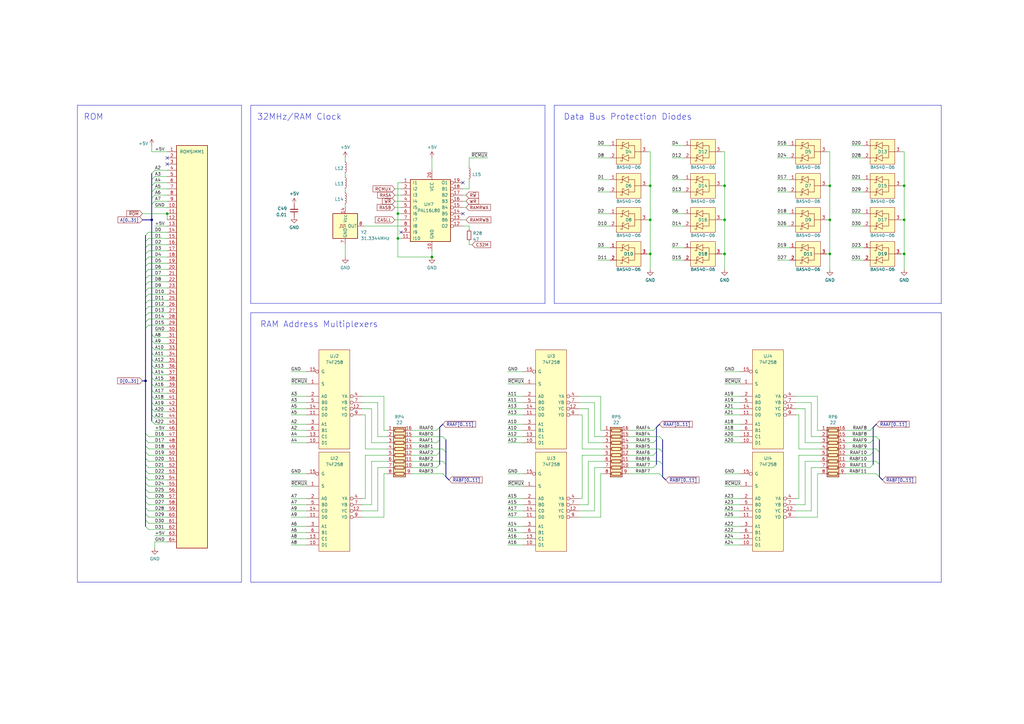
<source format=kicad_sch>
(kicad_sch (version 20230121) (generator eeschema)

  (uuid 8d55e186-3e11-40e8-a65e-b36a8a00069e)

  (paper "A3")

  (title_block
    (title "ROM & RAM Address Muxes")
    (date "2023-09-01")
    (rev "6")
    (company "Simplified by James Wood — j-w.au")
    (comment 1 "Originally from https://github.com/mishimasensei/macse30mlb/")
  )

  

  (junction (at 340.36 76.2) (diameter 0) (color 0 0 0 0)
    (uuid 066b2cb8-d0fc-41ce-b940-84e5c588a66c)
  )
  (junction (at 62.23 90.17) (diameter 0) (color 0 0 0 0)
    (uuid 0e5947b5-28b4-481d-b986-c511a80c7617)
  )
  (junction (at 297.18 76.2) (diameter 0) (color 0 0 0 0)
    (uuid 162fcab1-bfcb-4f68-8fcb-96300c9f0265)
  )
  (junction (at 163.195 97.79) (diameter 0) (color 0 0 0 0)
    (uuid 17589c9a-80ce-4603-8ce6-547bed2c1b2f)
  )
  (junction (at 59.69 156.21) (diameter 0) (color 0 0 0 0)
    (uuid 1f2e3a5f-2497-4703-949b-9f0328c9cd2b)
  )
  (junction (at 370.84 90.17) (diameter 0) (color 0 0 0 0)
    (uuid 1f36597e-88bd-45ef-819d-b294c527953b)
  )
  (junction (at 297.18 104.14) (diameter 0) (color 0 0 0 0)
    (uuid 210c583b-b99d-43b9-9980-70a6045eed39)
  )
  (junction (at 370.84 76.2) (diameter 0) (color 0 0 0 0)
    (uuid 2780fe0d-86aa-4807-ad03-4de1dc85a148)
  )
  (junction (at 177.165 105.41) (diameter 0) (color 0 0 0 0)
    (uuid 3f52ffe7-1536-4c39-a3b4-a8e89e662915)
  )
  (junction (at 266.7 90.17) (diameter 0) (color 0 0 0 0)
    (uuid 526b77a4-b214-4582-9666-9d37d21fabb6)
  )
  (junction (at 68.58 87.63) (diameter 0) (color 0 0 0 0)
    (uuid 595d12a4-4aaa-43f8-8ab4-03a0dd810c06)
  )
  (junction (at 370.84 104.14) (diameter 0) (color 0 0 0 0)
    (uuid 6142fead-75c1-4f2e-87e8-7874091954de)
  )
  (junction (at 266.7 104.14) (diameter 0) (color 0 0 0 0)
    (uuid 6b0be916-bd8d-4faf-acbc-350ee7fcc4a2)
  )
  (junction (at 266.7 76.2) (diameter 0) (color 0 0 0 0)
    (uuid 91046371-0553-4dd2-9d27-48287cec02ef)
  )
  (junction (at 340.36 104.14) (diameter 0) (color 0 0 0 0)
    (uuid c91be36a-b43f-41ef-85f4-57aebef94b1f)
  )
  (junction (at 340.36 90.17) (diameter 0) (color 0 0 0 0)
    (uuid cea7c714-f9c0-40ba-8d06-a66c594501d5)
  )
  (junction (at 297.18 90.17) (diameter 0) (color 0 0 0 0)
    (uuid dec18bec-ed9f-463c-b195-f014185a8fdc)
  )
  (junction (at 163.195 87.63) (diameter 0) (color 0 0 0 0)
    (uuid fc654181-51a6-4f98-bc76-4c7e056b5bec)
  )

  (no_connect (at 68.58 64.77) (uuid 2f215f15-3d52-4c91-93e6-3ea03a95622f))
  (no_connect (at 189.865 74.93) (uuid 30c33e3e-fb78-498d-bffe-76273d527004))
  (no_connect (at 189.865 87.63) (uuid 5b0a5a46-7b51-4262-a80e-d33dd1806615))
  (no_connect (at 68.58 67.31) (uuid 8da933a9-35f8-42e6-8504-d1bab7264306))
  (no_connect (at 164.465 95.25) (uuid ae52ad63-0c2e-4c29-88f9-32cae5d50556))

  (bus_entry (at 360.68 195.58) (size -1.27 -1.27)
    (stroke (width 0) (type default))
    (uuid 0008a2f4-1af0-458d-832c-519efaf1844b)
  )
  (bus_entry (at 269.24 180.34) (size -1.27 1.27)
    (stroke (width 0) (type default))
    (uuid 0118eeeb-a733-49e4-948c-d353f6696944)
  )
  (bus_entry (at 59.69 182.88) (size 1.27 1.27)
    (stroke (width 0) (type default))
    (uuid 04470433-a228-4baa-9a08-8d9e1bd9f158)
  )
  (bus_entry (at 59.69 195.58) (size 1.27 1.27)
    (stroke (width 0) (type default))
    (uuid 045fa221-4ea8-4458-855c-d53a9ae9f0fe)
  )
  (bus_entry (at 62.23 172.72) (size 1.27 1.27)
    (stroke (width 0) (type default))
    (uuid 10adb587-23de-4e5b-89de-331832f0092e)
  )
  (bus_entry (at 59.69 109.22) (size 1.27 -1.27)
    (stroke (width 0) (type default))
    (uuid 13606772-632a-4980-ac93-d1d87b9868c1)
  )
  (bus_entry (at 271.78 180.34) (size -1.27 -1.27)
    (stroke (width 0) (type default))
    (uuid 14076771-10a3-4d22-94b3-16e61963c7cb)
  )
  (bus_entry (at 62.23 142.24) (size 1.27 1.27)
    (stroke (width 0) (type default))
    (uuid 18c2ee8a-bcf9-4010-8f2e-833b1f3928f1)
  )
  (bus_entry (at 271.78 185.42) (size -1.27 -1.27)
    (stroke (width 0) (type default))
    (uuid 2184e618-db05-483d-9cf1-ac26b81d5f3c)
  )
  (bus_entry (at 59.69 121.92) (size 1.27 -1.27)
    (stroke (width 0) (type default))
    (uuid 275888a8-be0b-49b2-bb1d-6f02ee3ea7c0)
  )
  (bus_entry (at 62.23 73.66) (size 1.27 -1.27)
    (stroke (width 0) (type default))
    (uuid 2a2b040d-e6f2-4d6b-8076-cc326148f061)
  )
  (bus_entry (at 360.68 180.34) (size -1.27 -1.27)
    (stroke (width 0) (type default))
    (uuid 2c4ed0a1-946d-4e63-afcd-7563aea621fd)
  )
  (bus_entry (at 62.23 170.18) (size 1.27 1.27)
    (stroke (width 0) (type default))
    (uuid 2e1934b7-434d-47d8-9f0f-ed675252b9af)
  )
  (bus_entry (at 180.34 190.5) (size -1.27 1.27)
    (stroke (width 0) (type default))
    (uuid 2fde55aa-7f9c-4231-8b60-bd42c05526e1)
  )
  (bus_entry (at 59.69 215.9) (size 1.27 1.27)
    (stroke (width 0) (type default))
    (uuid 336c831b-4a7f-45e9-9969-f56738aa8e0a)
  )
  (bus_entry (at 62.23 152.4) (size 1.27 1.27)
    (stroke (width 0) (type default))
    (uuid 34178462-b823-4383-b339-42b31e75171e)
  )
  (bus_entry (at 59.69 187.96) (size 1.27 1.27)
    (stroke (width 0) (type default))
    (uuid 353b106a-7cfd-4b46-be28-af93958769c0)
  )
  (bus_entry (at 59.69 190.5) (size 1.27 1.27)
    (stroke (width 0) (type default))
    (uuid 39ba67ed-918e-419b-a873-205898d0ac44)
  )
  (bus_entry (at 59.69 205.74) (size 1.27 1.27)
    (stroke (width 0) (type default))
    (uuid 3a021fba-21dc-47f6-96c5-fdeb07e08a05)
  )
  (bus_entry (at 59.69 185.42) (size 1.27 1.27)
    (stroke (width 0) (type default))
    (uuid 3bae21a5-551d-4e34-9aec-4c809ed10c26)
  )
  (bus_entry (at 182.88 190.5) (size -1.27 -1.27)
    (stroke (width 0) (type default))
    (uuid 3c74e5d4-3e05-4643-9042-af5275a1658a)
  )
  (bus_entry (at 62.23 157.48) (size 1.27 1.27)
    (stroke (width 0) (type default))
    (uuid 3d4c313d-a222-433e-aaf8-2897e6da221f)
  )
  (bus_entry (at 269.24 175.26) (size -1.27 1.27)
    (stroke (width 0) (type default))
    (uuid 46be7dee-e3ce-4421-9388-06d4822fb5a1)
  )
  (bus_entry (at 62.23 149.86) (size 1.27 1.27)
    (stroke (width 0) (type default))
    (uuid 4795ee65-dd4a-4e98-a629-daef46821ddf)
  )
  (bus_entry (at 182.88 185.42) (size -1.27 -1.27)
    (stroke (width 0) (type default))
    (uuid 4a27820c-8ca0-4882-9292-8b035dcb4545)
  )
  (bus_entry (at 59.69 129.54) (size 1.27 -1.27)
    (stroke (width 0) (type default))
    (uuid 4c03f674-16be-410d-8221-687ce95c3e15)
  )
  (bus_entry (at 180.34 175.26) (size -1.27 1.27)
    (stroke (width 0) (type default))
    (uuid 4d60a24d-9cae-4d8a-94fc-091e0def182b)
  )
  (bus_entry (at 59.69 193.04) (size 1.27 1.27)
    (stroke (width 0) (type default))
    (uuid 541a9aa2-4093-48b9-972e-9b66c36bea6d)
  )
  (bus_entry (at 62.23 147.32) (size 1.27 1.27)
    (stroke (width 0) (type default))
    (uuid 5a2721ad-683b-4dcc-bc00-d21b87bbaa2d)
  )
  (bus_entry (at 59.69 106.68) (size 1.27 -1.27)
    (stroke (width 0) (type default))
    (uuid 5ce559bd-5888-4aaf-8442-da0a31c67c6d)
  )
  (bus_entry (at 59.69 198.12) (size 1.27 1.27)
    (stroke (width 0) (type default))
    (uuid 5d72066d-d452-46e1-8efc-6b3f515d32df)
  )
  (bus_entry (at 271.78 190.5) (size -1.27 -1.27)
    (stroke (width 0) (type default))
    (uuid 5d95b459-124e-4321-9cd8-eed671db9c47)
  )
  (bus_entry (at 59.69 203.2) (size 1.27 1.27)
    (stroke (width 0) (type default))
    (uuid 5f079e40-9690-4714-990f-1255e3f02eb6)
  )
  (bus_entry (at 182.88 195.58) (size -1.27 -1.27)
    (stroke (width 0) (type default))
    (uuid 6439585f-e1ee-4131-87d1-e0ca55e1ba0e)
  )
  (bus_entry (at 358.14 180.34) (size -1.27 1.27)
    (stroke (width 0) (type default))
    (uuid 67a11b86-69a5-40ea-9a29-4456db8ed477)
  )
  (bus_entry (at 358.14 185.42) (size -1.27 1.27)
    (stroke (width 0) (type default))
    (uuid 684b4735-4df3-4de9-a8c7-c1edfb2c2d09)
  )
  (bus_entry (at 269.24 185.42) (size -1.27 1.27)
    (stroke (width 0) (type default))
    (uuid 6863203a-86ed-47f4-bc68-51a564537320)
  )
  (bus_entry (at 59.69 124.46) (size 1.27 -1.27)
    (stroke (width 0) (type default))
    (uuid 6a0189ec-f3e9-4bd6-a471-f260038f16a4)
  )
  (bus_entry (at 180.34 180.34) (size -1.27 1.27)
    (stroke (width 0) (type default))
    (uuid 6e3eab97-2d98-4d83-8f39-0216cf1a9ee9)
  )
  (bus_entry (at 59.69 127) (size 1.27 -1.27)
    (stroke (width 0) (type default))
    (uuid 735eb25f-f31e-405d-8e2a-56ad114a1f1e)
  )
  (bus_entry (at 59.69 200.66) (size 1.27 1.27)
    (stroke (width 0) (type default))
    (uuid 75e71e20-21cd-4ca0-9bc3-17b4a189d17d)
  )
  (bus_entry (at 59.69 177.8) (size 1.27 1.27)
    (stroke (width 0) (type default))
    (uuid 76376aba-1fca-45e7-9583-bad759bda708)
  )
  (bus_entry (at 269.24 190.5) (size -1.27 1.27)
    (stroke (width 0) (type default))
    (uuid 77b30a04-fac1-4086-a479-2f14826dfb38)
  )
  (bus_entry (at 59.69 208.28) (size 1.27 1.27)
    (stroke (width 0) (type default))
    (uuid 7c2bfa27-c8a1-4f7d-aa9f-1b7dbc515432)
  )
  (bus_entry (at 59.69 111.76) (size 1.27 -1.27)
    (stroke (width 0) (type default))
    (uuid 7df5174a-2c2e-447d-9d54-698e3195ff2f)
  )
  (bus_entry (at 59.69 99.06) (size 1.27 -1.27)
    (stroke (width 0) (type default))
    (uuid 86ea3a85-ad0b-4392-b12c-512f11a714aa)
  )
  (bus_entry (at 358.14 175.26) (size -1.27 1.27)
    (stroke (width 0) (type default))
    (uuid 870dc270-a046-438f-9c1a-4130a9ac0872)
  )
  (bus_entry (at 62.23 144.78) (size 1.27 1.27)
    (stroke (width 0) (type default))
    (uuid 8c230a9c-47f9-43ba-86a9-55bd2716a2f5)
  )
  (bus_entry (at 59.69 104.14) (size 1.27 -1.27)
    (stroke (width 0) (type default))
    (uuid 8ebaeffc-cbf2-4a05-b586-b6de66b1fde2)
  )
  (bus_entry (at 59.69 116.84) (size 1.27 -1.27)
    (stroke (width 0) (type default))
    (uuid 9090b75d-ece4-4043-be9f-db3280c8fb24)
  )
  (bus_entry (at 62.23 137.16) (size 1.27 1.27)
    (stroke (width 0) (type default))
    (uuid 9517cd95-6ce2-4b29-b9bf-e752367de012)
  )
  (bus_entry (at 59.69 213.36) (size 1.27 1.27)
    (stroke (width 0) (type default))
    (uuid 95471bed-a614-43d2-9643-1cce0e5e7cb2)
  )
  (bus_entry (at 62.23 162.56) (size 1.27 1.27)
    (stroke (width 0) (type default))
    (uuid 98887f33-b6f6-4cbe-838d-dc857ea9e65d)
  )
  (bus_entry (at 358.14 190.5) (size -1.27 1.27)
    (stroke (width 0) (type default))
    (uuid a0474536-de74-4ac3-9d6a-2ce44474fd60)
  )
  (bus_entry (at 62.23 160.02) (size 1.27 1.27)
    (stroke (width 0) (type default))
    (uuid a53efde3-6b1f-41a9-b38b-703245f4b53b)
  )
  (bus_entry (at 360.68 190.5) (size -1.27 -1.27)
    (stroke (width 0) (type default))
    (uuid a7353b92-23c4-4aaa-a6b4-362a0263917d)
  )
  (bus_entry (at 59.69 119.38) (size 1.27 -1.27)
    (stroke (width 0) (type default))
    (uuid a76c399c-d88c-46bd-a535-c4c2b09efdc1)
  )
  (bus_entry (at 182.88 180.34) (size -1.27 -1.27)
    (stroke (width 0) (type default))
    (uuid a85ee64f-5124-4675-9128-169740ddcb19)
  )
  (bus_entry (at 180.34 185.42) (size -1.27 1.27)
    (stroke (width 0) (type default))
    (uuid a8c5b3d0-8045-4fe8-afcd-075fee54e024)
  )
  (bus_entry (at 62.23 139.7) (size 1.27 1.27)
    (stroke (width 0) (type default))
    (uuid b98834c9-3f86-4002-8287-0de1b291bc60)
  )
  (bus_entry (at 62.23 167.64) (size 1.27 1.27)
    (stroke (width 0) (type default))
    (uuid bc3769b6-55ac-462c-9eb5-cf7dda04fc19)
  )
  (bus_entry (at 59.69 132.08) (size 1.27 -1.27)
    (stroke (width 0) (type default))
    (uuid bf95b81c-16a1-4f94-b202-0fa46ec7f856)
  )
  (bus_entry (at 271.78 195.58) (size -1.27 -1.27)
    (stroke (width 0) (type default))
    (uuid c5592ef4-e220-41fe-adad-e7389094af0e)
  )
  (bus_entry (at 59.69 180.34) (size 1.27 1.27)
    (stroke (width 0) (type default))
    (uuid cd97c567-984d-4e82-b742-b6fc718a88b6)
  )
  (bus_entry (at 59.69 114.3) (size 1.27 -1.27)
    (stroke (width 0) (type default))
    (uuid ceac04ad-0c5d-482a-aaa8-fb070a9922b0)
  )
  (bus_entry (at 360.68 185.42) (size -1.27 -1.27)
    (stroke (width 0) (type default))
    (uuid d5169efd-8ead-480c-9095-c676b895f77b)
  )
  (bus_entry (at 59.69 134.62) (size 1.27 -1.27)
    (stroke (width 0) (type default))
    (uuid d59ae52b-ab4a-4be5-8164-ac53ad508fec)
  )
  (bus_entry (at 62.23 76.2) (size 1.27 -1.27)
    (stroke (width 0) (type default))
    (uuid da33cfc5-20a3-4c52-844b-d6b31027e075)
  )
  (bus_entry (at 59.69 96.52) (size 1.27 -1.27)
    (stroke (width 0) (type default))
    (uuid e0eec01c-904c-4ab6-a377-cd6c4faa067f)
  )
  (bus_entry (at 59.69 101.6) (size 1.27 -1.27)
    (stroke (width 0) (type default))
    (uuid e2d39b41-85b1-4bca-882e-76aab904c2fd)
  )
  (bus_entry (at 62.23 71.12) (size 1.27 -1.27)
    (stroke (width 0) (type default))
    (uuid eb00c1ed-3e32-4ec9-94b6-b66fbd9fc9bb)
  )
  (bus_entry (at 59.69 210.82) (size 1.27 1.27)
    (stroke (width 0) (type default))
    (uuid ebff0017-b88c-4134-bd37-62141d34875f)
  )
  (bus_entry (at 62.23 154.94) (size 1.27 1.27)
    (stroke (width 0) (type default))
    (uuid ec91620f-9f50-4561-84b7-4ca4dfcd92a3)
  )
  (bus_entry (at 62.23 81.28) (size 1.27 -1.27)
    (stroke (width 0) (type default))
    (uuid ee8c7a24-7bb7-458d-9dd9-08638baf03e9)
  )
  (bus_entry (at 62.23 78.74) (size 1.27 -1.27)
    (stroke (width 0) (type default))
    (uuid efa7e539-a765-4b92-9649-890583ed1710)
  )
  (bus_entry (at 62.23 165.1) (size 1.27 1.27)
    (stroke (width 0) (type default))
    (uuid f1765f76-4c3e-4f47-804f-4817fe4245ab)
  )
  (bus_entry (at 62.23 83.82) (size 1.27 -1.27)
    (stroke (width 0) (type default))
    (uuid f8b28aae-aab4-4307-82df-fbf83378ae15)
  )

  (wire (pts (xy 340.36 62.23) (xy 339.09 62.23))
    (stroke (width 0) (type default))
    (uuid 0006ecf3-d28b-4953-83f5-c1c30e0f980c)
  )
  (wire (pts (xy 168.91 194.31) (xy 181.61 194.31))
    (stroke (width 0) (type default))
    (uuid 01e76cd1-7585-4f14-9448-fcf4fbab074b)
  )
  (wire (pts (xy 297.18 199.39) (xy 303.53 199.39))
    (stroke (width 0) (type default))
    (uuid 01f14793-d168-4556-aaa1-cce213953c12)
  )
  (wire (pts (xy 238.76 204.47) (xy 238.76 186.69))
    (stroke (width 0) (type default))
    (uuid 03846009-0cd8-4a12-9f56-dd982115d674)
  )
  (wire (pts (xy 257.81 186.69) (xy 267.97 186.69))
    (stroke (width 0) (type default))
    (uuid 0389acda-4cc4-4baf-87aa-f8d1199ca688)
  )
  (wire (pts (xy 68.58 153.67) (xy 63.5 153.67))
    (stroke (width 0) (type default))
    (uuid 03caada9-9e22-4e2d-9035-b15433dfbb17)
  )
  (bus (pts (xy 273.05 196.85) (xy 271.78 195.58))
    (stroke (width 0) (type default))
    (uuid 03fbdb19-0e0f-4818-b13b-7cb13dafc92f)
  )
  (bus (pts (xy 59.69 111.76) (xy 59.69 109.22))
    (stroke (width 0) (type default))
    (uuid 0498d57e-bbf7-493d-b51d-6dc6e1dea8b6)
  )
  (bus (pts (xy 271.78 185.42) (xy 271.78 180.34))
    (stroke (width 0) (type default))
    (uuid 04bd2b2c-5d1f-483e-affe-3b7275065799)
  )

  (wire (pts (xy 60.96 196.85) (xy 68.58 196.85))
    (stroke (width 0) (type default))
    (uuid 065d23d9-c65a-4a58-8457-eca9dfab0ce0)
  )
  (wire (pts (xy 208.28 167.64) (xy 214.63 167.64))
    (stroke (width 0) (type default))
    (uuid 06aaf22f-f2a7-4de1-a4ed-7567d04556ac)
  )
  (wire (pts (xy 60.96 209.55) (xy 68.58 209.55))
    (stroke (width 0) (type default))
    (uuid 0755aee5-bc01-4cb5-b830-583289df50a3)
  )
  (wire (pts (xy 327.66 204.47) (xy 327.66 186.69))
    (stroke (width 0) (type default))
    (uuid 077addb3-cfc7-412b-9d07-b536008165f0)
  )
  (wire (pts (xy 370.84 90.17) (xy 369.57 90.17))
    (stroke (width 0) (type default))
    (uuid 087fafad-8a05-4be4-b2c4-e4e0a1c29647)
  )
  (wire (pts (xy 163.195 87.63) (xy 164.465 87.63))
    (stroke (width 0) (type default))
    (uuid 08b07454-ccc6-4387-9396-172118246610)
  )
  (bus (pts (xy 62.23 139.7) (xy 62.23 142.24))
    (stroke (width 0) (type default))
    (uuid 08ee8224-80d8-4e6f-961f-cd40312315cd)
  )

  (wire (pts (xy 297.18 104.14) (xy 297.18 110.49))
    (stroke (width 0) (type default))
    (uuid 097b27d2-2f33-401c-a69f-c4afbedf977f)
  )
  (wire (pts (xy 208.28 194.31) (xy 214.63 194.31))
    (stroke (width 0) (type default))
    (uuid 09873cd2-fe07-4db0-9ee6-7282f764511d)
  )
  (bus (pts (xy 59.69 185.42) (xy 59.69 187.96))
    (stroke (width 0) (type default))
    (uuid 0a203695-64c1-4bba-b388-e1b3f68228bc)
  )
  (bus (pts (xy 269.24 185.42) (xy 269.24 190.5))
    (stroke (width 0) (type default))
    (uuid 0b4006e5-6345-4e5c-a0a0-086986c23fa7)
  )

  (wire (pts (xy 208.28 165.1) (xy 214.63 165.1))
    (stroke (width 0) (type default))
    (uuid 0c6d7997-00fa-4d50-bf73-a3bd8cc8dd6e)
  )
  (wire (pts (xy 154.94 191.77) (xy 158.75 191.77))
    (stroke (width 0) (type default))
    (uuid 0cc45b5b-96b3-4284-9cae-a3a9e324a916)
  )
  (wire (pts (xy 370.84 62.23) (xy 370.84 76.2))
    (stroke (width 0) (type default))
    (uuid 0d32380f-c059-4848-96b4-0744f901cbc0)
  )
  (wire (pts (xy 63.5 158.75) (xy 68.58 158.75))
    (stroke (width 0) (type default))
    (uuid 0ff508fd-18da-4ab7-9844-3c8a28c2587e)
  )
  (wire (pts (xy 141.605 83.82) (xy 141.605 85.09))
    (stroke (width 0) (type default))
    (uuid 104308fe-3eb7-4253-a868-15d7990c0e60)
  )
  (wire (pts (xy 148.59 207.01) (xy 152.4 207.01))
    (stroke (width 0) (type default))
    (uuid 109caac1-5036-4f23-9a66-f569d871501b)
  )
  (wire (pts (xy 119.38 179.07) (xy 125.73 179.07))
    (stroke (width 0) (type default))
    (uuid 10ce292a-6e6d-416d-b7cf-589a83b38691)
  )
  (wire (pts (xy 297.18 90.17) (xy 297.18 104.14))
    (stroke (width 0) (type default))
    (uuid 11d1f6c5-0a8b-4108-9ae0-7f224cb96bc0)
  )
  (wire (pts (xy 326.39 209.55) (xy 332.74 209.55))
    (stroke (width 0) (type default))
    (uuid 11df3841-e901-4db6-a9a3-cfefcbb8e783)
  )
  (wire (pts (xy 68.58 130.81) (xy 60.96 130.81))
    (stroke (width 0) (type default))
    (uuid 12422a89-3d0c-485c-9386-f77121fd68fd)
  )
  (polyline (pts (xy 386.08 238.76) (xy 102.87 238.76))
    (stroke (width 0) (type default))
    (uuid 126181ed-2564-43dd-8098-136d5832193d)
  )

  (bus (pts (xy 62.23 165.1) (xy 62.23 167.64))
    (stroke (width 0) (type default))
    (uuid 12a16ed1-290c-4b2f-93b9-61b3e5472ce3)
  )

  (wire (pts (xy 119.38 181.61) (xy 125.73 181.61))
    (stroke (width 0) (type default))
    (uuid 12a79c3b-27a7-4d3e-8142-b7e2caf8dc06)
  )
  (wire (pts (xy 318.77 78.74) (xy 323.85 78.74))
    (stroke (width 0) (type default))
    (uuid 12ec7dda-5f5f-4d3c-aa96-5859ff6663b9)
  )
  (wire (pts (xy 238.76 184.15) (xy 247.65 184.15))
    (stroke (width 0) (type default))
    (uuid 12ed1cbd-905b-4369-a7a8-b7c136cda3d3)
  )
  (wire (pts (xy 68.58 166.37) (xy 63.5 166.37))
    (stroke (width 0) (type default))
    (uuid 13c0ff76-ed71-4cd9-abb0-92c376825d5d)
  )
  (wire (pts (xy 119.38 212.09) (xy 125.73 212.09))
    (stroke (width 0) (type default))
    (uuid 141bb7cd-fcbc-48a7-a8c8-48c76172d293)
  )
  (wire (pts (xy 275.59 106.68) (xy 280.67 106.68))
    (stroke (width 0) (type default))
    (uuid 141cbbe2-4f20-471e-bd1e-517b26586b54)
  )
  (wire (pts (xy 119.38 152.4) (xy 125.73 152.4))
    (stroke (width 0) (type default))
    (uuid 1436b359-a09c-4e73-88c4-84d000619391)
  )
  (wire (pts (xy 297.18 173.99) (xy 303.53 173.99))
    (stroke (width 0) (type default))
    (uuid 143ed874-a01f-4ced-ba4e-bbb66ddd1f70)
  )
  (wire (pts (xy 63.5 222.25) (xy 63.5 224.79))
    (stroke (width 0) (type default))
    (uuid 14c51520-6d91-4098-a59a-5121f2a898f7)
  )
  (wire (pts (xy 335.28 194.31) (xy 335.28 212.09))
    (stroke (width 0) (type default))
    (uuid 1564ec17-8176-4e3f-ba66-2a1d4c7650a7)
  )
  (wire (pts (xy 119.38 167.64) (xy 125.73 167.64))
    (stroke (width 0) (type default))
    (uuid 1572ad4e-b54d-4b93-b355-f2928a498c8f)
  )
  (bus (pts (xy 59.69 193.04) (xy 59.69 195.58))
    (stroke (width 0) (type default))
    (uuid 15efb856-683b-495a-837d-5cbf620f321e)
  )

  (wire (pts (xy 247.65 176.53) (xy 246.38 176.53))
    (stroke (width 0) (type default))
    (uuid 174e9504-77f1-4a4a-813f-385a6d6ff301)
  )
  (wire (pts (xy 297.18 76.2) (xy 295.91 76.2))
    (stroke (width 0) (type default))
    (uuid 17e0478d-7f7b-407f-ab68-e1b5f265cafb)
  )
  (wire (pts (xy 208.28 199.39) (xy 214.63 199.39))
    (stroke (width 0) (type default))
    (uuid 18330f81-963e-443d-84b8-0c51b7bea387)
  )
  (wire (pts (xy 266.7 76.2) (xy 266.7 90.17))
    (stroke (width 0) (type default))
    (uuid 187e764d-458b-4f14-b383-686e2dc86310)
  )
  (wire (pts (xy 346.71 189.23) (xy 359.41 189.23))
    (stroke (width 0) (type default))
    (uuid 189b7780-4191-48eb-b942-44a290f3023e)
  )
  (wire (pts (xy 257.81 176.53) (xy 267.97 176.53))
    (stroke (width 0) (type default))
    (uuid 194a6bc6-3ac1-4570-911f-c8a13b8281d6)
  )
  (wire (pts (xy 149.86 186.69) (xy 158.75 186.69))
    (stroke (width 0) (type default))
    (uuid 19b0959e-a79b-43b2-a5ad-525ced7e9131)
  )
  (wire (pts (xy 68.58 97.79) (xy 60.96 97.79))
    (stroke (width 0) (type default))
    (uuid 1a6d2848-e78e-49fe-8978-e1890f07836f)
  )
  (bus (pts (xy 184.15 196.85) (xy 182.88 195.58))
    (stroke (width 0) (type default))
    (uuid 1bd28118-0821-4eb6-9055-70579a2f358c)
  )
  (bus (pts (xy 59.69 182.88) (xy 59.69 185.42))
    (stroke (width 0) (type default))
    (uuid 1dc3e929-07c1-4770-81ff-2f4d7779dace)
  )

  (wire (pts (xy 346.71 194.31) (xy 359.41 194.31))
    (stroke (width 0) (type default))
    (uuid 1ee1176f-9be1-4586-82d1-1ae5f7701ae3)
  )
  (wire (pts (xy 68.58 156.21) (xy 63.5 156.21))
    (stroke (width 0) (type default))
    (uuid 1f3003e6-dce5-420f-906b-3f1e92b67249)
  )
  (wire (pts (xy 149.86 170.18) (xy 149.86 184.15))
    (stroke (width 0) (type default))
    (uuid 1f78100e-865d-404e-8351-fe1ff703fadd)
  )
  (wire (pts (xy 208.28 170.18) (xy 214.63 170.18))
    (stroke (width 0) (type default))
    (uuid 201515ac-0246-4592-9b0c-fe7bf7d87106)
  )
  (wire (pts (xy 161.925 77.47) (xy 164.465 77.47))
    (stroke (width 0) (type default))
    (uuid 20286e45-7448-407a-85d1-7197d3d7d23a)
  )
  (wire (pts (xy 318.77 73.66) (xy 323.85 73.66))
    (stroke (width 0) (type default))
    (uuid 2036865f-4eb8-4dad-8d6c-4ad5df169eec)
  )
  (wire (pts (xy 340.36 76.2) (xy 339.09 76.2))
    (stroke (width 0) (type default))
    (uuid 217f0549-f202-49e1-80ee-e2e0a2bf602f)
  )
  (wire (pts (xy 266.7 90.17) (xy 265.43 90.17))
    (stroke (width 0) (type default))
    (uuid 219b1e1b-80b4-4711-a069-b88c566130b9)
  )
  (wire (pts (xy 245.11 106.68) (xy 250.19 106.68))
    (stroke (width 0) (type default))
    (uuid 221bcaec-e691-4b81-a565-7f5328fcea4b)
  )
  (wire (pts (xy 297.18 223.52) (xy 303.53 223.52))
    (stroke (width 0) (type default))
    (uuid 224768bc-6009-43ba-aa4a-70cbaa15b5a3)
  )
  (wire (pts (xy 275.59 92.71) (xy 280.67 92.71))
    (stroke (width 0) (type default))
    (uuid 22966862-02eb-4133-a3e1-1da1c73153c8)
  )
  (wire (pts (xy 340.36 62.23) (xy 340.36 76.2))
    (stroke (width 0) (type default))
    (uuid 237c922f-904b-484a-a30f-42ddfb30581a)
  )
  (wire (pts (xy 208.28 162.56) (xy 214.63 162.56))
    (stroke (width 0) (type default))
    (uuid 23907af6-259b-458d-9370-8540106eb2df)
  )
  (wire (pts (xy 192.405 73.66) (xy 192.405 77.47))
    (stroke (width 0) (type default))
    (uuid 23cf7ef9-301e-4f91-b148-b831cc93a7e3)
  )
  (wire (pts (xy 63.5 85.09) (xy 68.58 85.09))
    (stroke (width 0) (type default))
    (uuid 23f03f08-ffd5-484d-8f73-38604bf789f4)
  )
  (bus (pts (xy 358.14 185.42) (xy 358.14 190.5))
    (stroke (width 0) (type default))
    (uuid 24184f84-cc9c-4f4a-b5c1-38479e02bb9d)
  )

  (wire (pts (xy 275.59 59.69) (xy 280.67 59.69))
    (stroke (width 0) (type default))
    (uuid 24601c8b-20f3-4702-a9e5-26049eed8ad9)
  )
  (wire (pts (xy 168.91 191.77) (xy 179.07 191.77))
    (stroke (width 0) (type default))
    (uuid 24d9c762-81a6-4206-905f-1d2ae5863ecf)
  )
  (wire (pts (xy 68.58 100.33) (xy 60.96 100.33))
    (stroke (width 0) (type default))
    (uuid 25d545dc-8f50-4573-922c-35ef5a2a3a19)
  )
  (wire (pts (xy 148.59 170.18) (xy 149.86 170.18))
    (stroke (width 0) (type default))
    (uuid 26517b01-9ca0-40d5-bc0e-d9d8aef8ace0)
  )
  (wire (pts (xy 257.81 181.61) (xy 267.97 181.61))
    (stroke (width 0) (type default))
    (uuid 27bb3b06-f0cd-4e89-84fc-e2c4d8a0d081)
  )
  (bus (pts (xy 62.23 81.28) (xy 62.23 78.74))
    (stroke (width 0) (type default))
    (uuid 27c3ed4d-4afb-4332-88d6-852ad3481e6e)
  )

  (wire (pts (xy 370.84 90.17) (xy 370.84 104.14))
    (stroke (width 0) (type default))
    (uuid 282551b6-222a-4cc6-a200-3cbaddda051a)
  )
  (wire (pts (xy 297.18 165.1) (xy 303.53 165.1))
    (stroke (width 0) (type default))
    (uuid 2891767f-251c-48c4-91c0-deb1b368f45c)
  )
  (polyline (pts (xy 223.52 124.46) (xy 102.87 124.46))
    (stroke (width 0) (type default))
    (uuid 2917ec0b-c4aa-42fa-9550-69411dedfda3)
  )

  (wire (pts (xy 257.81 184.15) (xy 270.51 184.15))
    (stroke (width 0) (type default))
    (uuid 29935e2d-2d43-48a1-a714-1f8c8ddeb4fb)
  )
  (wire (pts (xy 63.5 135.89) (xy 68.58 135.89))
    (stroke (width 0) (type default))
    (uuid 2b075c23-ecf3-4c71-bb78-132986da0016)
  )
  (wire (pts (xy 119.38 162.56) (xy 125.73 162.56))
    (stroke (width 0) (type default))
    (uuid 2b861ec8-30c6-432c-bd4e-d8b52c92dec0)
  )
  (wire (pts (xy 297.18 220.98) (xy 303.53 220.98))
    (stroke (width 0) (type default))
    (uuid 2bbc7ede-3bdf-4959-8487-0f7f4d3816d3)
  )
  (bus (pts (xy 62.23 144.78) (xy 62.23 147.32))
    (stroke (width 0) (type default))
    (uuid 2ccd1e03-0ad7-436d-8dd5-6dbfb1ee5b3a)
  )
  (bus (pts (xy 59.69 99.06) (xy 59.69 101.6))
    (stroke (width 0) (type default))
    (uuid 2cead734-4a37-4540-939a-1374d66763b5)
  )

  (wire (pts (xy 327.66 204.47) (xy 326.39 204.47))
    (stroke (width 0) (type default))
    (uuid 2d704c3d-2e19-4e9f-8b0a-656dcb1f5bba)
  )
  (wire (pts (xy 297.18 194.31) (xy 303.53 194.31))
    (stroke (width 0) (type default))
    (uuid 2dad4d60-23b3-4eb4-897a-35bb304fe5f9)
  )
  (wire (pts (xy 62.23 62.23) (xy 68.58 62.23))
    (stroke (width 0) (type default))
    (uuid 2db86301-d51d-4b55-bee8-8af78302393d)
  )
  (wire (pts (xy 119.38 209.55) (xy 125.73 209.55))
    (stroke (width 0) (type default))
    (uuid 30ac8623-851e-49d1-98bc-e2d33dad558b)
  )
  (wire (pts (xy 326.39 207.01) (xy 330.2 207.01))
    (stroke (width 0) (type default))
    (uuid 31107a5c-2303-43f3-9dc8-8c39ec32db20)
  )
  (wire (pts (xy 152.4 207.01) (xy 152.4 189.23))
    (stroke (width 0) (type default))
    (uuid 31540a7e-dc9e-4e4d-96b1-dab15efa5f4b)
  )
  (bus (pts (xy 58.42 90.17) (xy 62.23 90.17))
    (stroke (width 0) (type default))
    (uuid 31ef0d16-4543-4abf-9ffc-5c3fc85b8631)
  )

  (wire (pts (xy 141.605 71.12) (xy 141.605 72.39))
    (stroke (width 0) (type default))
    (uuid 3357c486-2c76-474c-b04d-5e7580f79ff9)
  )
  (wire (pts (xy 241.3 207.01) (xy 241.3 189.23))
    (stroke (width 0) (type default))
    (uuid 337bdb44-d627-4aab-94d5-b24c32fe3897)
  )
  (wire (pts (xy 168.91 184.15) (xy 181.61 184.15))
    (stroke (width 0) (type default))
    (uuid 33a38805-a490-44e0-9c98-3106e120521f)
  )
  (polyline (pts (xy 31.75 43.18) (xy 31.75 238.76))
    (stroke (width 0) (type default))
    (uuid 3453890b-4070-40dd-b79d-af1e4667a61e)
  )

  (wire (pts (xy 60.96 181.61) (xy 68.58 181.61))
    (stroke (width 0) (type default))
    (uuid 35f5ddcb-9618-43d2-af8e-c18cfe1132f7)
  )
  (wire (pts (xy 327.66 186.69) (xy 336.55 186.69))
    (stroke (width 0) (type default))
    (uuid 362362b2-8736-48f7-9a84-b4d0c7e65bef)
  )
  (wire (pts (xy 297.18 157.48) (xy 303.53 157.48))
    (stroke (width 0) (type default))
    (uuid 3649c82a-2283-49b1-b225-9379026d06e4)
  )
  (wire (pts (xy 149.86 184.15) (xy 158.75 184.15))
    (stroke (width 0) (type default))
    (uuid 36f55b25-01d9-48f2-9c5d-0c2fd126427e)
  )
  (wire (pts (xy 68.58 161.29) (xy 63.5 161.29))
    (stroke (width 0) (type default))
    (uuid 378af8b4-af3d-46e7-89ae-deff12ca9067)
  )
  (polyline (pts (xy 99.06 238.76) (xy 31.75 238.76))
    (stroke (width 0) (type default))
    (uuid 39456450-195e-4c46-8dcc-44bf9ec0d910)
  )

  (wire (pts (xy 327.66 184.15) (xy 336.55 184.15))
    (stroke (width 0) (type default))
    (uuid 397a38fa-2307-4c0e-8a5a-a31785490df5)
  )
  (wire (pts (xy 208.28 220.98) (xy 214.63 220.98))
    (stroke (width 0) (type default))
    (uuid 39e9688b-2b76-465c-abdf-92cedd3ec247)
  )
  (wire (pts (xy 297.18 179.07) (xy 303.53 179.07))
    (stroke (width 0) (type default))
    (uuid 3bd7cfc2-ae0b-442a-9935-bc6638fc2888)
  )
  (wire (pts (xy 326.39 167.64) (xy 330.2 167.64))
    (stroke (width 0) (type default))
    (uuid 3c52cd16-c277-4d1b-b4a0-215dad9d3209)
  )
  (wire (pts (xy 60.96 217.17) (xy 68.58 217.17))
    (stroke (width 0) (type default))
    (uuid 3c8e34cb-3e8b-4bb1-8726-cf80c15a775a)
  )
  (wire (pts (xy 119.38 194.31) (xy 125.73 194.31))
    (stroke (width 0) (type default))
    (uuid 3d0d135a-5958-483a-986a-f2f9a2bb3294)
  )
  (bus (pts (xy 361.95 196.85) (xy 360.68 195.58))
    (stroke (width 0) (type default))
    (uuid 3d5b7ca4-4c25-4c23-bbe9-e8a11c8ca979)
  )

  (wire (pts (xy 63.5 92.71) (xy 68.58 92.71))
    (stroke (width 0) (type default))
    (uuid 3dd18ce5-ddc9-433a-9d23-d3a188bb595d)
  )
  (bus (pts (xy 360.68 190.5) (xy 360.68 185.42))
    (stroke (width 0) (type default))
    (uuid 3e1ebcc4-d813-490b-a234-1ef8e6595003)
  )

  (wire (pts (xy 68.58 72.39) (xy 63.5 72.39))
    (stroke (width 0) (type default))
    (uuid 3e903008-0276-4a73-8edb-5d9dfde6297c)
  )
  (wire (pts (xy 266.7 104.14) (xy 265.43 104.14))
    (stroke (width 0) (type default))
    (uuid 3eac7062-4abf-467b-893c-155fc104efd4)
  )
  (bus (pts (xy 360.68 185.42) (xy 360.68 180.34))
    (stroke (width 0) (type default))
    (uuid 3f28fc2f-aa28-473f-b77c-1a5017fcdc76)
  )

  (wire (pts (xy 68.58 125.73) (xy 60.96 125.73))
    (stroke (width 0) (type default))
    (uuid 40165eda-4ba6-4565-9bb4-b9df6dbb08da)
  )
  (wire (pts (xy 247.65 181.61) (xy 241.3 181.61))
    (stroke (width 0) (type default))
    (uuid 410da366-5ced-419d-9e60-461147eb89d7)
  )
  (wire (pts (xy 163.195 87.63) (xy 163.195 97.79))
    (stroke (width 0) (type default))
    (uuid 4185c36c-c66e-4dbd-be5d-841e551f4885)
  )
  (wire (pts (xy 237.49 212.09) (xy 246.38 212.09))
    (stroke (width 0) (type default))
    (uuid 44fd74a8-2327-4c35-83fe-8fc9fb3579a9)
  )
  (wire (pts (xy 63.5 82.55) (xy 68.58 82.55))
    (stroke (width 0) (type default))
    (uuid 45008225-f50f-4d6b-b508-6730a9408caf)
  )
  (bus (pts (xy 58.42 156.21) (xy 59.69 156.21))
    (stroke (width 0) (type default))
    (uuid 45577156-29fb-4f23-99ed-94bce2f1f0d4)
  )
  (bus (pts (xy 59.69 205.74) (xy 59.69 208.28))
    (stroke (width 0) (type default))
    (uuid 45e59164-c6c1-492c-9c79-3f7617bd6c12)
  )

  (polyline (pts (xy 102.87 128.27) (xy 386.08 128.27))
    (stroke (width 0) (type default))
    (uuid 4640f631-ce08-4b56-9b21-88a9e356a09d)
  )
  (polyline (pts (xy 99.06 43.18) (xy 99.06 238.76))
    (stroke (width 0) (type default))
    (uuid 46be45f3-d2c9-4660-8d71-5741b697d065)
  )

  (wire (pts (xy 349.25 64.77) (xy 354.33 64.77))
    (stroke (width 0) (type default))
    (uuid 46f68c07-1322-427f-9773-7a7ac1f439f0)
  )
  (bus (pts (xy 182.88 190.5) (xy 182.88 185.42))
    (stroke (width 0) (type default))
    (uuid 471b3ed0-277f-4a13-9ffe-1ba6ec0ed8e0)
  )
  (bus (pts (xy 59.69 96.52) (xy 59.69 99.06))
    (stroke (width 0) (type default))
    (uuid 47804876-e49d-4063-bd34-35fd227ba9c7)
  )

  (wire (pts (xy 68.58 120.65) (xy 60.96 120.65))
    (stroke (width 0) (type default))
    (uuid 4780a290-d25c-4459-9579-eba3f7678762)
  )
  (wire (pts (xy 335.28 162.56) (xy 326.39 162.56))
    (stroke (width 0) (type default))
    (uuid 4855e89c-db89-4fa3-95a0-da3735561d21)
  )
  (wire (pts (xy 237.49 209.55) (xy 243.84 209.55))
    (stroke (width 0) (type default))
    (uuid 489f1f6e-8101-409e-955b-4ed377c33a8b)
  )
  (wire (pts (xy 297.18 204.47) (xy 303.53 204.47))
    (stroke (width 0) (type default))
    (uuid 4ba06b66-7669-4c70-b585-f5d4c9c33527)
  )
  (polyline (pts (xy 31.75 43.18) (xy 99.06 43.18))
    (stroke (width 0) (type default))
    (uuid 4c56f5ba-7f38-4e12-94e2-34ba35ad4d93)
  )

  (wire (pts (xy 161.925 82.55) (xy 164.465 82.55))
    (stroke (width 0) (type default))
    (uuid 4cda7502-a196-4729-9d40-907c8af58918)
  )
  (bus (pts (xy 59.69 116.84) (xy 59.69 119.38))
    (stroke (width 0) (type default))
    (uuid 4ddbfb88-c22d-4d62-820a-c2c015334515)
  )
  (bus (pts (xy 59.69 121.92) (xy 59.69 124.46))
    (stroke (width 0) (type default))
    (uuid 4e1d8b8f-1f9a-48c8-a794-623af2c0bc25)
  )

  (wire (pts (xy 163.195 74.93) (xy 163.195 87.63))
    (stroke (width 0) (type default))
    (uuid 4ec618ae-096f-4256-9328-005ee04f13d6)
  )
  (wire (pts (xy 177.165 64.77) (xy 177.165 69.85))
    (stroke (width 0) (type default))
    (uuid 4f06e0ea-64a9-4563-a8e9-e65f8a40189d)
  )
  (wire (pts (xy 340.36 104.14) (xy 340.36 110.49))
    (stroke (width 0) (type default))
    (uuid 5031055b-a5cb-45b5-81cd-e6b412e53906)
  )
  (bus (pts (xy 62.23 78.74) (xy 62.23 76.2))
    (stroke (width 0) (type default))
    (uuid 513db6bf-732f-481c-9973-65debead6871)
  )

  (wire (pts (xy 275.59 87.63) (xy 280.67 87.63))
    (stroke (width 0) (type default))
    (uuid 520b27b0-828d-4a2e-aee0-bbd133a6ef75)
  )
  (bus (pts (xy 359.41 173.99) (xy 358.14 175.26))
    (stroke (width 0) (type default))
    (uuid 5212b56f-3c85-4c75-bafe-158410e09d8a)
  )

  (wire (pts (xy 157.48 194.31) (xy 157.48 212.09))
    (stroke (width 0) (type default))
    (uuid 53c14178-2040-4256-a7f1-12982af0ad64)
  )
  (wire (pts (xy 246.38 194.31) (xy 246.38 212.09))
    (stroke (width 0) (type default))
    (uuid 55005267-cf62-43dd-99a5-f5d7d04831f4)
  )
  (wire (pts (xy 297.18 76.2) (xy 297.18 90.17))
    (stroke (width 0) (type default))
    (uuid 5530ffc4-9c2b-4fdc-8fd7-3d6c6bc00a79)
  )
  (wire (pts (xy 148.59 167.64) (xy 152.4 167.64))
    (stroke (width 0) (type default))
    (uuid 5537ea2b-8a4e-4e13-ae3b-67e39a8a6f01)
  )
  (bus (pts (xy 180.34 180.34) (xy 180.34 185.42))
    (stroke (width 0) (type default))
    (uuid 55e312be-deb2-4635-a39a-4a9e06df0725)
  )
  (bus (pts (xy 180.34 185.42) (xy 180.34 190.5))
    (stroke (width 0) (type default))
    (uuid 55f1073a-dd70-4776-a44d-88f2708c4e65)
  )

  (wire (pts (xy 370.84 104.14) (xy 370.84 110.49))
    (stroke (width 0) (type default))
    (uuid 56556456-c88b-4350-af7c-bfc309405050)
  )
  (wire (pts (xy 370.84 104.14) (xy 369.57 104.14))
    (stroke (width 0) (type default))
    (uuid 5686b730-7b18-4f87-85d7-11c274be1812)
  )
  (wire (pts (xy 168.91 179.07) (xy 181.61 179.07))
    (stroke (width 0) (type default))
    (uuid 57a7f509-02b2-45fb-b67c-a668d04d6647)
  )
  (wire (pts (xy 266.7 104.14) (xy 266.7 110.49))
    (stroke (width 0) (type default))
    (uuid 58d6316c-585d-4619-bf71-2579827765b8)
  )
  (bus (pts (xy 271.78 195.58) (xy 271.78 190.5))
    (stroke (width 0) (type default))
    (uuid 59eba88c-12af-4993-b64f-45151e9106c5)
  )
  (bus (pts (xy 59.69 198.12) (xy 59.69 200.66))
    (stroke (width 0) (type default))
    (uuid 5abdd065-725e-4749-bfd9-b2f49ef30a1c)
  )

  (wire (pts (xy 330.2 189.23) (xy 336.55 189.23))
    (stroke (width 0) (type default))
    (uuid 5b3ab6eb-0e3d-4032-b7a4-946aacc40a89)
  )
  (bus (pts (xy 59.69 210.82) (xy 59.69 213.36))
    (stroke (width 0) (type default))
    (uuid 5b6a37e7-a049-4338-9668-399f44fc5d1d)
  )
  (bus (pts (xy 62.23 170.18) (xy 62.23 172.72))
    (stroke (width 0) (type default))
    (uuid 5b6ad267-e149-4b56-8f93-6d67113f5385)
  )
  (bus (pts (xy 59.69 187.96) (xy 59.69 190.5))
    (stroke (width 0) (type default))
    (uuid 5d9a76a0-be32-40f6-b739-71ffee195c98)
  )

  (wire (pts (xy 158.75 181.61) (xy 152.4 181.61))
    (stroke (width 0) (type default))
    (uuid 5fc59503-09ca-481f-bd7b-c54f2c515fcb)
  )
  (wire (pts (xy 340.36 90.17) (xy 340.36 104.14))
    (stroke (width 0) (type default))
    (uuid 600ae651-f169-4337-a062-058c798e90ea)
  )
  (wire (pts (xy 60.96 201.93) (xy 68.58 201.93))
    (stroke (width 0) (type default))
    (uuid 60dcd1fe-7079-4cb8-b509-04558ccf5097)
  )
  (wire (pts (xy 243.84 191.77) (xy 247.65 191.77))
    (stroke (width 0) (type default))
    (uuid 6187e451-ddb6-4fea-a18d-4cd4cf3c851b)
  )
  (wire (pts (xy 208.28 223.52) (xy 214.63 223.52))
    (stroke (width 0) (type default))
    (uuid 62c5e745-6acf-44ee-bf26-b04de9bee1b9)
  )
  (wire (pts (xy 119.38 165.1) (xy 125.73 165.1))
    (stroke (width 0) (type default))
    (uuid 62d4ecb5-e5ad-40a3-a82b-6ffb253a78ce)
  )
  (wire (pts (xy 297.18 215.9) (xy 303.53 215.9))
    (stroke (width 0) (type default))
    (uuid 6317354d-cd7a-4344-866b-5e60c769872f)
  )
  (wire (pts (xy 245.11 87.63) (xy 250.19 87.63))
    (stroke (width 0) (type default))
    (uuid 631f06af-0147-4332-b75b-a810d6bd4400)
  )
  (wire (pts (xy 68.58 148.59) (xy 63.5 148.59))
    (stroke (width 0) (type default))
    (uuid 639c0e59-e95c-4114-bccd-2e7277505454)
  )
  (bus (pts (xy 269.24 180.34) (xy 269.24 185.42))
    (stroke (width 0) (type default))
    (uuid 63d5cd93-c51d-49db-b1d4-c594c225ad1a)
  )

  (wire (pts (xy 168.91 189.23) (xy 181.61 189.23))
    (stroke (width 0) (type default))
    (uuid 64201ca7-8d9c-4725-a709-a91613563ba7)
  )
  (wire (pts (xy 245.11 78.74) (xy 250.19 78.74))
    (stroke (width 0) (type default))
    (uuid 64309097-efa6-4004-93d2-0bcc744c22e5)
  )
  (wire (pts (xy 68.58 77.47) (xy 63.5 77.47))
    (stroke (width 0) (type default))
    (uuid 6475547d-3216-45a4-a15c-48314f1dd0f9)
  )
  (wire (pts (xy 157.48 176.53) (xy 157.48 162.56))
    (stroke (width 0) (type default))
    (uuid 64766308-c5ae-4d5f-a49f-74007246a584)
  )
  (wire (pts (xy 318.77 92.71) (xy 323.85 92.71))
    (stroke (width 0) (type default))
    (uuid 66cac98a-a76d-457b-8802-85bb30dcc0a2)
  )
  (wire (pts (xy 154.94 179.07) (xy 158.75 179.07))
    (stroke (width 0) (type default))
    (uuid 68b478bd-30d4-40dc-a002-8cc132bd1669)
  )
  (wire (pts (xy 119.38 207.01) (xy 125.73 207.01))
    (stroke (width 0) (type default))
    (uuid 68d09324-20b9-41ac-8e54-620a25b7493c)
  )
  (wire (pts (xy 370.84 76.2) (xy 370.84 90.17))
    (stroke (width 0) (type default))
    (uuid 69171dfd-7541-4d2b-9010-ff24566aafeb)
  )
  (wire (pts (xy 318.77 106.68) (xy 323.85 106.68))
    (stroke (width 0) (type default))
    (uuid 69c301e0-5f05-4a1f-913c-a2b42c20040b)
  )
  (wire (pts (xy 318.77 87.63) (xy 323.85 87.63))
    (stroke (width 0) (type default))
    (uuid 6a014e0e-6273-4849-909f-7fda89a80beb)
  )
  (wire (pts (xy 275.59 64.77) (xy 280.67 64.77))
    (stroke (width 0) (type default))
    (uuid 6a2085f9-831b-4325-9702-5b74b460f53e)
  )
  (wire (pts (xy 297.18 90.17) (xy 295.91 90.17))
    (stroke (width 0) (type default))
    (uuid 6a47091a-614e-46b5-bd0b-70b28477f1f5)
  )
  (wire (pts (xy 191.135 90.17) (xy 189.865 90.17))
    (stroke (width 0) (type default))
    (uuid 6a6f1e0d-4c99-44d1-bc02-0eea5d834b62)
  )
  (wire (pts (xy 148.59 212.09) (xy 157.48 212.09))
    (stroke (width 0) (type default))
    (uuid 6b7c1048-12b6-46b2-b762-fa3ad30472dd)
  )
  (wire (pts (xy 163.195 97.79) (xy 164.465 97.79))
    (stroke (width 0) (type default))
    (uuid 6c882add-b9ce-4ca0-9146-d1fcdaa7dea4)
  )
  (wire (pts (xy 119.38 215.9) (xy 125.73 215.9))
    (stroke (width 0) (type default))
    (uuid 6c8caee4-2485-47f1-b5b2-b8988005cecd)
  )
  (wire (pts (xy 60.96 191.77) (xy 68.58 191.77))
    (stroke (width 0) (type default))
    (uuid 6d26d68f-1ca7-4ff3-b058-272f1c399047)
  )
  (polyline (pts (xy 386.08 124.46) (xy 227.33 124.46))
    (stroke (width 0) (type default))
    (uuid 6ee8f498-cbe2-46f8-a0ca-7783d3385bec)
  )

  (wire (pts (xy 297.18 152.4) (xy 303.53 152.4))
    (stroke (width 0) (type default))
    (uuid 6f1d6ee7-0abd-4d87-9c38-3451e2a05a89)
  )
  (bus (pts (xy 62.23 149.86) (xy 62.23 152.4))
    (stroke (width 0) (type default))
    (uuid 701218f4-c232-46c4-94e0-84c88b60b1d5)
  )

  (wire (pts (xy 237.49 170.18) (xy 238.76 170.18))
    (stroke (width 0) (type default))
    (uuid 7025e00d-36d5-48c5-8275-0edbc40fd621)
  )
  (polyline (pts (xy 223.52 43.18) (xy 223.52 124.46))
    (stroke (width 0) (type default))
    (uuid 70851251-979c-4247-80fa-a4a2808ec847)
  )

  (bus (pts (xy 62.23 167.64) (xy 62.23 170.18))
    (stroke (width 0) (type default))
    (uuid 70d979e4-f294-461d-a065-a9c4ef655ae4)
  )

  (wire (pts (xy 266.7 90.17) (xy 266.7 104.14))
    (stroke (width 0) (type default))
    (uuid 727b3068-4323-4102-93ad-12a5e787bf87)
  )
  (bus (pts (xy 59.69 101.6) (xy 59.69 104.14))
    (stroke (width 0) (type default))
    (uuid 727d53be-f2db-4f2d-970d-5b6d84b6b2f2)
  )
  (bus (pts (xy 59.69 127) (xy 59.69 129.54))
    (stroke (width 0) (type default))
    (uuid 7371eb75-a49f-4130-a8a5-ba5ca3ed47f0)
  )

  (wire (pts (xy 191.135 80.01) (xy 189.865 80.01))
    (stroke (width 0) (type default))
    (uuid 74c2fb8e-494d-48a2-901c-57785edcce7e)
  )
  (wire (pts (xy 208.28 157.48) (xy 214.63 157.48))
    (stroke (width 0) (type default))
    (uuid 75663990-faf4-4727-b9ac-515e80924ab3)
  )
  (wire (pts (xy 68.58 74.93) (xy 63.5 74.93))
    (stroke (width 0) (type default))
    (uuid 75ffc65c-7132-4411-9f2a-ae0c73d79338)
  )
  (wire (pts (xy 245.11 59.69) (xy 250.19 59.69))
    (stroke (width 0) (type default))
    (uuid 767d587e-25c0-4d59-b58b-2eb2846827df)
  )
  (wire (pts (xy 192.405 100.33) (xy 192.405 99.06))
    (stroke (width 0) (type default))
    (uuid 77905c43-1a5b-4687-a422-102c039f3759)
  )
  (wire (pts (xy 58.42 87.63) (xy 68.58 87.63))
    (stroke (width 0) (type default))
    (uuid 77be4ea7-c8a8-43d2-93bc-5d3ccc5683c6)
  )
  (wire (pts (xy 257.81 194.31) (xy 270.51 194.31))
    (stroke (width 0) (type default))
    (uuid 7849eddc-fd1e-4c9d-9db0-279744d17ba4)
  )
  (bus (pts (xy 59.69 129.54) (xy 59.69 132.08))
    (stroke (width 0) (type default))
    (uuid 79288a79-a2dd-4667-a77d-a3c3e46657b1)
  )

  (wire (pts (xy 297.18 176.53) (xy 303.53 176.53))
    (stroke (width 0) (type default))
    (uuid 795e68e2-c9ba-45cf-9bff-89b8fae05b5a)
  )
  (wire (pts (xy 297.18 170.18) (xy 303.53 170.18))
    (stroke (width 0) (type default))
    (uuid 79e67347-8b44-4dec-89f0-408e54e942bb)
  )
  (wire (pts (xy 326.39 165.1) (xy 332.74 165.1))
    (stroke (width 0) (type default))
    (uuid 7b595742-2d3b-4321-acc3-3f5d3885d790)
  )
  (wire (pts (xy 192.405 92.71) (xy 189.865 92.71))
    (stroke (width 0) (type default))
    (uuid 7b70699f-ea0e-49a1-961d-7091847def0b)
  )
  (wire (pts (xy 266.7 76.2) (xy 265.43 76.2))
    (stroke (width 0) (type default))
    (uuid 7c645411-57ff-408e-8c1b-cd1a08304d8c)
  )
  (wire (pts (xy 60.96 204.47) (xy 68.58 204.47))
    (stroke (width 0) (type default))
    (uuid 7c83c0e5-8102-41c4-bd2a-20e1f7d8c463)
  )
  (wire (pts (xy 68.58 133.35) (xy 60.96 133.35))
    (stroke (width 0) (type default))
    (uuid 7d34f6b1-ab31-49be-b011-c67fe67a8a56)
  )
  (wire (pts (xy 68.58 123.19) (xy 60.96 123.19))
    (stroke (width 0) (type default))
    (uuid 7e023245-2c2b-4e2b-bfb9-5d35176e88f2)
  )
  (bus (pts (xy 181.61 173.99) (xy 180.34 175.26))
    (stroke (width 0) (type default))
    (uuid 7e7f79be-bdcf-4673-b6b0-77d3b0a38e12)
  )
  (bus (pts (xy 62.23 83.82) (xy 62.23 90.17))
    (stroke (width 0) (type default))
    (uuid 7f7bb91b-d82e-438f-8573-6902e9bd28ee)
  )
  (bus (pts (xy 62.23 137.16) (xy 62.23 139.7))
    (stroke (width 0) (type default))
    (uuid 813e3d90-6990-4d65-b2c7-4f9df83db28d)
  )

  (wire (pts (xy 68.58 173.99) (xy 63.5 173.99))
    (stroke (width 0) (type default))
    (uuid 8412992d-8754-44de-9e08-115cec1a3eff)
  )
  (wire (pts (xy 68.58 87.63) (xy 68.58 90.17))
    (stroke (width 0) (type default))
    (uuid 84316364-2f98-4ba1-89f1-a8660e9bdaa1)
  )
  (wire (pts (xy 208.28 209.55) (xy 214.63 209.55))
    (stroke (width 0) (type default))
    (uuid 850fa1a5-dea2-4160-81e6-622744fee7a9)
  )
  (wire (pts (xy 330.2 207.01) (xy 330.2 189.23))
    (stroke (width 0) (type default))
    (uuid 85355f17-da1c-49a7-a79d-39003d00cdae)
  )
  (wire (pts (xy 275.59 101.6) (xy 280.67 101.6))
    (stroke (width 0) (type default))
    (uuid 869f949c-293b-45f5-a122-6e52d1851801)
  )
  (wire (pts (xy 119.38 199.39) (xy 125.73 199.39))
    (stroke (width 0) (type default))
    (uuid 87724b2d-8aa1-4bfe-8e9c-789956e4a3c5)
  )
  (wire (pts (xy 200.025 64.77) (xy 192.405 64.77))
    (stroke (width 0) (type default))
    (uuid 8b340929-893b-4488-a5da-9cb80626a6d5)
  )
  (wire (pts (xy 318.77 64.77) (xy 323.85 64.77))
    (stroke (width 0) (type default))
    (uuid 8b744252-93b9-4df3-887b-2d117fb267df)
  )
  (wire (pts (xy 246.38 176.53) (xy 246.38 162.56))
    (stroke (width 0) (type default))
    (uuid 8bb5fdab-0253-4d9c-9614-216b7546eaf3)
  )
  (wire (pts (xy 349.25 59.69) (xy 354.33 59.69))
    (stroke (width 0) (type default))
    (uuid 8beb3859-ac00-4313-ae92-0516ebe15e14)
  )
  (wire (pts (xy 152.4 189.23) (xy 158.75 189.23))
    (stroke (width 0) (type default))
    (uuid 8c1605f9-6c91-4701-96bf-e753661d5e23)
  )
  (wire (pts (xy 247.65 194.31) (xy 246.38 194.31))
    (stroke (width 0) (type default))
    (uuid 8c24aaae-8be2-4e94-a9b2-88b1a8443fb3)
  )
  (wire (pts (xy 192.405 64.77) (xy 192.405 68.58))
    (stroke (width 0) (type default))
    (uuid 8c402d93-e5b1-4de6-8311-4dce6182bb38)
  )
  (bus (pts (xy 59.69 180.34) (xy 59.69 182.88))
    (stroke (width 0) (type default))
    (uuid 8c424e3a-b4b5-44bb-9226-b00995b55a07)
  )

  (wire (pts (xy 68.58 80.01) (xy 63.5 80.01))
    (stroke (width 0) (type default))
    (uuid 8c6a821f-8e19-48f3-8f44-9b340f7689bc)
  )
  (wire (pts (xy 68.58 151.13) (xy 63.5 151.13))
    (stroke (width 0) (type default))
    (uuid 8ca3e20d-bcc7-4c5e-9deb-562dfed9fecb)
  )
  (bus (pts (xy 271.78 190.5) (xy 271.78 185.42))
    (stroke (width 0) (type default))
    (uuid 8cb87c97-9a52-4e9c-a920-41f9e25c7184)
  )
  (bus (pts (xy 59.69 119.38) (xy 59.69 121.92))
    (stroke (width 0) (type default))
    (uuid 8cc15efd-a9e6-4ddd-98b5-e492c63c889a)
  )

  (wire (pts (xy 68.58 128.27) (xy 60.96 128.27))
    (stroke (width 0) (type default))
    (uuid 8e06ba1f-e3ba-4eb9-a10e-887dffd566d6)
  )
  (wire (pts (xy 238.76 186.69) (xy 247.65 186.69))
    (stroke (width 0) (type default))
    (uuid 8e5f0a76-6716-4b66-a8d9-56a29a18fab8)
  )
  (wire (pts (xy 297.18 207.01) (xy 303.53 207.01))
    (stroke (width 0) (type default))
    (uuid 8e9d96e2-6d5a-4bd7-b78f-3fdc17f22d19)
  )
  (wire (pts (xy 152.4 181.61) (xy 152.4 167.64))
    (stroke (width 0) (type default))
    (uuid 90198d38-c2dd-485e-9abf-d983cacbf7d2)
  )
  (wire (pts (xy 63.5 222.25) (xy 68.58 222.25))
    (stroke (width 0) (type default))
    (uuid 90478017-640e-48f9-bf4e-d8e1cf30ab8e)
  )
  (wire (pts (xy 318.77 101.6) (xy 323.85 101.6))
    (stroke (width 0) (type default))
    (uuid 90c942b9-e0d5-46e7-a5be-7c15ad63bbcd)
  )
  (wire (pts (xy 346.71 179.07) (xy 359.41 179.07))
    (stroke (width 0) (type default))
    (uuid 90f81af1-b6de-44aa-a46b-6504a157ce6c)
  )
  (wire (pts (xy 60.96 189.23) (xy 68.58 189.23))
    (stroke (width 0) (type default))
    (uuid 911bdcbe-493f-4e21-a506-7cbc636e2c17)
  )
  (wire (pts (xy 297.18 62.23) (xy 295.91 62.23))
    (stroke (width 0) (type default))
    (uuid 91fcf698-5d00-4555-953d-267b43b9537f)
  )
  (wire (pts (xy 164.465 74.93) (xy 163.195 74.93))
    (stroke (width 0) (type default))
    (uuid 92035a88-6c95-4a61-bd8a-cb8dd9e5018a)
  )
  (wire (pts (xy 370.84 76.2) (xy 369.57 76.2))
    (stroke (width 0) (type default))
    (uuid 927d286d-b5c8-4366-b726-97ca38808d21)
  )
  (wire (pts (xy 119.38 157.48) (xy 125.73 157.48))
    (stroke (width 0) (type default))
    (uuid 931cf1a0-888d-4db9-b7cd-a6fb5e04f14c)
  )
  (wire (pts (xy 326.39 170.18) (xy 327.66 170.18))
    (stroke (width 0) (type default))
    (uuid 9447e1e0-2b39-49cf-bd22-33e1aac46633)
  )
  (wire (pts (xy 63.5 138.43) (xy 68.58 138.43))
    (stroke (width 0) (type default))
    (uuid 954f88a5-7c91-4c51-845c-2a8a22a35aa8)
  )
  (wire (pts (xy 238.76 170.18) (xy 238.76 184.15))
    (stroke (width 0) (type default))
    (uuid 95cb6962-edb7-4789-b3e9-db67f900ccab)
  )
  (wire (pts (xy 141.605 64.77) (xy 141.605 66.04))
    (stroke (width 0) (type default))
    (uuid 96f16ee0-0dab-4745-b15a-bf0f9b357725)
  )
  (wire (pts (xy 191.135 85.09) (xy 189.865 85.09))
    (stroke (width 0) (type default))
    (uuid 974e9a09-05ae-4281-8bd7-d211ead68864)
  )
  (wire (pts (xy 336.55 181.61) (xy 330.2 181.61))
    (stroke (width 0) (type default))
    (uuid 97d5a1af-a8b3-441d-bc6a-866f89b1b646)
  )
  (wire (pts (xy 346.71 191.77) (xy 356.87 191.77))
    (stroke (width 0) (type default))
    (uuid 9838bb58-25e9-427f-9332-58176be558ec)
  )
  (wire (pts (xy 332.74 191.77) (xy 336.55 191.77))
    (stroke (width 0) (type default))
    (uuid 99e0c346-e59d-428c-bd25-fae497ffd379)
  )
  (wire (pts (xy 335.28 176.53) (xy 335.28 162.56))
    (stroke (width 0) (type default))
    (uuid 9a508d63-aa04-4714-97e1-febdc3c0d389)
  )
  (bus (pts (xy 59.69 109.22) (xy 59.69 106.68))
    (stroke (width 0) (type default))
    (uuid 9af92a43-eabd-4ed3-bc9d-699d9465eb34)
  )

  (wire (pts (xy 63.5 69.85) (xy 68.58 69.85))
    (stroke (width 0) (type default))
    (uuid 9b0a1687-7e1b-4a04-a30b-c27a072a2949)
  )
  (wire (pts (xy 193.675 100.33) (xy 192.405 100.33))
    (stroke (width 0) (type default))
    (uuid 9b0df72f-137f-430a-adc2-1e1fc24f3f60)
  )
  (wire (pts (xy 168.91 176.53) (xy 179.07 176.53))
    (stroke (width 0) (type default))
    (uuid 9c0e1e1c-e536-4fa0-ba4f-8ca6886ed3bf)
  )
  (wire (pts (xy 208.28 173.99) (xy 214.63 173.99))
    (stroke (width 0) (type default))
    (uuid 9c48fcc1-bffc-4afc-b3a8-84bd15a9fe56)
  )
  (wire (pts (xy 340.36 104.14) (xy 339.09 104.14))
    (stroke (width 0) (type default))
    (uuid 9ef1cb65-bfad-4585-b95b-ff47966182b4)
  )
  (wire (pts (xy 68.58 143.51) (xy 63.5 143.51))
    (stroke (width 0) (type default))
    (uuid a15a7506-eae4-4933-84da-9ad754258706)
  )
  (wire (pts (xy 257.81 189.23) (xy 270.51 189.23))
    (stroke (width 0) (type default))
    (uuid a19ea6db-c0d8-43a8-b702-19a59ea8a182)
  )
  (wire (pts (xy 63.5 163.83) (xy 68.58 163.83))
    (stroke (width 0) (type default))
    (uuid a27eb049-c992-4f11-a026-1e6a8d9d0160)
  )
  (bus (pts (xy 59.69 200.66) (xy 59.69 203.2))
    (stroke (width 0) (type default))
    (uuid a2ba72da-c8b6-4b58-90e3-22765f00999c)
  )

  (wire (pts (xy 168.91 186.69) (xy 179.07 186.69))
    (stroke (width 0) (type default))
    (uuid a385a86f-a61d-4754-bd72-32e352532181)
  )
  (wire (pts (xy 68.58 95.25) (xy 60.96 95.25))
    (stroke (width 0) (type default))
    (uuid a544eb0a-75db-4baf-bf54-9ca21744343b)
  )
  (wire (pts (xy 257.81 179.07) (xy 270.51 179.07))
    (stroke (width 0) (type default))
    (uuid a5d82f2e-5d9f-409d-a43a-43a8a4e27e0a)
  )
  (bus (pts (xy 182.88 185.42) (xy 182.88 180.34))
    (stroke (width 0) (type default))
    (uuid a792cf6b-dbdd-4e2a-9f64-2146ca72a337)
  )

  (wire (pts (xy 62.23 59.69) (xy 62.23 62.23))
    (stroke (width 0) (type default))
    (uuid a840b3f6-330f-4695-82b7-8895fa1532e3)
  )
  (wire (pts (xy 208.28 204.47) (xy 214.63 204.47))
    (stroke (width 0) (type default))
    (uuid a978f235-b196-4166-a76c-300831d35d9a)
  )
  (wire (pts (xy 154.94 165.1) (xy 154.94 179.07))
    (stroke (width 0) (type default))
    (uuid aae48969-3c83-4d7f-93f0-20c923166394)
  )
  (wire (pts (xy 192.405 93.98) (xy 192.405 92.71))
    (stroke (width 0) (type default))
    (uuid abdddb42-730b-4777-ab9e-ea045d997edf)
  )
  (wire (pts (xy 68.58 107.95) (xy 60.96 107.95))
    (stroke (width 0) (type default))
    (uuid aca4de92-9c41-4c2b-9afa-540d02dafa1c)
  )
  (bus (pts (xy 59.69 124.46) (xy 59.69 127))
    (stroke (width 0) (type default))
    (uuid ad77d769-828b-4b29-8e06-2bd746332a56)
  )

  (wire (pts (xy 245.11 92.71) (xy 250.19 92.71))
    (stroke (width 0) (type default))
    (uuid adafac39-2851-4163-b572-cd15abc61019)
  )
  (bus (pts (xy 59.69 104.14) (xy 59.69 106.68))
    (stroke (width 0) (type default))
    (uuid adb09519-c3e8-4634-aa88-f8174138cd57)
  )
  (bus (pts (xy 62.23 142.24) (xy 62.23 144.78))
    (stroke (width 0) (type default))
    (uuid adeb7273-e5af-45f1-a1e6-01d5deae365b)
  )

  (wire (pts (xy 208.28 181.61) (xy 214.63 181.61))
    (stroke (width 0) (type default))
    (uuid b095890a-5fff-43c3-96d6-150086961c9d)
  )
  (wire (pts (xy 119.38 204.47) (xy 125.73 204.47))
    (stroke (width 0) (type default))
    (uuid b0b12a59-6905-4799-b06f-f7d31d89ce97)
  )
  (wire (pts (xy 191.135 82.55) (xy 189.865 82.55))
    (stroke (width 0) (type default))
    (uuid b2386f64-71e6-4ff2-8e76-e0841c378620)
  )
  (bus (pts (xy 62.23 160.02) (xy 62.23 162.56))
    (stroke (width 0) (type default))
    (uuid b2cb2bdc-0914-4766-8b1b-c5d8723386fb)
  )

  (wire (pts (xy 349.25 87.63) (xy 354.33 87.63))
    (stroke (width 0) (type default))
    (uuid b2cfc18d-7d3f-41cd-af50-c1203b3883dc)
  )
  (polyline (pts (xy 386.08 128.27) (xy 386.08 238.76))
    (stroke (width 0) (type default))
    (uuid b30ba77b-69bd-424d-b8a8-d672ea51c347)
  )

  (wire (pts (xy 60.96 212.09) (xy 68.58 212.09))
    (stroke (width 0) (type default))
    (uuid b39e48c1-4ecc-4771-92ac-b4686e8e315f)
  )
  (wire (pts (xy 60.96 179.07) (xy 68.58 179.07))
    (stroke (width 0) (type default))
    (uuid b3c7fde5-4e07-4cbd-89c2-5f005fd8bdc4)
  )
  (bus (pts (xy 59.69 190.5) (xy 59.69 193.04))
    (stroke (width 0) (type default))
    (uuid b42f1e9a-1161-4d2d-8831-1c82274c0be3)
  )

  (wire (pts (xy 208.28 179.07) (xy 214.63 179.07))
    (stroke (width 0) (type default))
    (uuid b781835e-857d-4a16-9430-de0c7dbf5807)
  )
  (polyline (pts (xy 227.33 43.18) (xy 386.08 43.18))
    (stroke (width 0) (type default))
    (uuid b78e050b-3410-4b4f-88e4-b9a12a14bf28)
  )

  (wire (pts (xy 241.3 181.61) (xy 241.3 167.64))
    (stroke (width 0) (type default))
    (uuid b94c9011-bded-4071-9aa9-9c778fa231a0)
  )
  (wire (pts (xy 161.925 85.09) (xy 164.465 85.09))
    (stroke (width 0) (type default))
    (uuid b9d57e2a-a77e-47d5-8582-eb109dfab4d8)
  )
  (wire (pts (xy 208.28 215.9) (xy 214.63 215.9))
    (stroke (width 0) (type default))
    (uuid b9f295b3-ea53-4db6-8d37-403f78efb2a9)
  )
  (bus (pts (xy 59.69 213.36) (xy 59.69 215.9))
    (stroke (width 0) (type default))
    (uuid ba500d4f-fb59-4e4c-a009-6f157cdcc6b4)
  )

  (wire (pts (xy 68.58 115.57) (xy 60.96 115.57))
    (stroke (width 0) (type default))
    (uuid babeabf2-f3b0-4ed5-8d9e-0215947e6cf3)
  )
  (wire (pts (xy 340.36 76.2) (xy 340.36 90.17))
    (stroke (width 0) (type default))
    (uuid bb3a1ad6-49ea-4e07-a3c1-34a58265983c)
  )
  (wire (pts (xy 163.195 97.79) (xy 163.195 105.41))
    (stroke (width 0) (type default))
    (uuid c088f712-1abe-4cac-9a8b-d564931395aa)
  )
  (wire (pts (xy 340.36 90.17) (xy 339.09 90.17))
    (stroke (width 0) (type default))
    (uuid c11bfe34-961e-453b-ac49-4a2d7d04b59f)
  )
  (bus (pts (xy 62.23 154.94) (xy 62.23 157.48))
    (stroke (width 0) (type default))
    (uuid c1c16e32-4ef2-4464-9032-8f79cf9f6849)
  )
  (bus (pts (xy 358.14 180.34) (xy 358.14 185.42))
    (stroke (width 0) (type default))
    (uuid c2c58184-f2d0-44b7-9be0-54f60ae713a9)
  )

  (wire (pts (xy 157.48 162.56) (xy 148.59 162.56))
    (stroke (width 0) (type default))
    (uuid c33378d0-3683-41bf-ba4e-5f2c97a4bc1b)
  )
  (wire (pts (xy 149.86 204.47) (xy 148.59 204.47))
    (stroke (width 0) (type default))
    (uuid c3385bdd-db87-4cc0-b10c-372f7b42d0a8)
  )
  (bus (pts (xy 59.69 208.28) (xy 59.69 210.82))
    (stroke (width 0) (type default))
    (uuid c3a83ec3-98a7-4d48-98dd-9b89a926c339)
  )

  (wire (pts (xy 327.66 170.18) (xy 327.66 184.15))
    (stroke (width 0) (type default))
    (uuid c3c21165-e7f7-49c4-a7d5-86a9024d6505)
  )
  (wire (pts (xy 68.58 105.41) (xy 60.96 105.41))
    (stroke (width 0) (type default))
    (uuid c43663ee-9a0d-4f27-a292-89ba89964065)
  )
  (wire (pts (xy 158.75 176.53) (xy 157.48 176.53))
    (stroke (width 0) (type default))
    (uuid c4da4f06-133c-423f-971a-882c113e929d)
  )
  (bus (pts (xy 62.23 152.4) (xy 62.23 154.94))
    (stroke (width 0) (type default))
    (uuid c4f48d53-d377-4e7d-8737-9d00dcc1e2d9)
  )

  (wire (pts (xy 349.25 101.6) (xy 354.33 101.6))
    (stroke (width 0) (type default))
    (uuid c559afdd-a74b-4597-af9a-790a7c31481d)
  )
  (bus (pts (xy 182.88 195.58) (xy 182.88 190.5))
    (stroke (width 0) (type default))
    (uuid c5c5f8eb-84af-4470-bce5-6fba0c334220)
  )

  (wire (pts (xy 141.605 77.47) (xy 141.605 78.74))
    (stroke (width 0) (type default))
    (uuid c5c66d1b-82c7-4323-a80a-0c85b2daae33)
  )
  (wire (pts (xy 346.71 184.15) (xy 359.41 184.15))
    (stroke (width 0) (type default))
    (uuid c6928b38-a26d-4996-bcbf-8d363f675693)
  )
  (bus (pts (xy 360.68 195.58) (xy 360.68 190.5))
    (stroke (width 0) (type default))
    (uuid c6dd9197-8ca4-4b97-b4ff-b89027462ffe)
  )

  (wire (pts (xy 246.38 162.56) (xy 237.49 162.56))
    (stroke (width 0) (type default))
    (uuid c75afc87-59b3-43ea-a05e-7498a09ba407)
  )
  (wire (pts (xy 68.58 102.87) (xy 60.96 102.87))
    (stroke (width 0) (type default))
    (uuid c830e3bc-dc64-4f65-8f47-3b106bae2807)
  )
  (wire (pts (xy 243.84 179.07) (xy 247.65 179.07))
    (stroke (width 0) (type default))
    (uuid c88796db-db2b-4842-8881-402830869482)
  )
  (wire (pts (xy 141.605 100.33) (xy 141.605 105.41))
    (stroke (width 0) (type default))
    (uuid c8888796-ed54-4ea2-8f0f-6375f14bd8a5)
  )
  (wire (pts (xy 297.18 218.44) (xy 303.53 218.44))
    (stroke (width 0) (type default))
    (uuid c89d1a9a-2b8a-4d8f-8286-82fe68032582)
  )
  (bus (pts (xy 59.69 203.2) (xy 59.69 205.74))
    (stroke (width 0) (type default))
    (uuid c8aec3c0-00e8-402b-9f2d-49831489979e)
  )

  (wire (pts (xy 68.58 140.97) (xy 63.5 140.97))
    (stroke (width 0) (type default))
    (uuid c8c79177-94d4-43e2-a654-f0a5554fbb68)
  )
  (bus (pts (xy 270.51 173.99) (xy 269.24 175.26))
    (stroke (width 0) (type default))
    (uuid c928c60b-a444-40b6-8a12-29e22941ac13)
  )

  (wire (pts (xy 349.25 92.71) (xy 354.33 92.71))
    (stroke (width 0) (type default))
    (uuid c965e39b-6ae9-4aaf-8803-8eae44661a64)
  )
  (wire (pts (xy 63.5 176.53) (xy 68.58 176.53))
    (stroke (width 0) (type default))
    (uuid c96f6f4f-3128-4c07-bff6-ab3d3b173140)
  )
  (wire (pts (xy 332.74 179.07) (xy 336.55 179.07))
    (stroke (width 0) (type default))
    (uuid c9f1c233-ac3b-4409-9bf4-74990f37be85)
  )
  (wire (pts (xy 163.195 105.41) (xy 177.165 105.41))
    (stroke (width 0) (type default))
    (uuid ca2a02ad-c7a4-4041-9363-35856dac23ae)
  )
  (wire (pts (xy 346.71 176.53) (xy 356.87 176.53))
    (stroke (width 0) (type default))
    (uuid ca4287a9-f818-4776-bad4-53345be06163)
  )
  (wire (pts (xy 336.55 176.53) (xy 335.28 176.53))
    (stroke (width 0) (type default))
    (uuid caf37235-25c0-4b61-80d0-95db4dbd2b76)
  )
  (polyline (pts (xy 102.87 43.18) (xy 223.52 43.18))
    (stroke (width 0) (type default))
    (uuid cbea83e1-f900-4819-a5f2-d787880dc69b)
  )

  (wire (pts (xy 349.25 106.68) (xy 354.33 106.68))
    (stroke (width 0) (type default))
    (uuid cc1df8f0-98d4-45ba-ba2f-de662e783405)
  )
  (wire (pts (xy 119.38 220.98) (xy 125.73 220.98))
    (stroke (width 0) (type default))
    (uuid cd15c15f-355a-4d9a-9c94-d1b36051af00)
  )
  (wire (pts (xy 208.28 212.09) (xy 214.63 212.09))
    (stroke (width 0) (type default))
    (uuid cd168a71-7ee7-42fd-94b3-5d52b9c99027)
  )
  (bus (pts (xy 59.69 156.21) (xy 59.69 177.8))
    (stroke (width 0) (type default))
    (uuid ced72204-b051-46c4-9594-0cba4e82e96f)
  )

  (wire (pts (xy 119.38 170.18) (xy 125.73 170.18))
    (stroke (width 0) (type default))
    (uuid ced7879b-e486-408d-9646-68a6416b9cd6)
  )
  (wire (pts (xy 161.925 90.17) (xy 164.465 90.17))
    (stroke (width 0) (type default))
    (uuid cf1e914c-e9f1-492c-ad7e-faf15d6687fe)
  )
  (wire (pts (xy 318.77 59.69) (xy 323.85 59.69))
    (stroke (width 0) (type default))
    (uuid d1b0db11-1342-48f4-91ec-ad625dda2773)
  )
  (bus (pts (xy 59.69 132.08) (xy 59.69 134.62))
    (stroke (width 0) (type default))
    (uuid d30cd7c4-0298-4eb4-9fe7-10153541c593)
  )

  (wire (pts (xy 68.58 146.05) (xy 63.5 146.05))
    (stroke (width 0) (type default))
    (uuid d3c11c8f-a73d-4211-934b-a6da255728ad)
  )
  (wire (pts (xy 161.925 80.01) (xy 164.465 80.01))
    (stroke (width 0) (type default))
    (uuid d439debb-d3f0-46b7-beb2-60db0bdbf3c1)
  )
  (wire (pts (xy 119.38 223.52) (xy 125.73 223.52))
    (stroke (width 0) (type default))
    (uuid d4d1e0af-9c2b-436e-aa47-2dca6fedeb9a)
  )
  (wire (pts (xy 208.28 218.44) (xy 214.63 218.44))
    (stroke (width 0) (type default))
    (uuid d51ae01b-6378-4974-a00d-f62d20447a2f)
  )
  (bus (pts (xy 59.69 114.3) (xy 59.69 116.84))
    (stroke (width 0) (type default))
    (uuid d55dc705-7539-41e0-a696-7b828fc55bf2)
  )

  (polyline (pts (xy 386.08 43.18) (xy 386.08 124.46))
    (stroke (width 0) (type default))
    (uuid d60720be-b854-4917-a25e-a2e48a5904c3)
  )

  (wire (pts (xy 241.3 189.23) (xy 247.65 189.23))
    (stroke (width 0) (type default))
    (uuid d6ba75d3-fcea-4937-9d36-c2fc59160b2f)
  )
  (wire (pts (xy 68.58 110.49) (xy 60.96 110.49))
    (stroke (width 0) (type default))
    (uuid d7269d2a-b8c0-422d-8f25-f79ea31bf75e)
  )
  (wire (pts (xy 275.59 78.74) (xy 280.67 78.74))
    (stroke (width 0) (type default))
    (uuid d7b22510-0834-4900-bfbb-e2c6e4cff89c)
  )
  (wire (pts (xy 336.55 194.31) (xy 335.28 194.31))
    (stroke (width 0) (type default))
    (uuid d89c177f-c41c-433e-b144-c360a85d256a)
  )
  (wire (pts (xy 60.96 184.15) (xy 68.58 184.15))
    (stroke (width 0) (type default))
    (uuid d9713d63-5d0c-406a-b600-96596bb4a4a4)
  )
  (bus (pts (xy 358.14 175.26) (xy 358.14 180.34))
    (stroke (width 0) (type default))
    (uuid da8788e5-e71a-463c-828e-007227e4aa0c)
  )

  (wire (pts (xy 297.18 62.23) (xy 297.18 76.2))
    (stroke (width 0) (type default))
    (uuid db666aa5-3daf-472d-88ac-ff4e7f39acad)
  )
  (wire (pts (xy 297.18 181.61) (xy 303.53 181.61))
    (stroke (width 0) (type default))
    (uuid db6768b9-8b0f-4cc1-9edc-f695497eca8b)
  )
  (bus (pts (xy 59.69 114.3) (xy 59.69 111.76))
    (stroke (width 0) (type default))
    (uuid dbab47fc-cb85-4b03-aae6-69cf88c5d454)
  )

  (wire (pts (xy 168.91 181.61) (xy 179.07 181.61))
    (stroke (width 0) (type default))
    (uuid dc3d5d2c-e3cb-47b5-b729-1a150c9724df)
  )
  (wire (pts (xy 326.39 212.09) (xy 335.28 212.09))
    (stroke (width 0) (type default))
    (uuid dc68fcdd-f975-4097-8f73-5948b3612ff2)
  )
  (wire (pts (xy 349.25 73.66) (xy 354.33 73.66))
    (stroke (width 0) (type default))
    (uuid ddb32992-941c-4929-80c9-727160e17347)
  )
  (wire (pts (xy 60.96 199.39) (xy 68.58 199.39))
    (stroke (width 0) (type default))
    (uuid dde51ae5-b215-445e-92bb-4a12ec410531)
  )
  (bus (pts (xy 269.24 175.26) (xy 269.24 180.34))
    (stroke (width 0) (type default))
    (uuid de09ae12-1775-4c77-bde1-4fa2f0e08bce)
  )

  (wire (pts (xy 275.59 73.66) (xy 280.67 73.66))
    (stroke (width 0) (type default))
    (uuid de69064c-d044-40f0-bdfc-2a92e88cede6)
  )
  (wire (pts (xy 63.5 171.45) (xy 68.58 171.45))
    (stroke (width 0) (type default))
    (uuid df32840e-2912-4088-b54c-9a85f64c0265)
  )
  (wire (pts (xy 68.58 118.11) (xy 60.96 118.11))
    (stroke (width 0) (type default))
    (uuid df68c26a-03b5-4466-aecf-ba34b7dce6b7)
  )
  (bus (pts (xy 62.23 162.56) (xy 62.23 165.1))
    (stroke (width 0) (type default))
    (uuid e02a656c-fe8e-40e1-ae3e-667a7eae7d4b)
  )
  (bus (pts (xy 62.23 147.32) (xy 62.23 149.86))
    (stroke (width 0) (type default))
    (uuid e1dba9fc-08da-4549-ad8a-9fd06bf1e080)
  )

  (wire (pts (xy 237.49 167.64) (xy 241.3 167.64))
    (stroke (width 0) (type default))
    (uuid e1fa2d80-7052-44b1-b6a9-5fa5ced180b8)
  )
  (wire (pts (xy 245.11 73.66) (xy 250.19 73.66))
    (stroke (width 0) (type default))
    (uuid e269e392-8f1b-45df-8604-886617188d67)
  )
  (wire (pts (xy 346.71 186.69) (xy 356.87 186.69))
    (stroke (width 0) (type default))
    (uuid e277ae76-0af0-4fe9-8acb-44d20a422e42)
  )
  (bus (pts (xy 62.23 90.17) (xy 62.23 137.16))
    (stroke (width 0) (type default))
    (uuid e2f340ce-4866-45fc-bf94-7c28b67f2551)
  )

  (polyline (pts (xy 102.87 128.27) (xy 102.87 238.76))
    (stroke (width 0) (type default))
    (uuid e33e49b7-7e04-477f-a53c-e58137292339)
  )

  (bus (pts (xy 62.23 83.82) (xy 62.23 81.28))
    (stroke (width 0) (type default))
    (uuid e3cf7748-9e4a-41d8-9225-6fad9b6aa231)
  )

  (wire (pts (xy 349.25 78.74) (xy 354.33 78.74))
    (stroke (width 0) (type default))
    (uuid e5113e0d-1faa-40df-8281-4ba03c443ac4)
  )
  (wire (pts (xy 149.86 204.47) (xy 149.86 186.69))
    (stroke (width 0) (type default))
    (uuid e67b9f8c-019b-4145-98a4-96545f6bb128)
  )
  (bus (pts (xy 180.34 175.26) (xy 180.34 180.34))
    (stroke (width 0) (type default))
    (uuid e6ae09c5-97a6-4a58-822c-c587fa9c0cd1)
  )
  (bus (pts (xy 62.23 157.48) (xy 62.23 160.02))
    (stroke (width 0) (type default))
    (uuid e718f214-b2c0-4fa4-b2dc-1cb6ec3c3dbb)
  )

  (wire (pts (xy 297.18 209.55) (xy 303.53 209.55))
    (stroke (width 0) (type default))
    (uuid e7369115-d491-4ef3-be3d-f5298992c3e8)
  )
  (polyline (pts (xy 227.33 43.18) (xy 227.33 124.46))
    (stroke (width 0) (type default))
    (uuid e7950083-6753-42bb-b435-ff66c89bb489)
  )

  (wire (pts (xy 68.58 113.03) (xy 60.96 113.03))
    (stroke (width 0) (type default))
    (uuid e8c50f1b-c316-4110-9cce-5c24c65a1eaa)
  )
  (wire (pts (xy 346.71 181.61) (xy 356.87 181.61))
    (stroke (width 0) (type default))
    (uuid e8dfe4d7-5650-4166-a610-ab0e94fe5ac0)
  )
  (wire (pts (xy 243.84 209.55) (xy 243.84 191.77))
    (stroke (width 0) (type default))
    (uuid e9e9cdda-051d-4c7c-882a-ea345c95c5b3)
  )
  (wire (pts (xy 330.2 181.61) (xy 330.2 167.64))
    (stroke (width 0) (type default))
    (uuid ea330c70-d0d5-4885-9c85-c5c2f5eb1e3a)
  )
  (bus (pts (xy 59.69 134.62) (xy 59.69 156.21))
    (stroke (width 0) (type default))
    (uuid eb245a67-6ec3-494d-84d6-930d5fac1e4f)
  )

  (wire (pts (xy 60.96 214.63) (xy 68.58 214.63))
    (stroke (width 0) (type default))
    (uuid ec31c074-17b2-48e1-ab01-071acad3fa04)
  )
  (wire (pts (xy 119.38 218.44) (xy 125.73 218.44))
    (stroke (width 0) (type default))
    (uuid ec61ae76-1ebd-4422-a6ba-ea458114f285)
  )
  (wire (pts (xy 60.96 207.01) (xy 68.58 207.01))
    (stroke (width 0) (type default))
    (uuid ec7804a2-f501-426b-9c24-778e51917873)
  )
  (bus (pts (xy 62.23 73.66) (xy 62.23 71.12))
    (stroke (width 0) (type default))
    (uuid ecd4752e-1dc8-4744-8698-f86def4142d5)
  )

  (wire (pts (xy 177.165 105.41) (xy 177.165 102.87))
    (stroke (width 0) (type default))
    (uuid eddd92b8-7e54-4b2f-a995-ccbcf7893ed0)
  )
  (wire (pts (xy 243.84 165.1) (xy 243.84 179.07))
    (stroke (width 0) (type default))
    (uuid ee499c0e-e91f-466b-b5d8-680716a09d23)
  )
  (polyline (pts (xy 102.87 43.18) (xy 102.87 124.46))
    (stroke (width 0) (type default))
    (uuid ee825f4c-ba0d-49ba-a775-147eaa05da72)
  )

  (wire (pts (xy 189.865 77.47) (xy 192.405 77.47))
    (stroke (width 0) (type default))
    (uuid efdf9cbe-9685-44f4-9ef3-93edb33fe24b)
  )
  (wire (pts (xy 266.7 62.23) (xy 265.43 62.23))
    (stroke (width 0) (type default))
    (uuid f067139a-06c2-4cd7-841d-3d52fafb8094)
  )
  (wire (pts (xy 266.7 62.23) (xy 266.7 76.2))
    (stroke (width 0) (type default))
    (uuid f0c5639b-9172-4287-a433-67bf33ddbb9e)
  )
  (wire (pts (xy 148.59 209.55) (xy 154.94 209.55))
    (stroke (width 0) (type default))
    (uuid f1447ad6-651c-45be-a2d6-33bddf672c2c)
  )
  (wire (pts (xy 208.28 176.53) (xy 214.63 176.53))
    (stroke (width 0) (type default))
    (uuid f20c48c7-4210-40b9-a9a2-e9674ee4c82d)
  )
  (wire (pts (xy 208.28 152.4) (xy 214.63 152.4))
    (stroke (width 0) (type default))
    (uuid f242c5d7-385a-48fb-b18a-3c5a77588e60)
  )
  (wire (pts (xy 332.74 165.1) (xy 332.74 179.07))
    (stroke (width 0) (type default))
    (uuid f248db96-d575-447b-9c90-a85a7d6f71db)
  )
  (wire (pts (xy 63.5 219.71) (xy 68.58 219.71))
    (stroke (width 0) (type default))
    (uuid f3969ab2-9f45-4018-9574-5e8a58c5ab38)
  )
  (wire (pts (xy 245.11 64.77) (xy 250.19 64.77))
    (stroke (width 0) (type default))
    (uuid f3dd8ce5-2bea-4cb9-b2d9-d9465639543a)
  )
  (wire (pts (xy 119.38 176.53) (xy 125.73 176.53))
    (stroke (width 0) (type default))
    (uuid f49358a7-573e-41c5-90b1-e108e6a21d32)
  )
  (wire (pts (xy 208.28 207.01) (xy 214.63 207.01))
    (stroke (width 0) (type default))
    (uuid f4f7ea72-013a-4c84-ab6c-139bf3605cb5)
  )
  (wire (pts (xy 158.75 194.31) (xy 157.48 194.31))
    (stroke (width 0) (type default))
    (uuid f5422193-0f8d-42ce-818f-43abac95e9bb)
  )
  (wire (pts (xy 60.96 186.69) (xy 68.58 186.69))
    (stroke (width 0) (type default))
    (uuid f6bfea84-7ecd-40e9-a475-26c1d304f6fd)
  )
  (wire (pts (xy 154.94 209.55) (xy 154.94 191.77))
    (stroke (width 0) (type default))
    (uuid f6c644f4-3036-41a6-9e14-2c08c079c6cd)
  )
  (wire (pts (xy 237.49 165.1) (xy 243.84 165.1))
    (stroke (width 0) (type default))
    (uuid f7549258-57de-480c-a7e2-50c1e1aabdbf)
  )
  (wire (pts (xy 148.59 165.1) (xy 154.94 165.1))
    (stroke (width 0) (type default))
    (uuid f87b3c15-72e1-4756-8198-e299eb4cd60c)
  )
  (wire (pts (xy 370.84 62.23) (xy 369.57 62.23))
    (stroke (width 0) (type default))
    (uuid f8b4b73e-1055-4b94-849b-36504e4cc383)
  )
  (bus (pts (xy 59.69 195.58) (xy 59.69 198.12))
    (stroke (width 0) (type default))
    (uuid f8c3b455-978c-4e0a-abfb-9dd7ac3bc345)
  )

  (wire (pts (xy 332.74 209.55) (xy 332.74 191.77))
    (stroke (width 0) (type default))
    (uuid f8c69f2b-087d-40b3-af7d-77da2dd72b26)
  )
  (wire (pts (xy 238.76 204.47) (xy 237.49 204.47))
    (stroke (width 0) (type default))
    (uuid f8d756b4-4424-406d-a2d8-93eb74d69f4e)
  )
  (wire (pts (xy 297.18 167.64) (xy 303.53 167.64))
    (stroke (width 0) (type default))
    (uuid fa3c147d-bbfa-4d14-982c-505c8b76d6d8)
  )
  (wire (pts (xy 297.18 104.14) (xy 295.91 104.14))
    (stroke (width 0) (type default))
    (uuid faaec4bc-e3fd-40a3-89e3-851e3a0efa3d)
  )
  (wire (pts (xy 257.81 191.77) (xy 267.97 191.77))
    (stroke (width 0) (type default))
    (uuid faec228f-9fda-4a67-be60-5de8b1c3fdbf)
  )
  (bus (pts (xy 59.69 177.8) (xy 59.69 180.34))
    (stroke (width 0) (type default))
    (uuid fd19af5e-2bfa-4f43-a9e8-0655eafd3a27)
  )

  (wire (pts (xy 237.49 207.01) (xy 241.3 207.01))
    (stroke (width 0) (type default))
    (uuid fe140f73-d82d-42d9-94f3-e3fcb4bd63f5)
  )
  (wire (pts (xy 245.11 101.6) (xy 250.19 101.6))
    (stroke (width 0) (type default))
    (uuid fe3cdb40-4a4e-43ca-b95f-3e1dcb4fb3ba)
  )
  (wire (pts (xy 119.38 173.99) (xy 125.73 173.99))
    (stroke (width 0) (type default))
    (uuid fe967cd2-248b-4d87-ae2e-6aedde8400dc)
  )
  (wire (pts (xy 297.18 162.56) (xy 303.53 162.56))
    (stroke (width 0) (type default))
    (uuid fef37e8b-0ff0-4da2-8a57-acaf19551d1a)
  )
  (wire (pts (xy 297.18 212.09) (xy 303.53 212.09))
    (stroke (width 0) (type default))
    (uuid ff491581-204e-4592-9103-1c13f46f2fc9)
  )
  (bus (pts (xy 62.23 76.2) (xy 62.23 73.66))
    (stroke (width 0) (type default))
    (uuid ff4b0b84-23ab-4d57-b477-95e28614c4b9)
  )

  (wire (pts (xy 60.96 194.31) (xy 68.58 194.31))
    (stroke (width 0) (type default))
    (uuid ffa2c662-e533-48ae-bf5d-2eb4879d3a3f)
  )
  (wire (pts (xy 63.5 168.91) (xy 68.58 168.91))
    (stroke (width 0) (type default))
    (uuid ffd175d1-912a-4224-be1e-a8198680f46b)
  )
  (wire (pts (xy 149.225 92.71) (xy 164.465 92.71))
    (stroke (width 0) (type default))
    (uuid fff0883b-9241-4ad2-b50d-87a07d322abc)
  )

  (text "ROM" (at 34.29 49.53 0)
    (effects (font (size 2.5 2.5)) (justify left bottom))
    (uuid 0d9f5e52-3a05-4041-b9a1-8da6fe62eb04)
  )
  (text "32MHz/RAM Clock" (at 105.41 49.53 0)
    (effects (font (size 2.5 2.5)) (justify left bottom))
    (uuid 5e19912e-b494-4e98-ade7-dced0e576958)
  )
  (text "Data Bus Protection Diodes" (at 231.14 49.53 0)
    (effects (font (size 2.5 2.5)) (justify left bottom))
    (uuid 80117f5d-a954-43c7-a46f-d3c176a578a4)
  )
  (text "RAM Address Multiplexers" (at 106.68 134.62 0)
    (effects (font (size 2.5 2.5)) (justify left bottom))
    (uuid eca4d1cf-8d50-4365-bc33-bd6ba7c1abad)
  )

  (label "A11" (at 208.28 165.1 0) (fields_autoplaced)
    (effects (font (size 1.27 1.27)) (justify left bottom))
    (uuid 009a4fb4-fcc0-4623-ae5d-c1bae3219583)
  )
  (label "A18" (at 297.18 176.53 0) (fields_autoplaced)
    (effects (font (size 1.27 1.27)) (justify left bottom))
    (uuid 009b5465-0a65-4237-93e7-eb65321eeb18)
  )
  (label "RAAF7" (at 266.7 191.77 180) (fields_autoplaced)
    (effects (font (size 1.27 1.27)) (justify right bottom))
    (uuid 00e38d63-5436-49db-81f5-697421f168fc)
  )
  (label "A18" (at 297.18 173.99 0) (fields_autoplaced)
    (effects (font (size 1.27 1.27)) (justify left bottom))
    (uuid 00f3ea8b-8a54-4e56-84ff-d98f6c00496c)
  )
  (label "D21" (at 63.5 191.77 0) (fields_autoplaced)
    (effects (font (size 1.27 1.27)) (justify left bottom))
    (uuid 01e9b6e7-adf9-4ee7-9447-a588630ee4a2)
  )
  (label "A9" (at 119.38 212.09 0) (fields_autoplaced)
    (effects (font (size 1.27 1.27)) (justify left bottom))
    (uuid 01f82238-6335-48fe-8b0a-6853e227345a)
  )
  (label "D23" (at 349.25 101.6 0) (fields_autoplaced)
    (effects (font (size 1.27 1.27)) (justify left bottom))
    (uuid 0325ec43-0390-4ae2-b055-b1ec6ce17b1c)
  )
  (label "A19" (at 297.18 165.1 0) (fields_autoplaced)
    (effects (font (size 1.27 1.27)) (justify left bottom))
    (uuid 0520f61d-4522-4301-a3fa-8ed0bf060f69)
  )
  (label "D22" (at 349.25 87.63 0) (fields_autoplaced)
    (effects (font (size 1.27 1.27)) (justify left bottom))
    (uuid 057af6bb-cf6f-4bfb-b0c0-2e92a2c09a47)
  )
  (label "GND" (at 119.38 152.4 0) (fields_autoplaced)
    (effects (font (size 1.27 1.27)) (justify left bottom))
    (uuid 05892697-3bbe-4258-a6c6-39f727ea47d9)
  )
  (label "A16" (at 208.28 220.98 0) (fields_autoplaced)
    (effects (font (size 1.27 1.27)) (justify left bottom))
    (uuid 065b9982-55f2-4822-977e-07e8a06e7b35)
  )
  (label "D15" (at 275.59 106.68 0) (fields_autoplaced)
    (effects (font (size 1.27 1.27)) (justify left bottom))
    (uuid 06b0c9bf-7733-43ff-b57f-e1044bfc0643)
  )
  (label "+5V" (at 63.5 62.23 0) (fields_autoplaced)
    (effects (font (size 1.27 1.27)) (justify left bottom))
    (uuid 09cfdd27-89a7-487f-8a48-b74c443f8e19)
  )
  (label "D27" (at 63.5 207.01 0) (fields_autoplaced)
    (effects (font (size 1.27 1.27)) (justify left bottom))
    (uuid 0c3dceba-7c95-4b3d-b590-0eb581444beb)
  )
  (label "GND" (at 297.18 152.4 0) (fields_autoplaced)
    (effects (font (size 1.27 1.27)) (justify left bottom))
    (uuid 0e07cc94-e745-4d95-b909-34661b74bf39)
  )
  (label "A9" (at 119.38 209.55 0) (fields_autoplaced)
    (effects (font (size 1.27 1.27)) (justify left bottom))
    (uuid 0e249018-17e7-42b3-ae5d-5ebf3ae299ae)
  )
  (label "A4" (at 119.38 181.61 0) (fields_autoplaced)
    (effects (font (size 1.27 1.27)) (justify left bottom))
    (uuid 0fc5db66-6188-4c1f-bb14-0868bef113eb)
  )
  (label "RAAF8" (at 355.6 176.53 180) (fields_autoplaced)
    (effects (font (size 1.27 1.27)) (justify right bottom))
    (uuid 1171ce37-6ad7-4662-bb68-5592c945ebf3)
  )
  (label "A25" (at 297.18 212.09 0) (fields_autoplaced)
    (effects (font (size 1.27 1.27)) (justify left bottom))
    (uuid 1199146e-a60b-416a-b503-e77d6d2892f9)
  )
  (label "A8" (at 119.38 220.98 0) (fields_autoplaced)
    (effects (font (size 1.27 1.27)) (justify left bottom))
    (uuid 13bbfffc-affb-4b43-9eb1-f2ed90a8a919)
  )
  (label "D6" (at 63.5 110.49 0) (fields_autoplaced)
    (effects (font (size 1.27 1.27)) (justify left bottom))
    (uuid 14769dc5-8525-4984-8b15-a734ee247efa)
  )
  (label "RAAF4" (at 266.7 176.53 180) (fields_autoplaced)
    (effects (font (size 1.27 1.27)) (justify right bottom))
    (uuid 155b0b7c-70b4-4a26-a550-bac13cab0aa4)
  )
  (label "A12" (at 63.5 148.59 0) (fields_autoplaced)
    (effects (font (size 1.27 1.27)) (justify left bottom))
    (uuid 16a9ae8c-3ad2-439b-8efe-377c994670c7)
  )
  (label "D18" (at 63.5 184.15 0) (fields_autoplaced)
    (effects (font (size 1.27 1.27)) (justify left bottom))
    (uuid 16bd6381-8ac0-4bf2-9dce-ecc20c724b8d)
  )
  (label "D28" (at 349.25 64.77 0) (fields_autoplaced)
    (effects (font (size 1.27 1.27)) (justify left bottom))
    (uuid 173f6f06-e7d0-42ac-ab03-ce6b79b9eeee)
  )
  (label "A20" (at 63.5 168.91 0) (fields_autoplaced)
    (effects (font (size 1.27 1.27)) (justify left bottom))
    (uuid 182b2d54-931d-49d6-9f39-60a752623e36)
  )
  (label "D7" (at 63.5 113.03 0) (fields_autoplaced)
    (effects (font (size 1.27 1.27)) (justify left bottom))
    (uuid 19c56563-5fe3-442a-885b-418dbc2421eb)
  )
  (label "RAAF3" (at 177.8 191.77 180) (fields_autoplaced)
    (effects (font (size 1.27 1.27)) (justify right bottom))
    (uuid 1fa508ef-df83-4c99-846b-9acf535b3ad9)
  )
  (label "RABF11" (at 355.6 194.31 180) (fields_autoplaced)
    (effects (font (size 1.27 1.27)) (justify right bottom))
    (uuid 1fbb0219-551e-409b-a61b-76e8cebdfb9d)
  )
  (label "A3" (at 119.38 162.56 0) (fields_autoplaced)
    (effects (font (size 1.27 1.27)) (justify left bottom))
    (uuid 20caf6d2-76a7-497e-ac56-f6d31eb9027b)
  )
  (label "D8" (at 63.5 115.57 0) (fields_autoplaced)
    (effects (font (size 1.27 1.27)) (justify left bottom))
    (uuid 21ae9c3a-7138-444e-be38-56a4842ab594)
  )
  (label "A20" (at 297.18 179.07 0) (fields_autoplaced)
    (effects (font (size 1.27 1.27)) (justify left bottom))
    (uuid 221bef83-3ea7-4d3f-adeb-53a8a07c6273)
  )
  (label "A17" (at 208.28 212.09 0) (fields_autoplaced)
    (effects (font (size 1.27 1.27)) (justify left bottom))
    (uuid 25e5aa8e-2696-44a3-8d3c-c2c53f2923cf)
  )
  (label "~{RCMUX}" (at 297.18 199.39 0) (fields_autoplaced)
    (effects (font (size 1.27 1.27)) (justify left bottom))
    (uuid 26801cfb-b53b-4a6a-a2f4-5f4986565765)
  )
  (label "D15" (at 63.5 133.35 0) (fields_autoplaced)
    (effects (font (size 1.27 1.27)) (justify left bottom))
    (uuid 275aa44a-b61f-489f-9e2a-819a0fe0d1eb)
  )
  (label "D9" (at 245.11 78.74 0) (fields_autoplaced)
    (effects (font (size 1.27 1.27)) (justify left bottom))
    (uuid 27d56953-c620-4d5b-9c1c-e48bc3d9684a)
  )
  (label "D11" (at 245.11 106.68 0) (fields_autoplaced)
    (effects (font (size 1.27 1.27)) (justify left bottom))
    (uuid 29e058a7-50a3-43e5-81c3-bfee53da08be)
  )
  (label "D28" (at 63.5 209.55 0) (fields_autoplaced)
    (effects (font (size 1.27 1.27)) (justify left bottom))
    (uuid 2b5a9ad3-7ec4-447d-916c-47adf5f9674f)
  )
  (label "A22" (at 63.5 173.99 0) (fields_autoplaced)
    (effects (font (size 1.27 1.27)) (justify left bottom))
    (uuid 2dc272bd-3aa2-45b5-889d-1d3c8aac80f8)
  )
  (label "A13" (at 208.28 170.18 0) (fields_autoplaced)
    (effects (font (size 1.27 1.27)) (justify left bottom))
    (uuid 2dc54bac-8640-4dd7-b8ed-3c7acb01a8ea)
  )
  (label "D20" (at 349.25 59.69 0) (fields_autoplaced)
    (effects (font (size 1.27 1.27)) (justify left bottom))
    (uuid 2e842263-c0ba-46fd-a760-6624d4c78278)
  )
  (label "A3" (at 119.38 165.1 0) (fields_autoplaced)
    (effects (font (size 1.27 1.27)) (justify left bottom))
    (uuid 2f291a4b-4ecb-4692-9ad2-324f9784c0d4)
  )
  (label "D19" (at 318.77 101.6 0) (fields_autoplaced)
    (effects (font (size 1.27 1.27)) (justify left bottom))
    (uuid 309b3bff-19c8-41ec-a84d-63399c649f46)
  )
  (label "A4" (at 63.5 74.93 0) (fields_autoplaced)
    (effects (font (size 1.27 1.27)) (justify left bottom))
    (uuid 37e8181c-a81e-498b-b2e2-0aef0c391059)
  )
  (label "~{RCMUX}" (at 208.28 157.48 0) (fields_autoplaced)
    (effects (font (size 1.27 1.27)) (justify left bottom))
    (uuid 37f31dec-63fc-4634-a141-5dc5d2b60fe4)
  )
  (label "RABF1" (at 177.8 184.15 180) (fields_autoplaced)
    (effects (font (size 1.27 1.27)) (justify right bottom))
    (uuid 38a501e2-0ee8-439d-bd02-e9e90e7503e9)
  )
  (label "RAAF5" (at 266.7 181.61 180) (fields_autoplaced)
    (effects (font (size 1.27 1.27)) (justify right bottom))
    (uuid 399fc36a-ed5d-44b5-82f7-c6f83d9acc14)
  )
  (label "A4" (at 119.38 179.07 0) (fields_autoplaced)
    (effects (font (size 1.27 1.27)) (justify left bottom))
    (uuid 3d6cdd62-5634-4e30-acf8-1b9c1dbf6653)
  )
  (label "D3" (at 245.11 101.6 0) (fields_autoplaced)
    (effects (font (size 1.27 1.27)) (justify left bottom))
    (uuid 3fd54105-4b7e-4004-9801-76ec66108a22)
  )
  (label "RAAF10" (at 355.6 186.69 180) (fields_autoplaced)
    (effects (font (size 1.27 1.27)) (justify right bottom))
    (uuid 43707e99-bdd7-4b02-9974-540ed6c2b0aa)
  )
  (label "D21" (at 349.25 73.66 0) (fields_autoplaced)
    (effects (font (size 1.27 1.27)) (justify left bottom))
    (uuid 4632212f-13ce-4392-bc68-ccb9ba333770)
  )
  (label "A23" (at 297.18 207.01 0) (fields_autoplaced)
    (effects (font (size 1.27 1.27)) (justify left bottom))
    (uuid 479331ff-c540-41f4-84e6-b48d65171e59)
  )
  (label "RAAF2" (at 177.8 186.69 180) (fields_autoplaced)
    (effects (font (size 1.27 1.27)) (justify right bottom))
    (uuid 4f411f68-04bd-4175-a406-bcaa4cf6601e)
  )
  (label "D20" (at 63.5 189.23 0) (fields_autoplaced)
    (effects (font (size 1.27 1.27)) (justify left bottom))
    (uuid 4f66b314-0f62-4fb6-8c3c-f9c6a75cd3ec)
  )
  (label "A21" (at 63.5 171.45 0) (fields_autoplaced)
    (effects (font (size 1.27 1.27)) (justify left bottom))
    (uuid 5114c7bf-b955-49f3-a0a8-4b954c81bde0)
  )
  (label "D4" (at 275.59 59.69 0) (fields_autoplaced)
    (effects (font (size 1.27 1.27)) (justify left bottom))
    (uuid 5140521f-4450-44b9-8209-2b28c35933e0)
  )
  (label "GND" (at 63.5 85.09 0) (fields_autoplaced)
    (effects (font (size 1.27 1.27)) (justify left bottom))
    (uuid 51918c15-e8e7-46e9-9a3b-0a277a8c7878)
  )
  (label "D13" (at 63.5 128.27 0) (fields_autoplaced)
    (effects (font (size 1.27 1.27)) (justify left bottom))
    (uuid 57c0c267-8bf9-4cc7-b734-d71a239ac313)
  )
  (label "~{RCMUX}" (at 119.38 157.48 0) (fields_autoplaced)
    (effects (font (size 1.27 1.27)) (justify left bottom))
    (uuid 597a11f2-5d2c-4a65-ac95-38ad106e1367)
  )
  (label "D2" (at 63.5 100.33 0) (fields_autoplaced)
    (effects (font (size 1.27 1.27)) (justify left bottom))
    (uuid 5bcace5d-edd0-4e19-92d0-835e43cf8eb2)
  )
  (label "D14" (at 63.5 130.81 0) (fields_autoplaced)
    (effects (font (size 1.27 1.27)) (justify left bottom))
    (uuid 5ca4be1c-537e-4a4a-b344-d0c8ffde8546)
  )
  (label "A12" (at 208.28 181.61 0) (fields_autoplaced)
    (effects (font (size 1.27 1.27)) (justify left bottom))
    (uuid 609b9e1b-4e3b-42b7-ac76-a62ec4d0e7c7)
  )
  (label "RABF4" (at 266.7 179.07 180) (fields_autoplaced)
    (effects (font (size 1.27 1.27)) (justify right bottom))
    (uuid 61fe4c73-be59-4519-98f1-a634322a841d)
  )
  (label "A7" (at 119.38 207.01 0) (fields_autoplaced)
    (effects (font (size 1.27 1.27)) (justify left bottom))
    (uuid 63489ebf-0f52-43a6-a0ab-158b1a7d4988)
  )
  (label "A9" (at 63.5 140.97 0) (fields_autoplaced)
    (effects (font (size 1.27 1.27)) (justify left bottom))
    (uuid 6595b9c7-02ee-4647-bde5-6b566e35163e)
  )
  (label "A5" (at 63.5 77.47 0) (fields_autoplaced)
    (effects (font (size 1.27 1.27)) (justify left bottom))
    (uuid 676efd2f-1c48-4786-9e4b-2444f1e8f6ff)
  )
  (label "RABF6" (at 266.7 189.23 180) (fields_autoplaced)
    (effects (font (size 1.27 1.27)) (justify right bottom))
    (uuid 699feae1-8cdd-4d2b-947f-f24849c73cdb)
  )
  (label "~{RCMUX}" (at 200.025 64.77 180) (fields_autoplaced)
    (effects (font (size 1.27 1.27)) (justify right bottom))
    (uuid 6a9ad5eb-f34f-4a75-bdd9-0b436daf8503)
  )
  (label "A17" (at 208.28 209.55 0) (fields_autoplaced)
    (effects (font (size 1.27 1.27)) (justify left bottom))
    (uuid 6bf05d19-ba3e-4ba6-8a6f-4e0bc45ea3b2)
  )
  (label "D0" (at 63.5 95.25 0) (fields_autoplaced)
    (effects (font (size 1.27 1.27)) (justify left bottom))
    (uuid 6c2d26bc-6eca-436c-8025-79f817bf57d6)
  )
  (label "D4" (at 63.5 105.41 0) (fields_autoplaced)
    (effects (font (size 1.27 1.27)) (justify left bottom))
    (uuid 6ec113ca-7d27-4b14-a180-1e5e2fd1c167)
  )
  (label "D10" (at 245.11 92.71 0) (fields_autoplaced)
    (effects (font (size 1.27 1.27)) (justify left bottom))
    (uuid 6fd4442e-30b3-428b-9306-61418a63d311)
  )
  (label "RABF0" (at 177.8 179.07 180) (fields_autoplaced)
    (effects (font (size 1.27 1.27)) (justify right bottom))
    (uuid 70e4263f-d95a-4431-b3f3-cfc800c82056)
  )
  (label "A10" (at 208.28 176.53 0) (fields_autoplaced)
    (effects (font (size 1.27 1.27)) (justify left bottom))
    (uuid 70fb572d-d5ec-41e7-9482-63d4578b4f47)
  )
  (label "A6" (at 119.38 218.44 0) (fields_autoplaced)
    (effects (font (size 1.27 1.27)) (justify left bottom))
    (uuid 71f8d568-0f23-4ff2-8e60-1600ce517a48)
  )
  (label "D25" (at 63.5 201.93 0) (fields_autoplaced)
    (effects (font (size 1.27 1.27)) (justify left bottom))
    (uuid 730b670c-9bcf-4dcd-9a8d-fcaa61fb0955)
  )
  (label "A5" (at 119.38 167.64 0) (fields_autoplaced)
    (effects (font (size 1.27 1.27)) (justify left bottom))
    (uuid 759788bd-3cb9-4d38-b58c-5cb10b7dca6b)
  )
  (label "A11" (at 63.5 146.05 0) (fields_autoplaced)
    (effects (font (size 1.27 1.27)) (justify left bottom))
    (uuid 770ad51a-7219-4633-b24a-bd20feb0a6c5)
  )
  (label "D5" (at 275.59 73.66 0) (fields_autoplaced)
    (effects (font (size 1.27 1.27)) (justify left bottom))
    (uuid 77e629b5-db9e-4523-9d8b-b555645bc738)
  )
  (label "GND" (at 208.28 152.4 0) (fields_autoplaced)
    (effects (font (size 1.27 1.27)) (justify left bottom))
    (uuid 780d2df6-37c3-45ff-968a-1d552ba2b458)
  )
  (label "A15" (at 63.5 156.21 0) (fields_autoplaced)
    (effects (font (size 1.27 1.27)) (justify left bottom))
    (uuid 789ca812-3e0c-4a3f-97bc-a916dd9bce80)
  )
  (label "RABF9" (at 355.6 184.15 180) (fields_autoplaced)
    (effects (font (size 1.27 1.27)) (justify right bottom))
    (uuid 79770cd5-32d7-429a-8248-0d9e6212231a)
  )
  (label "A12" (at 208.28 179.07 0) (fields_autoplaced)
    (effects (font (size 1.27 1.27)) (justify left bottom))
    (uuid 7afa54c4-2181-41d3-81f7-39efc497ecae)
  )
  (label "D31" (at 349.25 106.68 0) (fields_autoplaced)
    (effects (font (size 1.27 1.27)) (justify left bottom))
    (uuid 7b044939-8c4d-444f-b9e0-a15fcdeb5a86)
  )
  (label "A6" (at 119.38 215.9 0) (fields_autoplaced)
    (effects (font (size 1.27 1.27)) (justify left bottom))
    (uuid 7c00778a-4692-4f9b-87d5-2d355077ce1e)
  )
  (label "D11" (at 63.5 123.19 0) (fields_autoplaced)
    (effects (font (size 1.27 1.27)) (justify left bottom))
    (uuid 7cee474b-af8f-4832-b07a-c43c1ab0b464)
  )
  (label "D13" (at 275.59 78.74 0) (fields_autoplaced)
    (effects (font (size 1.27 1.27)) (justify left bottom))
    (uuid 7d11524c-52ad-432b-a787-ac62cee3e464)
  )
  (label "D23" (at 63.5 196.85 0) (fields_autoplaced)
    (effects (font (size 1.27 1.27)) (justify left bottom))
    (uuid 7d928d56-093a-4ca8-aed1-414b7e703b45)
  )
  (label "D0" (at 245.11 59.69 0) (fields_autoplaced)
    (effects (font (size 1.27 1.27)) (justify left bottom))
    (uuid 7e0a03ae-d054-4f76-a131-5c09b8dc1636)
  )
  (label "D12" (at 63.5 125.73 0) (fields_autoplaced)
    (effects (font (size 1.27 1.27)) (justify left bottom))
    (uuid 853ee787-6e2c-4f32-bc75-6c17337dd3d5)
  )
  (label "D17" (at 63.5 181.61 0) (fields_autoplaced)
    (effects (font (size 1.27 1.27)) (justify left bottom))
    (uuid 85b7594c-358f-454b-b2ad-dd0b1d67ed76)
  )
  (label "GND" (at 119.38 194.31 0) (fields_autoplaced)
    (effects (font (size 1.27 1.27)) (justify left bottom))
    (uuid 87b5e1fe-d1e5-4126-a4b0-acaf5175cdec)
  )
  (label "D7" (at 275.59 101.6 0) (fields_autoplaced)
    (effects (font (size 1.27 1.27)) (justify left bottom))
    (uuid 890ccf85-edb5-42cd-a8d4-dd6add12d9ae)
  )
  (label "D24" (at 63.5 199.39 0) (fields_autoplaced)
    (effects (font (size 1.27 1.27)) (justify left bottom))
    (uuid 8a650ebf-3f78-4ca4-a26b-a5028693e36d)
  )
  (label "D27" (at 318.77 106.68 0) (fields_autoplaced)
    (effects (font (size 1.27 1.27)) (justify left bottom))
    (uuid 8c0807a7-765b-4fa5-baaa-e09a2b610e6b)
  )
  (label "D2" (at 245.11 87.63 0) (fields_autoplaced)
    (effects (font (size 1.27 1.27)) (justify left bottom))
    (uuid 8d0c1d66-35ef-4a53-a28f-436a11b54f42)
  )
  (label "A6" (at 63.5 80.01 0) (fields_autoplaced)
    (effects (font (size 1.27 1.27)) (justify left bottom))
    (uuid 8d9a3ecc-539f-41da-8099-d37cea9c28e7)
  )
  (label "RAAF1" (at 177.8 181.61 180) (fields_autoplaced)
    (effects (font (size 1.27 1.27)) (justify right bottom))
    (uuid 8fc062a7-114d-48eb-a8f8-71128838f380)
  )
  (label "RAAF0" (at 177.8 176.53 180) (fields_autoplaced)
    (effects (font (size 1.27 1.27)) (justify right bottom))
    (uuid 917920ab-0c6e-4927-974d-ef342cdd4f63)
  )
  (label "D1" (at 245.11 73.66 0) (fields_autoplaced)
    (effects (font (size 1.27 1.27)) (justify left bottom))
    (uuid 9193c41e-d425-447d-b95c-6986d66ea01c)
  )
  (label "A11" (at 208.28 162.56 0) (fields_autoplaced)
    (effects (font (size 1.27 1.27)) (justify left bottom))
    (uuid 91c1eb0a-67ae-4ef0-95ce-d060a03a7313)
  )
  (label "D30" (at 349.25 92.71 0) (fields_autoplaced)
    (effects (font (size 1.27 1.27)) (justify left bottom))
    (uuid 935f462d-8b1e-4005-9f1e-17f537ab1756)
  )
  (label "D29" (at 63.5 212.09 0) (fields_autoplaced)
    (effects (font (size 1.27 1.27)) (justify left bottom))
    (uuid 965308c8-e014-459a-b9db-b8493a601c62)
  )
  (label "A8" (at 119.38 223.52 0) (fields_autoplaced)
    (effects (font (size 1.27 1.27)) (justify left bottom))
    (uuid 97581b9a-3f6b-4e88-8768-6fdb60e6aca6)
  )
  (label "RABF10" (at 355.6 189.23 180) (fields_autoplaced)
    (effects (font (size 1.27 1.27)) (justify right bottom))
    (uuid 99332785-d9f1-4363-9377-26ddc18e6d2c)
  )
  (label "A22" (at 297.18 215.9 0) (fields_autoplaced)
    (effects (font (size 1.27 1.27)) (justify left bottom))
    (uuid 997c2f12-73ba-4c01-9ee0-42e37cbab790)
  )
  (label "D10" (at 63.5 120.65 0) (fields_autoplaced)
    (effects (font (size 1.27 1.27)) (justify left bottom))
    (uuid 9cb12cc8-7f1a-4a01-9256-c119f11a8a02)
  )
  (label "GND" (at 63.5 222.25 0) (fields_autoplaced)
    (effects (font (size 1.27 1.27)) (justify left bottom))
    (uuid 9da35953-ac04-4c15-9933-8ab8f2571a6e)
  )
  (label "A18" (at 63.5 163.83 0) (fields_autoplaced)
    (effects (font (size 1.27 1.27)) (justify left bottom))
    (uuid a17904b9-135e-4dae-ae20-401c7787de72)
  )
  (label "A14" (at 208.28 215.9 0) (fields_autoplaced)
    (effects (font (size 1.27 1.27)) (justify left bottom))
    (uuid a24ddb4f-c217-42ca-b6cb-d12da84fb2b9)
  )
  (label "D19" (at 63.5 186.69 0) (fields_autoplaced)
    (effects (font (size 1.27 1.27)) (justify left bottom))
    (uuid a5cd8da1-8f7f-4f80-bb23-0317de562222)
  )
  (label "A14" (at 208.28 218.44 0) (fields_autoplaced)
    (effects (font (size 1.27 1.27)) (justify left bottom))
    (uuid a6ccc556-da88-4006-ae1a-cc35733efef3)
  )
  (label "~{RCMUX}" (at 297.18 157.48 0) (fields_autoplaced)
    (effects (font (size 1.27 1.27)) (justify left bottom))
    (uuid aa79024d-ca7e-4c24-b127-7df08bbd0c75)
  )
  (label "D26" (at 63.5 204.47 0) (fields_autoplaced)
    (effects (font (size 1.27 1.27)) (justify left bottom))
    (uuid abe07c9a-17c3-43b5-b7a6-ae867ac27ea7)
  )
  (label "A22" (at 297.18 218.44 0) (fields_autoplaced)
    (effects (font (size 1.27 1.27)) (justify left bottom))
    (uuid afd38b10-2eca-4abe-aed1-a96fb07ffdbe)
  )
  (label "A23" (at 297.18 204.47 0) (fields_autoplaced)
    (effects (font (size 1.27 1.27)) (justify left bottom))
    (uuid b09666f9-12f1-4ee9-8877-2292c94258ca)
  )
  (label "GND" (at 208.28 194.31 0) (fields_autoplaced)
    (effects (font (size 1.27 1.27)) (justify left bottom))
    (uuid b0b06cc6-2475-455e-b5df-6ca1dbf42671)
  )
  (label "D30" (at 63.5 214.63 0) (fields_autoplaced)
    (effects (font (size 1.27 1.27)) (justify left bottom))
    (uuid b1c649b1-f44d-46c7-9dea-818e75a1b87e)
  )
  (label "A2" (at 63.5 69.85 0) (fields_autoplaced)
    (effects (font (size 1.27 1.27)) (justify left bottom))
    (uuid b447dbb1-d38e-4a15-93cb-12c25382ea53)
  )
  (label "A20" (at 297.18 181.61 0) (fields_autoplaced)
    (effects (font (size 1.27 1.27)) (justify left bottom))
    (uuid b52d6ff3-fef1-496e-8dd5-ebb89b6bce6a)
  )
  (label "A10" (at 63.5 143.51 0) (fields_autoplaced)
    (effects (font (size 1.27 1.27)) (justify left bottom))
    (uuid b7199d9b-bebb-4100-9ad3-c2bd31e21d65)
  )
  (label "A15" (at 208.28 204.47 0) (fields_autoplaced)
    (effects (font (size 1.27 1.27)) (justify left bottom))
    (uuid b7867831-ef82-4f33-a926-59e5c1c09b91)
  )
  (label "D6" (at 275.59 87.63 0) (fields_autoplaced)
    (effects (font (size 1.27 1.27)) (justify left bottom))
    (uuid b83557d0-83e1-444e-a7d3-3a92d5b0a104)
  )
  (label "A2" (at 119.38 176.53 0) (fields_autoplaced)
    (effects (font (size 1.27 1.27)) (justify left bottom))
    (uuid bb59b92a-e4d0-4b9e-82cd-26304f5c15b8)
  )
  (label "A21" (at 297.18 170.18 0) (fields_autoplaced)
    (effects (font (size 1.27 1.27)) (justify left bottom))
    (uuid bc0dbc57-3ae8-4ce5-a05c-2d6003bba475)
  )
  (label "D3" (at 63.5 102.87 0) (fields_autoplaced)
    (effects (font (size 1.27 1.27)) (justify left bottom))
    (uuid bd065eaf-e495-4837-bdb3-129934de1fc7)
  )
  (label "D26" (at 318.77 92.71 0) (fields_autoplaced)
    (effects (font (size 1.27 1.27)) (justify left bottom))
    (uuid bd9595a1-04f3-4fda-8f1b-e65ad874edd3)
  )
  (label "D18" (at 318.77 87.63 0) (fields_autoplaced)
    (effects (font (size 1.27 1.27)) (justify left bottom))
    (uuid be645d0f-8568-47a0-a152-e3ddd33563eb)
  )
  (label "GND" (at 297.18 194.31 0) (fields_autoplaced)
    (effects (font (size 1.27 1.27)) (justify left bottom))
    (uuid c0696bde-e0dc-4ec6-9941-4807ef6e86bb)
  )
  (label "RABF2" (at 177.8 189.23 180) (fields_autoplaced)
    (effects (font (size 1.27 1.27)) (justify right bottom))
    (uuid c0c2eb8e-f6d1-4506-8e6b-4f995ad74c1f)
  )
  (label "D16" (at 63.5 179.07 0) (fields_autoplaced)
    (effects (font (size 1.27 1.27)) (justify left bottom))
    (uuid c5eb1e4c-ce83-470e-8f32-e20ff1f886a3)
  )
  (label "D9" (at 63.5 118.11 0) (fields_autoplaced)
    (effects (font (size 1.27 1.27)) (justify left bottom))
    (uuid c7e7067c-5f5e-48d8-ab59-df26f9b35863)
  )
  (label "A21" (at 297.18 167.64 0) (fields_autoplaced)
    (effects (font (size 1.27 1.27)) (justify left bottom))
    (uuid c8b92953-cd23-44e6-85ce-083fb8c3f20f)
  )
  (label "A24" (at 297.18 220.98 0) (fields_autoplaced)
    (effects (font (size 1.27 1.27)) (justify left bottom))
    (uuid c8fd9dd3-06ad-4146-9239-0065013959ef)
  )
  (label "D17" (at 318.77 73.66 0) (fields_autoplaced)
    (effects (font (size 1.27 1.27)) (justify left bottom))
    (uuid c9667181-b3c7-4b01-b8b4-baa29a9aea63)
  )
  (label "D22" (at 63.5 194.31 0) (fields_autoplaced)
    (effects (font (size 1.27 1.27)) (justify left bottom))
    (uuid ca87f11b-5f48-4b57-8535-68d3ec2fe5a9)
  )
  (label "D29" (at 349.25 78.74 0) (fields_autoplaced)
    (effects (font (size 1.27 1.27)) (justify left bottom))
    (uuid cb16d05e-318b-4e51-867b-70d791d75bea)
  )
  (label "D1" (at 63.5 97.79 0) (fields_autoplaced)
    (effects (font (size 1.27 1.27)) (justify left bottom))
    (uuid cb24efdd-07c6-4317-9277-131625b065ac)
  )
  (label "+5V" (at 63.5 176.53 0) (fields_autoplaced)
    (effects (font (size 1.27 1.27)) (justify left bottom))
    (uuid cba3c604-089f-476d-9b44-7f69987fbbf5)
  )
  (label "A25" (at 297.18 209.55 0) (fields_autoplaced)
    (effects (font (size 1.27 1.27)) (justify left bottom))
    (uuid cc15f583-a41b-43af-ba94-a75455506a96)
  )
  (label "A17" (at 63.5 161.29 0) (fields_autoplaced)
    (effects (font (size 1.27 1.27)) (justify left bottom))
    (uuid cdfb07af-801b-44ba-8c30-d021a6ad3039)
  )
  (label "A13" (at 208.28 167.64 0) (fields_autoplaced)
    (effects (font (size 1.27 1.27)) (justify left bottom))
    (uuid cf386a39-fc62-49dd-8ec5-e044f6bd67ce)
  )
  (label "A3" (at 63.5 72.39 0) (fields_autoplaced)
    (effects (font (size 1.27 1.27)) (justify left bottom))
    (uuid cfa5c16e-7859-460d-a0b8-cea7d7ea629c)
  )
  (label "D16" (at 318.77 59.69 0) (fields_autoplaced)
    (effects (font (size 1.27 1.27)) (justify left bottom))
    (uuid cff34251-839c-4da9-a0ad-85d0fc4e32af)
  )
  (label "A19" (at 297.18 162.56 0) (fields_autoplaced)
    (effects (font (size 1.27 1.27)) (justify left bottom))
    (uuid d21cc5e4-177a-4e1d-a8d5-060ed33e5b8e)
  )
  (label "RAAF9" (at 355.6 181.61 180) (fields_autoplaced)
    (effects (font (size 1.27 1.27)) (justify right bottom))
    (uuid d4c9471f-7503-4339-928c-d1abae1eede6)
  )
  (label "D24" (at 318.77 64.77 0) (fields_autoplaced)
    (effects (font (size 1.27 1.27)) (justify left bottom))
    (uuid d5b800ca-1ab6-4b66-b5f7-2dda5658b504)
  )
  (label "D8" (at 245.11 64.77 0) (fields_autoplaced)
    (effects (font (size 1.27 1.27)) (justify left bottom))
    (uuid d6fb27cf-362d-4568-967c-a5bf49d5931b)
  )
  (label "D12" (at 275.59 64.77 0) (fields_autoplaced)
    (effects (font (size 1.27 1.27)) (justify left bottom))
    (uuid d704b0a1-1ded-4cbc-9ff5-0312a2ed243e)
  )
  (label "RABF7" (at 266.7 194.31 180) (fields_autoplaced)
    (effects (font (size 1.27 1.27)) (justify right bottom))
    (uuid d88958ac-68cd-4955-a63f-0eaa329dec86)
  )
  (label "A13" (at 63.5 151.13 0) (fields_autoplaced)
    (effects (font (size 1.27 1.27)) (justify left bottom))
    (uuid db36f6e3-e72a-487f-bda9-88cc84536f62)
  )
  (label "~{RCMUX}" (at 119.38 199.39 0) (fields_autoplaced)
    (effects (font (size 1.27 1.27)) (justify left bottom))
    (uuid dbe92a0d-89cb-4d3f-9497-c2c1d93a3018)
  )
  (label "A16" (at 208.28 223.52 0) (fields_autoplaced)
    (effects (font (size 1.27 1.27)) (justify left bottom))
    (uuid dc2801a1-d539-4721-b31f-fe196b9f13df)
  )
  (label "RAAF11" (at 355.6 191.77 180) (fields_autoplaced)
    (effects (font (size 1.27 1.27)) (justify right bottom))
    (uuid e17e6c0e-7e5b-43f0-ad48-0a2760b45b04)
  )
  (label "D5" (at 63.5 107.95 0) (fields_autoplaced)
    (effects (font (size 1.27 1.27)) (justify left bottom))
    (uuid e43dbe34-ed17-4e35-a5c7-2f1679b3c415)
  )
  (label "A7" (at 63.5 82.55 0) (fields_autoplaced)
    (effects (font (size 1.27 1.27)) (justify left bottom))
    (uuid e472dac4-5b65-4920-b8b2-6065d140a69d)
  )
  (label "A14" (at 63.5 153.67 0) (fields_autoplaced)
    (effects (font (size 1.27 1.27)) (justify left bottom))
    (uuid e4c6fdbb-fdc7-4ad4-a516-240d84cdc120)
  )
  (label "RABF8" (at 355.6 179.07 180) (fields_autoplaced)
    (effects (font (size 1.27 1.27)) (justify right bottom))
    (uuid e4e20505-1208-4100-a4aa-676f50844c06)
  )
  (label "~{RCMUX}" (at 208.28 199.39 0) (fields_autoplaced)
    (effects (font (size 1.27 1.27)) (justify left bottom))
    (uuid e54e5e19-1deb-49a9-8629-617db8e434c0)
  )
  (label "RABF5" (at 266.7 184.15 180) (fields_autoplaced)
    (effects (font (size 1.27 1.27)) (justify right bottom))
    (uuid e5864fe6-2a71-47f0-90ce-38c3f8901580)
  )
  (label "+5V" (at 63.5 92.71 0) (fields_autoplaced)
    (effects (font (size 1.27 1.27)) (justify left bottom))
    (uuid e5a766aa-7840-4808-9fcc-e1f462cbd2e5)
  )
  (label "A16" (at 63.5 158.75 0) (fields_autoplaced)
    (effects (font (size 1.27 1.27)) (justify left bottom))
    (uuid e6b860cc-cb76-4220-acfb-68f1eb348bfa)
  )
  (label "A7" (at 119.38 204.47 0) (fields_autoplaced)
    (effects (font (size 1.27 1.27)) (justify left bottom))
    (uuid e6d68f56-4a40-4849-b8d1-13d5ca292900)
  )
  (label "A15" (at 208.28 207.01 0) (fields_autoplaced)
    (effects (font (size 1.27 1.27)) (justify left bottom))
    (uuid e7d81bce-286e-41e4-9181-3511e9c0455e)
  )
  (label "A10" (at 208.28 173.99 0) (fields_autoplaced)
    (effects (font (size 1.27 1.27)) (justify left bottom))
    (uuid eae0ab9f-65b2-44d3-aba7-873c3227fba7)
  )
  (label "D25" (at 318.77 78.74 0) (fields_autoplaced)
    (effects (font (size 1.27 1.27)) (justify left bottom))
    (uuid ebd06df3-d52b-4cff-99a2-a771df6d3733)
  )
  (label "D14" (at 275.59 92.71 0) (fields_autoplaced)
    (effects (font (size 1.27 1.27)) (justify left bottom))
    (uuid ef763850-0498-4be9-9adb-705bc161c8e4)
  )
  (label "D31" (at 63.5 217.17 0) (fields_autoplaced)
    (effects (font (size 1.27 1.27)) (justify left bottom))
    (uuid f1782535-55f4-4299-bd4f-6f51b0b7259c)
  )
  (label "GND" (at 63.5 135.89 0) (fields_autoplaced)
    (effects (font (size 1.27 1.27)) (justify left bottom))
    (uuid f18623a9-0818-4ac5-816d-d9485cdb54a8)
  )
  (label "A19" (at 63.5 166.37 0) (fields_autoplaced)
    (effects (font (size 1.27 1.27)) (justify left bottom))
    (uuid f202141e-c20d-4cac-b016-06a44f2ecce8)
  )
  (label "+5V" (at 63.5 219.71 0) (fields_autoplaced)
    (effects (font (size 1.27 1.27)) (justify left bottom))
    (uuid f25af461-9fc2-45fc-920e-bb040aa854db)
  )
  (label "A8" (at 63.5 138.43 0) (fields_autoplaced)
    (effects (font (size 1.27 1.27)) (justify left bottom))
    (uuid f3628265-0155-43e2-a467-c40ff783e265)
  )
  (label "A5" (at 119.38 170.18 0) (fields_autoplaced)
    (effects (font (size 1.27 1.27)) (justify left bottom))
    (uuid f44d04c5-0d17-4d52-8328-ef3b4fdfba5f)
  )
  (label "A2" (at 119.38 173.99 0) (fields_autoplaced)
    (effects (font (size 1.27 1.27)) (justify left bottom))
    (uuid f6983918-fe05-46ea-b355-bc522ec53440)
  )
  (label "A24" (at 297.18 223.52 0) (fields_autoplaced)
    (effects (font (size 1.27 1.27)) (justify left bottom))
    (uuid f78e02cd-9600-4173-be8d-67e530b5d19f)
  )
  (label "RABF3" (at 177.8 194.31 180) (fields_autoplaced)
    (effects (font (size 1.27 1.27)) (justify right bottom))
    (uuid f9c81c26-f253-4227-a69f-53e64841cfbe)
  )
  (label "RAAF6" (at 266.7 186.69 180) (fields_autoplaced)
    (effects (font (size 1.27 1.27)) (justify right bottom))
    (uuid fbe8ebfc-2a8e-4eb8-85c5-38ddeaa5dd00)
  )

  (global_label "~{ROM}" (shape input) (at 58.42 87.63 180) (fields_autoplaced)
    (effects (font (size 1.27 1.27)) (justify right))
    (uuid 0217dfc4-fc13-4699-99ad-d9948522648e)
    (property "Intersheetrefs" "${INTERSHEET_REFS}" (at 52.0439 87.5506 0)
      (effects (font (size 1.27 1.27)) (justify right))
    )
  )
  (global_label "~{RABF[0..11]}" (shape input) (at 184.15 196.85 0) (fields_autoplaced)
    (effects (font (size 1.27 1.27)) (justify left))
    (uuid 0301062c-6265-43e1-b395-1d3427e2f24b)
    (property "Intersheetrefs" "${INTERSHEET_REFS}" (at 198.0856 196.9294 0)
      (effects (font (size 1.27 1.27)) (justify left))
    )
  )
  (global_label "WR" (shape input) (at 191.135 82.55 0) (fields_autoplaced)
    (effects (font (size 1.27 1.27)) (justify left))
    (uuid 42ff012d-5eb7-42b9-bb45-415cf26799c6)
    (property "Intersheetrefs" "${INTERSHEET_REFS}" (at 196.1806 82.4706 0)
      (effects (font (size 1.27 1.27)) (justify left))
    )
  )
  (global_label "~{WR}" (shape input) (at 161.925 82.55 180) (fields_autoplaced)
    (effects (font (size 1.27 1.27)) (justify right))
    (uuid 54212c01-b363-47b8-a145-45c40df316f4)
    (property "Intersheetrefs" "${INTERSHEET_REFS}" (at 155.9118 82.4706 0)
      (effects (font (size 1.27 1.27)) (justify right))
    )
  )
  (global_label "A[0..31]" (shape input) (at 58.42 90.17 180) (fields_autoplaced)
    (effects (font (size 1.27 1.27)) (justify right))
    (uuid 6284122b-79c3-4e04-925e-3d32cc3ec077)
    (property "Intersheetrefs" "${INTERSHEET_REFS}" (at 48.4758 90.0906 0)
      (effects (font (size 1.27 1.27)) (justify right))
    )
  )
  (global_label "~{RABF[0..11]}" (shape input) (at 273.05 196.85 0) (fields_autoplaced)
    (effects (font (size 1.27 1.27)) (justify left))
    (uuid 636070f6-494b-4cde-a6e4-b01ef56b495d)
    (property "Intersheetrefs" "${INTERSHEET_REFS}" (at 286.9856 196.9294 0)
      (effects (font (size 1.27 1.27)) (justify left))
    )
  )
  (global_label "RASB" (shape input) (at 161.925 85.09 180) (fields_autoplaced)
    (effects (font (size 1.27 1.27)) (justify right))
    (uuid 79451892-db6b-4999-916d-6392174ee493)
    (property "Intersheetrefs" "${INTERSHEET_REFS}" (at 154.7627 85.0106 0)
      (effects (font (size 1.27 1.27)) (justify right))
    )
  )
  (global_label "CASLL" (shape input) (at 161.925 90.17 180) (fields_autoplaced)
    (effects (font (size 1.27 1.27)) (justify right))
    (uuid 7bfba61b-6752-4a45-9ee6-5984dcb15041)
    (property "Intersheetrefs" "${INTERSHEET_REFS}" (at 153.9765 90.0906 0)
      (effects (font (size 1.27 1.27)) (justify right))
    )
  )
  (global_label "RCMUX" (shape input) (at 161.925 77.47 180) (fields_autoplaced)
    (effects (font (size 1.27 1.27)) (justify right))
    (uuid 88610282-a92d-4c3d-917a-ea95d59e0759)
    (property "Intersheetrefs" "${INTERSHEET_REFS}" (at 153.0694 77.3906 0)
      (effects (font (size 1.27 1.27)) (justify right))
    )
  )
  (global_label "RAMRWA" (shape input) (at 191.135 85.09 0) (fields_autoplaced)
    (effects (font (size 1.27 1.27)) (justify left))
    (uuid 96de0051-7945-413a-9219-1ab367546962)
    (property "Intersheetrefs" "${INTERSHEET_REFS}" (at 201.0792 85.0106 0)
      (effects (font (size 1.27 1.27)) (justify left))
    )
  )
  (global_label "D[0..31]" (shape input) (at 58.42 156.21 180) (fields_autoplaced)
    (effects (font (size 1.27 1.27)) (justify right))
    (uuid a13ab237-8f8d-4e16-8c47-4440653b8534)
    (property "Intersheetrefs" "${INTERSHEET_REFS}" (at 48.2944 156.1306 0)
      (effects (font (size 1.27 1.27)) (justify right))
    )
  )
  (global_label "~{RAAF[0..11]}" (shape input) (at 181.61 173.99 0) (fields_autoplaced)
    (effects (font (size 1.27 1.27)) (justify left))
    (uuid b6cd701f-4223-4e72-a305-466869ccb250)
    (property "Intersheetrefs" "${INTERSHEET_REFS}" (at 195.3642 173.9106 0)
      (effects (font (size 1.27 1.27)) (justify left))
    )
  )
  (global_label "R~{W}" (shape input) (at 191.135 80.01 0) (fields_autoplaced)
    (effects (font (size 1.27 1.27)) (justify left))
    (uuid c3b3d7f4-943f-4cff-b180-87ef3e1bcbff)
    (property "Intersheetrefs" "${INTERSHEET_REFS}" (at 196.1806 79.9306 0)
      (effects (font (size 1.27 1.27)) (justify left))
    )
  )
  (global_label "~{RAAF[0..11]}" (shape input) (at 270.51 173.99 0) (fields_autoplaced)
    (effects (font (size 1.27 1.27)) (justify left))
    (uuid c88d0f38-c053-4b0d-9f4d-f201dd22fc12)
    (property "Intersheetrefs" "${INTERSHEET_REFS}" (at 284.2642 173.9106 0)
      (effects (font (size 1.27 1.27)) (justify left))
    )
  )
  (global_label "~{RAAF[0..11]}" (shape input) (at 359.41 173.99 0) (fields_autoplaced)
    (effects (font (size 1.27 1.27)) (justify left))
    (uuid e2180ea6-3b09-475f-9e3e-69f59e8db892)
    (property "Intersheetrefs" "${INTERSHEET_REFS}" (at 373.1642 173.9106 0)
      (effects (font (size 1.27 1.27)) (justify left))
    )
  )
  (global_label "~{RABF[0..11]}" (shape input) (at 361.95 196.85 0) (fields_autoplaced)
    (effects (font (size 1.27 1.27)) (justify left))
    (uuid e7e08b48-3d04-49da-8349-6de530a20c67)
    (property "Intersheetrefs" "${INTERSHEET_REFS}" (at 375.8856 196.9294 0)
      (effects (font (size 1.27 1.27)) (justify left))
    )
  )
  (global_label "RAMRWB" (shape input) (at 191.135 90.17 0) (fields_autoplaced)
    (effects (font (size 1.27 1.27)) (justify left))
    (uuid f8bd6470-fafd-47f2-8ed5-9449988187ce)
    (property "Intersheetrefs" "${INTERSHEET_REFS}" (at 201.2606 90.0906 0)
      (effects (font (size 1.27 1.27)) (justify left))
    )
  )
  (global_label "RASA" (shape input) (at 161.925 80.01 180) (fields_autoplaced)
    (effects (font (size 1.27 1.27)) (justify right))
    (uuid f8f3a9fc-1e34-4573-a767-508104e8d242)
    (property "Intersheetrefs" "${INTERSHEET_REFS}" (at 154.9441 79.9306 0)
      (effects (font (size 1.27 1.27)) (justify right))
    )
  )
  (global_label "C32M" (shape input) (at 193.675 100.33 0) (fields_autoplaced)
    (effects (font (size 1.27 1.27)) (justify left))
    (uuid fad4c712-0a2e-465d-a9f8-83d26bd66e37)
    (property "Intersheetrefs" "${INTERSHEET_REFS}" (at 201.1397 100.2506 0)
      (effects (font (size 1.27 1.27)) (justify left))
    )
  )

  (symbol (lib_id "Oscillator:TCXO-14") (at 141.605 92.71 0) (unit 1)
    (in_bom yes) (on_board yes) (dnp no)
    (uuid 00000000-0000-0000-0000-00005ebdd6c2)
    (property "Reference" "Y2" (at 147.955 95.2531 0)
      (effects (font (size 1.27 1.27)) (justify left))
    )
    (property "Value" "31.3344MHz" (at 147.955 97.79 0)
      (effects (font (size 1.27 1.27)) (justify left))
    )
    (property "Footprint" "Oscillator:Oscillator_DIP-14" (at 153.035 101.6 0)
      (effects (font (size 1.27 1.27)) hide)
    )
    (property "Datasheet" "http://www.conwin.com/datasheets/cx/cx030.pdf" (at 139.065 92.71 0)
      (effects (font (size 1.27 1.27)) hide)
    )
    (pin "1" (uuid deed1a33-7100-455d-9327-5ddb2d12212f))
    (pin "14" (uuid 52348237-22ed-450c-a98d-47c1361973c8))
    (pin "7" (uuid 5d24333a-d0c2-4736-9c83-4ed99302ef17))
    (pin "8" (uuid fd34d62d-428f-4325-a0b6-624a673ee4b7))
    (instances
      (project "Macintosh SE30 Main Logic Board"
        (path "/2fa9ffbf-c77f-44de-bd03-937bad3bd62d/00000000-0000-0000-0000-00005ec6e148"
          (reference "Y2") (unit 1)
        )
      )
    )
  )

  (symbol (lib_id "Macintosh_SE_30_Components:PAL16L80") (at 177.165 87.63 0) (unit 1)
    (in_bom yes) (on_board yes) (dnp no)
    (uuid 00000000-0000-0000-0000-00005ebdfea4)
    (property "Reference" "UH7" (at 175.895 83.82 0)
      (effects (font (size 1.27 1.27)))
    )
    (property "Value" "PAL16L80" (at 175.895 86.36 0)
      (effects (font (size 1.27 1.27)))
    )
    (property "Footprint" "" (at 177.165 87.63 0)
      (effects (font (size 1.27 1.27)) hide)
    )
    (property "Datasheet" "" (at 177.165 87.63 0)
      (effects (font (size 1.27 1.27)) hide)
    )
    (pin "10" (uuid a2e05ee5-e330-43da-8e75-04becef869cd))
    (pin "20" (uuid 4c5d8d86-4117-4eee-bf1d-06f693db94f7))
    (pin "1" (uuid e6f76c3f-07fb-4abe-94e9-a390f0132e38))
    (pin "11" (uuid 36462199-603e-46cc-9601-98aec7868f67))
    (pin "12" (uuid 3319fb99-ed88-4fda-b220-8b4d9e119edf))
    (pin "13" (uuid 5384c552-b11d-44f9-bab3-5b28b11fd6e9))
    (pin "14" (uuid 9c97db98-dfe2-455c-80b1-cf93c801bc35))
    (pin "15" (uuid 1b4c13d1-006a-417b-92e7-8e372f30505c))
    (pin "16" (uuid 1793262c-441a-404d-ae19-e3a969afc778))
    (pin "17" (uuid cec6c64f-91da-40ef-8328-2db8b22926f4))
    (pin "18" (uuid 5f974223-54b0-451b-b696-a37f2547db86))
    (pin "19" (uuid da515d5c-31ff-45df-bbcf-d12803f36684))
    (pin "2" (uuid 08522c58-856b-464a-8ef7-cc0bd27fe545))
    (pin "3" (uuid 9e246351-c648-4f98-a62f-1e3cbe5b6a1f))
    (pin "4" (uuid 57083662-699d-41e6-b9d5-df4678772a41))
    (pin "5" (uuid ce46017a-caf5-48b0-bcf6-e8f12d11d20b))
    (pin "6" (uuid f1ff2756-c80a-4164-a97b-736776b23da2))
    (pin "7" (uuid 90442862-359b-4c8c-9d44-bd5654080ea5))
    (pin "8" (uuid 0e292d95-89dc-49e8-83e0-8c7f031cfccc))
    (pin "9" (uuid 2bbcd688-c713-49b1-b461-3b30af8b6f2f))
    (instances
      (project "Macintosh SE30 Main Logic Board"
        (path "/2fa9ffbf-c77f-44de-bd03-937bad3bd62d/00000000-0000-0000-0000-00005ec6e148"
          (reference "UH7") (unit 1)
        )
      )
    )
  )

  (symbol (lib_id "power:GND") (at 63.5 224.79 0) (unit 1)
    (in_bom yes) (on_board yes) (dnp no)
    (uuid 00000000-0000-0000-0000-00005ed0df90)
    (property "Reference" "#PWR0110" (at 63.5 231.14 0)
      (effects (font (size 1.27 1.27)) hide)
    )
    (property "Value" "GND" (at 63.5 229.1842 0)
      (effects (font (size 1.27 1.27)))
    )
    (property "Footprint" "" (at 63.5 224.79 0)
      (effects (font (size 1.27 1.27)) hide)
    )
    (property "Datasheet" "" (at 63.5 224.79 0)
      (effects (font (size 1.27 1.27)) hide)
    )
    (pin "1" (uuid c7c33440-3030-4fe1-8e35-a63864a19c53))
    (instances
      (project "Macintosh SE30 Main Logic Board"
        (path "/2fa9ffbf-c77f-44de-bd03-937bad3bd62d/00000000-0000-0000-0000-00005ec6e148"
          (reference "#PWR0110") (unit 1)
        )
      )
    )
  )

  (symbol (lib_id "SE30 Components K6:BAS40-06") (at 257.81 62.23 0) (unit 1)
    (in_bom yes) (on_board yes) (dnp no) (fields_autoplaced)
    (uuid 00000000-0000-0000-0000-00005f2e0668)
    (property "Reference" "D4" (at 257.81 62.23 0)
      (effects (font (size 1.27 1.27)))
    )
    (property "Value" "BAS40-06" (at 257.81 68.58 0)
      (effects (font (size 1.27 1.27)))
    )
    (property "Footprint" "Package_TO_SOT_SMD:SOT-23" (at 257.81 62.23 0)
      (effects (font (size 1.27 1.27)) hide)
    )
    (property "Datasheet" "http://www.vishay.com/docs/85701/bas40v.pdf" (at 257.81 62.23 0)
      (effects (font (size 1.27 1.27)) hide)
    )
    (pin "1" (uuid dcd50c57-ccf4-4a67-af2f-917ecac95fe2))
    (pin "2" (uuid 64790f26-fc0b-439d-9176-8f0913e4d878))
    (pin "3" (uuid adecd9e3-c550-441e-bf65-511656ed1a9a))
    (instances
      (project "Macintosh SE30 Main Logic Board"
        (path "/2fa9ffbf-c77f-44de-bd03-937bad3bd62d/00000000-0000-0000-0000-00005ec6e148"
          (reference "D4") (unit 1)
        )
      )
    )
  )

  (symbol (lib_id "Macintosh_SE_30_Components:ROMSIMM") (at 76.2 143.51 0) (unit 1)
    (in_bom yes) (on_board yes) (dnp no)
    (uuid 00000000-0000-0000-0000-00005f2e1e5d)
    (property "Reference" "ROMSIMM1" (at 73.66 62.23 0)
      (effects (font (size 1.27 1.27)) (justify left))
    )
    (property "Value" "ROMSIMM" (at 82.55 142.24 90)
      (effects (font (size 1.27 1.27)) hide)
    )
    (property "Footprint" "" (at 76.2 142.24 0)
      (effects (font (size 1.27 1.27)) hide)
    )
    (property "Datasheet" " ~" (at 76.2 142.24 0)
      (effects (font (size 1.27 1.27)) hide)
    )
    (pin "1" (uuid c425c75f-4948-4793-985c-eee37749f683))
    (pin "10" (uuid 46a86228-c0e8-4066-9f4a-a4928f8d3278))
    (pin "11" (uuid 8a7ea79d-feb5-4c91-ad58-4466a260edea))
    (pin "12" (uuid 4dedd124-d8a4-4db8-95f1-56ddc74999be))
    (pin "13" (uuid a13e30bb-75d7-4ea0-90be-8bb68bf7e98c))
    (pin "14" (uuid c318a640-0807-4a5b-b264-1cf36de36874))
    (pin "15" (uuid 647380af-d5fd-4a2e-a9f5-d1353b16b3b7))
    (pin "16" (uuid c4d05d31-db89-4669-b8e0-c4a6063937fc))
    (pin "17" (uuid 9a80f720-2bee-42f0-9d0a-911b2da4e00d))
    (pin "18" (uuid cba794e7-e7de-4f60-8b18-d043e7018e44))
    (pin "19" (uuid 4431b313-466f-47a2-9521-c04da58a9a53))
    (pin "2" (uuid a5a6c3aa-0f3b-48af-a6bd-7fa1c687c281))
    (pin "20" (uuid 8d318414-9517-4202-915f-0b5ef6b7ee7b))
    (pin "21" (uuid cf2fd0eb-4afe-41f0-8903-e0d06b553341))
    (pin "22" (uuid 78c24942-68bc-409d-bfc7-0165969b3a24))
    (pin "23" (uuid 5c5eb6ad-a6d2-4f33-af4e-4801258f3bc4))
    (pin "24" (uuid 9b942571-635a-4a90-b817-4b1849d6fc14))
    (pin "25" (uuid 50729985-8e4c-408a-9aae-a564e025c78c))
    (pin "26" (uuid 767bd3fc-2f86-40e9-9c45-5aa8ab3dc3c8))
    (pin "27" (uuid 7cadcd93-f42e-4e6d-9de9-52c3d1a18fcb))
    (pin "28" (uuid c4037fcc-9683-478f-b425-b1e88744d408))
    (pin "29" (uuid bc271c4f-5168-4333-b8fc-bb2a3c622ff4))
    (pin "3" (uuid a115f8da-4eb4-43c3-ad55-2747b69a9def))
    (pin "30" (uuid 5c320432-1a24-4af7-b431-656ad87aa6c1))
    (pin "31" (uuid 158aad19-9736-45f6-b36f-9e02c74763a3))
    (pin "32" (uuid f5c8d60a-76d2-4dc0-ada8-ec9289e09fa5))
    (pin "33" (uuid 7f64b242-0b48-4176-a29a-55846fc4f11f))
    (pin "34" (uuid 3e6f109c-b220-4031-9c92-6f2dada84236))
    (pin "35" (uuid 9f7f8d11-8e69-4d3d-9f9b-32f32be0dcf0))
    (pin "36" (uuid 1d15fead-bb05-41b1-9462-debaa074f8f6))
    (pin "37" (uuid f67e8a91-c4e2-47d2-9ffc-b37e4e93cc91))
    (pin "38" (uuid e6fdf062-8946-4c6b-8a4e-0713bfd356f1))
    (pin "39" (uuid 3e43b55d-76da-433e-9194-bbc3a497541b))
    (pin "4" (uuid 9e4e372f-70dd-49bb-bbff-df8445e00a98))
    (pin "40" (uuid 8924b8d0-ec20-480e-9e9b-777aae3c9d2e))
    (pin "41" (uuid 5dbb555a-718e-47f7-bf79-90ca7deaa539))
    (pin "42" (uuid f83ef719-4a68-4499-8b53-33d75fe55d67))
    (pin "43" (uuid 122fa39f-09e9-4efb-a783-665ace7e0e52))
    (pin "44" (uuid f90e7f16-3e16-4bf6-8087-84fd4f143203))
    (pin "45" (uuid 4d7d8a15-ff2b-4e53-a571-64cd5857cbe5))
    (pin "46" (uuid 982d2528-53cc-4e51-bd94-b9f5b234e6a2))
    (pin "47" (uuid 1c8840cd-f20a-431a-95ed-ee1e3afda2e1))
    (pin "48" (uuid 1d1828e0-ef6a-4d62-86f7-04de80195c59))
    (pin "49" (uuid 6002c174-819c-4b8a-8065-100bc3cf0e98))
    (pin "5" (uuid 4a2e5d26-35c5-4c51-9f39-7cfd9d81e005))
    (pin "50" (uuid 6946eb7d-932e-48ac-88cf-33eec8b29a6d))
    (pin "51" (uuid 0838f50d-f1f9-448e-a2d2-2b4f6fc72fbc))
    (pin "52" (uuid f21eb6e0-87b3-4845-8fb5-6a09c9a60a2b))
    (pin "53" (uuid 14e702f6-af6e-4971-b3c5-9682f7d557f0))
    (pin "54" (uuid 93dbafe9-8ab6-41f5-abf1-e19215afc84a))
    (pin "55" (uuid 98d8f6b8-0b72-4fc1-8947-53e7500e4602))
    (pin "56" (uuid e3bd1fc9-5e6c-4340-8ab0-e0951ef5bfb4))
    (pin "57" (uuid b2cd7dca-aef1-4e09-a300-90bf42351f7c))
    (pin "58" (uuid 73167250-4c84-4b08-8551-8d800e613124))
    (pin "59" (uuid f733dfbd-5e13-4741-b324-ce88ebce52b6))
    (pin "6" (uuid 5535b3b2-b0b0-4fa4-ad6b-49ad9c0d7a43))
    (pin "60" (uuid 886028c4-b847-496e-a855-7aa212cb08b0))
    (pin "61" (uuid bd19fc89-dfa4-4e1e-8cd0-ab9c53d3f94a))
    (pin "62" (uuid 60b3e0cc-7d6f-4628-b20d-5a9d7b2fa5fa))
    (pin "63" (uuid afe31b0f-954c-4b4c-821e-b2573108443e))
    (pin "64" (uuid 6db75487-8686-4dba-a59d-cc5540bf7e22))
    (pin "7" (uuid 6c384093-6528-41d7-bd03-aa3b16527ad1))
    (pin "8" (uuid f039bd27-cf0f-47dd-b913-b6c2cc1d7de6))
    (pin "9" (uuid df619425-28e2-47c4-850c-e873ee3e1f94))
    (instances
      (project "Macintosh SE30 Main Logic Board"
        (path "/2fa9ffbf-c77f-44de-bd03-937bad3bd62d/00000000-0000-0000-0000-00005ec6e148"
          (reference "ROMSIMM1") (unit 1)
        )
      )
    )
  )

  (symbol (lib_id "SE30 Components K6:BAS40-06") (at 257.81 76.2 0) (unit 1)
    (in_bom yes) (on_board yes) (dnp no)
    (uuid 00000000-0000-0000-0000-00005f2ea1ca)
    (property "Reference" "D6" (at 257.81 76.2 0)
      (effects (font (size 1.27 1.27)))
    )
    (property "Value" "BAS40-06" (at 257.81 82.55 0)
      (effects (font (size 1.27 1.27)))
    )
    (property "Footprint" "Package_TO_SOT_SMD:SOT-23" (at 257.81 76.2 0)
      (effects (font (size 1.27 1.27)) hide)
    )
    (property "Datasheet" "http://www.vishay.com/docs/85701/bas40v.pdf" (at 257.81 76.2 0)
      (effects (font (size 1.27 1.27)) hide)
    )
    (pin "1" (uuid 39ad2964-41fa-47cd-a718-f14aeaa0957e))
    (pin "2" (uuid d62d2efd-6221-46a6-8bed-1de5291d9393))
    (pin "3" (uuid b363d91d-fcd7-4752-acfe-6ce43382c232))
    (instances
      (project "Macintosh SE30 Main Logic Board"
        (path "/2fa9ffbf-c77f-44de-bd03-937bad3bd62d/00000000-0000-0000-0000-00005ec6e148"
          (reference "D6") (unit 1)
        )
      )
    )
  )

  (symbol (lib_id "SE30 Components K6:BAS40-06") (at 257.81 90.17 0) (unit 1)
    (in_bom yes) (on_board yes) (dnp no)
    (uuid 00000000-0000-0000-0000-00005f2ebb61)
    (property "Reference" "D8" (at 257.81 90.17 0)
      (effects (font (size 1.27 1.27)))
    )
    (property "Value" "BAS40-06" (at 257.81 96.52 0)
      (effects (font (size 1.27 1.27)))
    )
    (property "Footprint" "Package_TO_SOT_SMD:SOT-23" (at 257.81 90.17 0)
      (effects (font (size 1.27 1.27)) hide)
    )
    (property "Datasheet" "http://www.vishay.com/docs/85701/bas40v.pdf" (at 257.81 90.17 0)
      (effects (font (size 1.27 1.27)) hide)
    )
    (pin "1" (uuid 3723b8cb-6830-4176-80ca-e69499de6ffb))
    (pin "2" (uuid 4643d211-aeaf-49ae-8bb3-9da5ba42c6e9))
    (pin "3" (uuid 45a0372d-9c1c-4fa9-aab9-e92cd25047dc))
    (instances
      (project "Macintosh SE30 Main Logic Board"
        (path "/2fa9ffbf-c77f-44de-bd03-937bad3bd62d/00000000-0000-0000-0000-00005ec6e148"
          (reference "D8") (unit 1)
        )
      )
    )
  )

  (symbol (lib_id "SE30 Components K6:BAS40-06") (at 257.81 104.14 0) (unit 1)
    (in_bom yes) (on_board yes) (dnp no)
    (uuid 00000000-0000-0000-0000-00005f2edcb4)
    (property "Reference" "D10" (at 257.81 104.14 0)
      (effects (font (size 1.27 1.27)))
    )
    (property "Value" "BAS40-06" (at 257.81 110.49 0)
      (effects (font (size 1.27 1.27)))
    )
    (property "Footprint" "Package_TO_SOT_SMD:SOT-23" (at 257.81 104.14 0)
      (effects (font (size 1.27 1.27)) hide)
    )
    (property "Datasheet" "http://www.vishay.com/docs/85701/bas40v.pdf" (at 257.81 104.14 0)
      (effects (font (size 1.27 1.27)) hide)
    )
    (pin "1" (uuid e3097b36-c90e-4749-b994-b18ef735ea26))
    (pin "2" (uuid 56be091e-2dc4-4ed3-b011-c7f328219736))
    (pin "3" (uuid ba9013c3-bc87-4ab2-98c6-946d587d2f22))
    (instances
      (project "Macintosh SE30 Main Logic Board"
        (path "/2fa9ffbf-c77f-44de-bd03-937bad3bd62d/00000000-0000-0000-0000-00005ec6e148"
          (reference "D10") (unit 1)
        )
      )
    )
  )

  (symbol (lib_id "SE30 Components K6:BAS40-06") (at 331.47 62.23 0) (unit 1)
    (in_bom yes) (on_board yes) (dnp no)
    (uuid 00000000-0000-0000-0000-00005f313c5c)
    (property "Reference" "D5" (at 331.47 62.23 0)
      (effects (font (size 1.27 1.27)))
    )
    (property "Value" "BAS40-06" (at 331.47 68.58 0)
      (effects (font (size 1.27 1.27)))
    )
    (property "Footprint" "Package_TO_SOT_SMD:SOT-23" (at 331.47 62.23 0)
      (effects (font (size 1.27 1.27)) hide)
    )
    (property "Datasheet" "http://www.vishay.com/docs/85701/bas40v.pdf" (at 331.47 62.23 0)
      (effects (font (size 1.27 1.27)) hide)
    )
    (pin "1" (uuid 82118478-c769-4e93-8016-54af5fe46508))
    (pin "2" (uuid cfc07e4b-d234-462e-9250-a9a7d9d4386b))
    (pin "3" (uuid ce7709e8-9d69-44d9-bda8-89cdcce30ae9))
    (instances
      (project "Macintosh SE30 Main Logic Board"
        (path "/2fa9ffbf-c77f-44de-bd03-937bad3bd62d/00000000-0000-0000-0000-00005ec6e148"
          (reference "D5") (unit 1)
        )
      )
    )
  )

  (symbol (lib_id "SE30 Components K6:BAS40-06") (at 331.47 76.2 0) (unit 1)
    (in_bom yes) (on_board yes) (dnp no)
    (uuid 00000000-0000-0000-0000-00005f313c66)
    (property "Reference" "D7" (at 331.47 76.2 0)
      (effects (font (size 1.27 1.27)))
    )
    (property "Value" "BAS40-06" (at 331.47 82.55 0)
      (effects (font (size 1.27 1.27)))
    )
    (property "Footprint" "Package_TO_SOT_SMD:SOT-23" (at 331.47 76.2 0)
      (effects (font (size 1.27 1.27)) hide)
    )
    (property "Datasheet" "http://www.vishay.com/docs/85701/bas40v.pdf" (at 331.47 76.2 0)
      (effects (font (size 1.27 1.27)) hide)
    )
    (pin "1" (uuid de5b4e9c-80f8-4ea3-8cd9-c0331e32786f))
    (pin "2" (uuid 0373a596-d75a-414f-91ed-ccec05e177fa))
    (pin "3" (uuid 11635367-a1fb-48fc-b338-25f0a99b9ea4))
    (instances
      (project "Macintosh SE30 Main Logic Board"
        (path "/2fa9ffbf-c77f-44de-bd03-937bad3bd62d/00000000-0000-0000-0000-00005ec6e148"
          (reference "D7") (unit 1)
        )
      )
    )
  )

  (symbol (lib_id "SE30 Components K6:BAS40-06") (at 331.47 90.17 0) (unit 1)
    (in_bom yes) (on_board yes) (dnp no)
    (uuid 00000000-0000-0000-0000-00005f313c70)
    (property "Reference" "D9" (at 331.47 90.17 0)
      (effects (font (size 1.27 1.27)))
    )
    (property "Value" "BAS40-06" (at 331.47 96.52 0)
      (effects (font (size 1.27 1.27)))
    )
    (property "Footprint" "Package_TO_SOT_SMD:SOT-23" (at 331.47 90.17 0)
      (effects (font (size 1.27 1.27)) hide)
    )
    (property "Datasheet" "http://www.vishay.com/docs/85701/bas40v.pdf" (at 331.47 90.17 0)
      (effects (font (size 1.27 1.27)) hide)
    )
    (pin "1" (uuid 97ba9790-75a0-43a3-8b1d-2201d26bba9e))
    (pin "2" (uuid 1ec2ebfd-c346-44a3-b536-04ef468d62f8))
    (pin "3" (uuid cc2c69c0-9f17-4276-8146-58b6c95e3b1e))
    (instances
      (project "Macintosh SE30 Main Logic Board"
        (path "/2fa9ffbf-c77f-44de-bd03-937bad3bd62d/00000000-0000-0000-0000-00005ec6e148"
          (reference "D9") (unit 1)
        )
      )
    )
  )

  (symbol (lib_id "SE30 Components K6:BAS40-06") (at 331.47 104.14 0) (unit 1)
    (in_bom yes) (on_board yes) (dnp no)
    (uuid 00000000-0000-0000-0000-00005f313c7a)
    (property "Reference" "D11" (at 331.47 104.14 0)
      (effects (font (size 1.27 1.27)))
    )
    (property "Value" "BAS40-06" (at 331.47 110.49 0)
      (effects (font (size 1.27 1.27)))
    )
    (property "Footprint" "Package_TO_SOT_SMD:SOT-23" (at 331.47 104.14 0)
      (effects (font (size 1.27 1.27)) hide)
    )
    (property "Datasheet" "http://www.vishay.com/docs/85701/bas40v.pdf" (at 331.47 104.14 0)
      (effects (font (size 1.27 1.27)) hide)
    )
    (pin "1" (uuid 15ddcf65-097a-4ebc-8b1a-f46b864028d2))
    (pin "2" (uuid f5a45c34-1954-4e59-8924-26cbb83b50fb))
    (pin "3" (uuid dbfa9bb5-fd20-41d1-a301-6e1343c00e17))
    (instances
      (project "Macintosh SE30 Main Logic Board"
        (path "/2fa9ffbf-c77f-44de-bd03-937bad3bd62d/00000000-0000-0000-0000-00005ec6e148"
          (reference "D11") (unit 1)
        )
      )
    )
  )

  (symbol (lib_id "SE30 Components K6:BAS40-06") (at 361.95 62.23 0) (unit 1)
    (in_bom yes) (on_board yes) (dnp no)
    (uuid 00000000-0000-0000-0000-00005f313c84)
    (property "Reference" "D13" (at 361.95 62.23 0)
      (effects (font (size 1.27 1.27)))
    )
    (property "Value" "BAS40-06" (at 361.95 68.58 0)
      (effects (font (size 1.27 1.27)))
    )
    (property "Footprint" "Package_TO_SOT_SMD:SOT-23" (at 361.95 62.23 0)
      (effects (font (size 1.27 1.27)) hide)
    )
    (property "Datasheet" "http://www.vishay.com/docs/85701/bas40v.pdf" (at 361.95 62.23 0)
      (effects (font (size 1.27 1.27)) hide)
    )
    (pin "1" (uuid 193c6262-8bec-41dc-80dc-fa3cc70dacec))
    (pin "2" (uuid 82bb8354-11f6-4c5d-af54-da8277e41571))
    (pin "3" (uuid 9c5f31ef-7b3b-4f04-9323-c959c2c346b7))
    (instances
      (project "Macintosh SE30 Main Logic Board"
        (path "/2fa9ffbf-c77f-44de-bd03-937bad3bd62d/00000000-0000-0000-0000-00005ec6e148"
          (reference "D13") (unit 1)
        )
      )
    )
  )

  (symbol (lib_id "SE30 Components K6:BAS40-06") (at 361.95 76.2 0) (unit 1)
    (in_bom yes) (on_board yes) (dnp no)
    (uuid 00000000-0000-0000-0000-00005f313c8e)
    (property "Reference" "D15" (at 361.95 76.2 0)
      (effects (font (size 1.27 1.27)))
    )
    (property "Value" "BAS40-06" (at 361.95 82.55 0)
      (effects (font (size 1.27 1.27)))
    )
    (property "Footprint" "Package_TO_SOT_SMD:SOT-23" (at 361.95 76.2 0)
      (effects (font (size 1.27 1.27)) hide)
    )
    (property "Datasheet" "http://www.vishay.com/docs/85701/bas40v.pdf" (at 361.95 76.2 0)
      (effects (font (size 1.27 1.27)) hide)
    )
    (pin "1" (uuid 49f16bed-aace-45fd-adf1-2b297c0e8522))
    (pin "2" (uuid f883ef12-cecb-4b68-aeff-3c3494780251))
    (pin "3" (uuid 5885058b-912d-41af-8379-0178908b40eb))
    (instances
      (project "Macintosh SE30 Main Logic Board"
        (path "/2fa9ffbf-c77f-44de-bd03-937bad3bd62d/00000000-0000-0000-0000-00005ec6e148"
          (reference "D15") (unit 1)
        )
      )
    )
  )

  (symbol (lib_id "SE30 Components K6:BAS40-06") (at 361.95 90.17 0) (unit 1)
    (in_bom yes) (on_board yes) (dnp no)
    (uuid 00000000-0000-0000-0000-00005f313c98)
    (property "Reference" "D17" (at 361.95 90.17 0)
      (effects (font (size 1.27 1.27)))
    )
    (property "Value" "BAS40-06" (at 361.95 96.52 0)
      (effects (font (size 1.27 1.27)))
    )
    (property "Footprint" "Package_TO_SOT_SMD:SOT-23" (at 361.95 90.17 0)
      (effects (font (size 1.27 1.27)) hide)
    )
    (property "Datasheet" "http://www.vishay.com/docs/85701/bas40v.pdf" (at 361.95 90.17 0)
      (effects (font (size 1.27 1.27)) hide)
    )
    (pin "1" (uuid e564c691-6939-4b91-be3f-3c7389f7bf68))
    (pin "2" (uuid 0c9d8d04-ebaf-482d-a4dd-5dc4f08c5b98))
    (pin "3" (uuid 3811fe8d-9d89-42b7-a8a2-da04a3937b29))
    (instances
      (project "Macintosh SE30 Main Logic Board"
        (path "/2fa9ffbf-c77f-44de-bd03-937bad3bd62d/00000000-0000-0000-0000-00005ec6e148"
          (reference "D17") (unit 1)
        )
      )
    )
  )

  (symbol (lib_id "SE30 Components K6:BAS40-06") (at 361.95 104.14 0) (unit 1)
    (in_bom yes) (on_board yes) (dnp no)
    (uuid 00000000-0000-0000-0000-00005f313ca2)
    (property "Reference" "D19" (at 361.95 104.14 0)
      (effects (font (size 1.27 1.27)))
    )
    (property "Value" "BAS40-06" (at 361.95 110.49 0)
      (effects (font (size 1.27 1.27)))
    )
    (property "Footprint" "Package_TO_SOT_SMD:SOT-23" (at 361.95 104.14 0)
      (effects (font (size 1.27 1.27)) hide)
    )
    (property "Datasheet" "http://www.vishay.com/docs/85701/bas40v.pdf" (at 361.95 104.14 0)
      (effects (font (size 1.27 1.27)) hide)
    )
    (pin "1" (uuid ff38c9d0-6bfe-441a-b254-19643bbebac4))
    (pin "2" (uuid 8d9c9fe1-71c5-4c15-bbfa-120127e7cd60))
    (pin "3" (uuid ae794fd1-8298-4bf7-92bd-7658bac928b5))
    (instances
      (project "Macintosh SE30 Main Logic Board"
        (path "/2fa9ffbf-c77f-44de-bd03-937bad3bd62d/00000000-0000-0000-0000-00005ec6e148"
          (reference "D19") (unit 1)
        )
      )
    )
  )

  (symbol (lib_id "Device:R_Pack08") (at 163.83 186.69 270) (unit 1)
    (in_bom yes) (on_board yes) (dnp no)
    (uuid 00000000-0000-0000-0000-00005f329c07)
    (property "Reference" "RP4" (at 163.83 171.0182 90)
      (effects (font (size 1.27 1.27)))
    )
    (property "Value" "22" (at 163.83 173.3296 90)
      (effects (font (size 1.27 1.27)))
    )
    (property "Footprint" "" (at 163.83 198.755 90)
      (effects (font (size 1.27 1.27)) hide)
    )
    (property "Datasheet" "~" (at 163.83 186.69 0)
      (effects (font (size 1.27 1.27)) hide)
    )
    (pin "1" (uuid 8bcab020-9724-426f-89a5-891ae82cafe3))
    (pin "10" (uuid bcc9b539-3eb6-4aec-86fa-248cfd506e81))
    (pin "11" (uuid ec2f5ee0-d016-4b83-89bd-fe54746ce190))
    (pin "12" (uuid 0862de5e-b5b6-45ca-bb25-3ec987e38f71))
    (pin "13" (uuid 0f550680-b2e0-419e-bad1-2417d071b370))
    (pin "14" (uuid 37cb4056-592c-4e9a-9334-1d1032bab8bf))
    (pin "15" (uuid c4129259-280e-48df-91c2-6eb4a1fc03d9))
    (pin "16" (uuid d712bda5-145f-4c1c-9a82-b42475fd77f3))
    (pin "2" (uuid f3cfcf05-24ea-444f-9756-4c30cc3ad198))
    (pin "3" (uuid 63c88580-bccf-46e2-8bef-e9347b5d20da))
    (pin "4" (uuid a56d02d6-f0d5-4829-a463-47ac32a5323c))
    (pin "5" (uuid 2d274b04-8f31-4508-a5cc-7a7bdd325479))
    (pin "6" (uuid 500b541e-33b8-4e62-8c74-fa2a33c57f54))
    (pin "7" (uuid b5385a29-ce3a-4a4b-b6d9-615ab612116e))
    (pin "8" (uuid 92ae2b73-eaad-413d-a0d1-a0d7f0a4bba2))
    (pin "9" (uuid 1e3aa0e9-23c7-4a4f-8055-3fc31c319208))
    (instances
      (project "Macintosh SE30 Main Logic Board"
        (path "/2fa9ffbf-c77f-44de-bd03-937bad3bd62d/00000000-0000-0000-0000-00005ec6e148"
          (reference "RP4") (unit 1)
        )
      )
    )
  )

  (symbol (lib_id "Device:R_Pack08") (at 252.73 186.69 270) (unit 1)
    (in_bom yes) (on_board yes) (dnp no)
    (uuid 00000000-0000-0000-0000-00005f32c625)
    (property "Reference" "RP5" (at 252.73 171.0182 90)
      (effects (font (size 1.27 1.27)))
    )
    (property "Value" "22" (at 252.73 173.3296 90)
      (effects (font (size 1.27 1.27)))
    )
    (property "Footprint" "" (at 252.73 198.755 90)
      (effects (font (size 1.27 1.27)) hide)
    )
    (property "Datasheet" "~" (at 252.73 186.69 0)
      (effects (font (size 1.27 1.27)) hide)
    )
    (pin "1" (uuid a9b5c8fa-2f67-4fcd-82d6-488aa3b68c32))
    (pin "10" (uuid 6db0610a-b248-4968-b6fa-9dec068589fa))
    (pin "11" (uuid 8efb4e52-4f23-4e66-9ab7-cc0c3a50cd12))
    (pin "12" (uuid 8fd77c3d-f2a0-44cb-b71a-cd12609996dc))
    (pin "13" (uuid 46da499a-a40a-4914-ad10-277d453bd093))
    (pin "14" (uuid 37b255e2-efee-4fcd-b8ae-9435d8ac473f))
    (pin "15" (uuid f78293ac-1103-4e67-8945-0ff601c7a7ad))
    (pin "16" (uuid f118d4d7-ad75-4218-9f8b-db97f9aedc5e))
    (pin "2" (uuid 8662c599-65ea-4d54-abc9-067ed05bf8c3))
    (pin "3" (uuid 84a7b1aa-b971-4994-beb1-7f62b5e8bd1b))
    (pin "4" (uuid 938aca41-57a7-4a82-86c5-468424a65fed))
    (pin "5" (uuid 279bd87a-73d0-4b50-b2f2-b2f644bb7a66))
    (pin "6" (uuid d4db5016-5a27-46d4-8b7c-843473760e6e))
    (pin "7" (uuid d4fcb12f-a611-4ca1-9cca-72d3c8784914))
    (pin "8" (uuid 61bf004e-cc61-4d5c-8d71-8c8e7bc138d9))
    (pin "9" (uuid a7d6f8e3-c166-4ec9-bbdd-7ae08262032b))
    (instances
      (project "Macintosh SE30 Main Logic Board"
        (path "/2fa9ffbf-c77f-44de-bd03-937bad3bd62d/00000000-0000-0000-0000-00005ec6e148"
          (reference "RP5") (unit 1)
        )
      )
    )
  )

  (symbol (lib_id "Device:R_Pack08") (at 341.63 186.69 270) (unit 1)
    (in_bom yes) (on_board yes) (dnp no)
    (uuid 00000000-0000-0000-0000-00005f32d799)
    (property "Reference" "RP6" (at 341.63 171.0182 90)
      (effects (font (size 1.27 1.27)))
    )
    (property "Value" "22" (at 341.63 173.3296 90)
      (effects (font (size 1.27 1.27)))
    )
    (property "Footprint" "" (at 341.63 198.755 90)
      (effects (font (size 1.27 1.27)) hide)
    )
    (property "Datasheet" "~" (at 341.63 186.69 0)
      (effects (font (size 1.27 1.27)) hide)
    )
    (pin "1" (uuid cbc1604b-e032-4c9f-99e3-3a4221496b92))
    (pin "10" (uuid b0170a8f-f0b0-4b25-a7df-84d4d238f4d4))
    (pin "11" (uuid 779e89bd-bee8-4e67-bd3e-192f7120c87a))
    (pin "12" (uuid e0f9e8d9-4b6e-4a7b-a347-85b1f78bc107))
    (pin "13" (uuid 951fcb11-99b5-4a0f-8c22-d6efd2815eae))
    (pin "14" (uuid 4051828d-70a1-4696-8596-3e888c60c4f1))
    (pin "15" (uuid 2d833f53-95af-4ea0-b94e-80bb8989b6f5))
    (pin "16" (uuid 5db15a4d-9f72-4a57-9237-0d3666cb9efb))
    (pin "2" (uuid 68baab26-1b39-4921-b628-7419535628be))
    (pin "3" (uuid bd824a2e-3bde-4608-9e14-b8d622dea8e8))
    (pin "4" (uuid 70a98d56-9286-4223-991e-59c0b3c9ea47))
    (pin "5" (uuid 252e3fe7-fc34-4eaa-9e3d-0a84de586117))
    (pin "6" (uuid e88dc76d-a15b-45ae-b575-943af60c350f))
    (pin "7" (uuid fe238c60-973d-481f-a662-d6fe5ec06ae0))
    (pin "8" (uuid b9b9a349-4953-4ab1-9310-ab212dc7f8f5))
    (pin "9" (uuid d3defb82-5af7-4915-93f8-d0bb12fba6ce))
    (instances
      (project "Macintosh SE30 Main Logic Board"
        (path "/2fa9ffbf-c77f-44de-bd03-937bad3bd62d/00000000-0000-0000-0000-00005ec6e148"
          (reference "RP6") (unit 1)
        )
      )
    )
  )

  (symbol (lib_id "Macintosh_SE_30_Components:74F258") (at 135.89 144.78 0) (unit 1)
    (in_bom yes) (on_board yes) (dnp no)
    (uuid 00000000-0000-0000-0000-00005f3373e9)
    (property "Reference" "UJ2" (at 137.16 146.05 0)
      (effects (font (size 1.27 1.27)))
    )
    (property "Value" "74F258" (at 137.16 148.59 0)
      (effects (font (size 1.27 1.27)))
    )
    (property "Footprint" "" (at 135.89 144.78 0)
      (effects (font (size 1.27 1.27)) hide)
    )
    (property "Datasheet" "" (at 135.89 144.78 0)
      (effects (font (size 1.27 1.27)) hide)
    )
    (pin "1" (uuid 24047b8b-8504-4ce6-ad2b-e7ab81ef34ef))
    (pin "10" (uuid a5820357-aefc-4e54-afc1-d7fbdb61094c))
    (pin "11" (uuid 12811468-7564-4eed-b30b-e4f461b1b115))
    (pin "12" (uuid c84755cb-4efd-4cd9-b4c9-cbf2e492cb5c))
    (pin "13" (uuid 41caf97f-c01d-49b8-8225-611c11850817))
    (pin "14" (uuid a6d8808f-6f1a-4946-809d-dfa330bf5090))
    (pin "15" (uuid 816b72a7-0d36-4607-97f9-6dcc6bfd62a2))
    (pin "2" (uuid 63f2c7d1-4d12-4bb9-b7d2-402d2567f8cd))
    (pin "3" (uuid 9c9ce791-f26b-4edb-aa6f-101bb64afdb0))
    (pin "4" (uuid a6e627cf-0f01-43af-ace6-8351f30eadfb))
    (pin "5" (uuid 3e405bc0-f562-4ea0-af0d-1beef4032fda))
    (pin "6" (uuid 8d0454fb-e81d-4e29-8689-800ea35a0628))
    (pin "7" (uuid 3937f4d7-fdea-40f6-b0f5-2fae538ef4f7))
    (pin "9" (uuid fa197c81-ed0a-44da-8c1d-9e4b9ac4be69))
    (instances
      (project "Macintosh SE30 Main Logic Board"
        (path "/2fa9ffbf-c77f-44de-bd03-937bad3bd62d/00000000-0000-0000-0000-00005ec6e148"
          (reference "UJ2") (unit 1)
        )
      )
    )
  )

  (symbol (lib_id "Macintosh_SE_30_Components:74F258") (at 135.89 186.69 0) (unit 1)
    (in_bom yes) (on_board yes) (dnp no)
    (uuid 00000000-0000-0000-0000-00005f33aaec)
    (property "Reference" "UI2" (at 137.16 187.96 0)
      (effects (font (size 1.27 1.27)))
    )
    (property "Value" "74F258" (at 137.16 190.5 0)
      (effects (font (size 1.27 1.27)))
    )
    (property "Footprint" "" (at 135.89 186.69 0)
      (effects (font (size 1.27 1.27)) hide)
    )
    (property "Datasheet" "" (at 135.89 186.69 0)
      (effects (font (size 1.27 1.27)) hide)
    )
    (pin "1" (uuid 2e5af9c0-c36c-4efa-9541-3967c8b3210f))
    (pin "10" (uuid ebd09f57-f1eb-4035-9778-e725368edccc))
    (pin "11" (uuid e258da40-22ce-4dff-bf7b-8ecf9aa2b432))
    (pin "12" (uuid 0114ca45-b1d3-440a-b90c-f02a309cd1c2))
    (pin "13" (uuid 58080ffb-6648-4172-9f25-e3adb2eed5a7))
    (pin "14" (uuid fb83b60f-7c1b-416f-a27e-b479a51fe4b2))
    (pin "15" (uuid f9cde911-c801-4b9e-93ab-fb62debb5864))
    (pin "2" (uuid 65ceed9f-12e5-414e-81de-3fe6801fb4ff))
    (pin "3" (uuid a3abddc7-f9b4-4cb6-9989-829442824d12))
    (pin "4" (uuid ff08a4af-3c28-43e2-be1e-e8fd95d19612))
    (pin "5" (uuid f19fd526-c974-497f-9782-df522e476848))
    (pin "6" (uuid c9724b1e-3e77-4462-b9cc-04185387edf5))
    (pin "7" (uuid 93c82e94-97e2-43d8-ba73-ac784d4bd46a))
    (pin "9" (uuid df97d2e4-e970-47b4-99b8-f927ccb555c5))
    (instances
      (project "Macintosh SE30 Main Logic Board"
        (path "/2fa9ffbf-c77f-44de-bd03-937bad3bd62d/00000000-0000-0000-0000-00005ec6e148"
          (reference "UI2") (unit 1)
        )
      )
    )
  )

  (symbol (lib_id "Macintosh_SE_30_Components:74F258") (at 224.79 144.78 0) (unit 1)
    (in_bom yes) (on_board yes) (dnp no)
    (uuid 00000000-0000-0000-0000-00005f33b7c7)
    (property "Reference" "UI3" (at 226.06 146.05 0)
      (effects (font (size 1.27 1.27)))
    )
    (property "Value" "74F258" (at 226.06 148.59 0)
      (effects (font (size 1.27 1.27)))
    )
    (property "Footprint" "" (at 224.79 144.78 0)
      (effects (font (size 1.27 1.27)) hide)
    )
    (property "Datasheet" "" (at 224.79 144.78 0)
      (effects (font (size 1.27 1.27)) hide)
    )
    (pin "1" (uuid 9b94f3fa-1d5b-4015-98cb-1f8af2b8250c))
    (pin "10" (uuid a6b82443-9372-497e-a356-3173065d1b81))
    (pin "11" (uuid ec184201-a885-4080-b24a-c1625f6ed5c7))
    (pin "12" (uuid 45216f8d-d63e-4d50-87bb-44e42af97b9f))
    (pin "13" (uuid f499f042-4a57-4d53-96e5-19b832791cc9))
    (pin "14" (uuid cec5840d-5f9d-4c21-a378-31c674a78777))
    (pin "15" (uuid 63d50fba-15e0-4ef3-a56c-3c64c078a7cc))
    (pin "2" (uuid 394eb892-83c7-42b8-9b9c-326149318b9b))
    (pin "3" (uuid a1be515e-a7bb-43c1-b1bb-0aba8f0efd17))
    (pin "4" (uuid e9ade4da-d6d0-4cff-9a78-03aa3592e3ca))
    (pin "5" (uuid ae8c28a5-5f9e-40b5-ad38-f4958dc61f60))
    (pin "6" (uuid 9eb0bc53-3fbf-4d5e-b5d1-bd3b2353b1f6))
    (pin "7" (uuid e5df9794-1398-4e27-b9c8-1dc510df67e5))
    (pin "9" (uuid de2c2935-fe4b-4150-ad07-8abee5ab120b))
    (instances
      (project "Macintosh SE30 Main Logic Board"
        (path "/2fa9ffbf-c77f-44de-bd03-937bad3bd62d/00000000-0000-0000-0000-00005ec6e148"
          (reference "UI3") (unit 1)
        )
      )
    )
  )

  (symbol (lib_id "Macintosh_SE_30_Components:74F258") (at 224.79 186.69 0) (unit 1)
    (in_bom yes) (on_board yes) (dnp no)
    (uuid 00000000-0000-0000-0000-00005f33c22c)
    (property "Reference" "UJ3" (at 226.06 187.96 0)
      (effects (font (size 1.27 1.27)))
    )
    (property "Value" "74F258" (at 226.06 190.5 0)
      (effects (font (size 1.27 1.27)))
    )
    (property "Footprint" "" (at 224.79 186.69 0)
      (effects (font (size 1.27 1.27)) hide)
    )
    (property "Datasheet" "" (at 224.79 186.69 0)
      (effects (font (size 1.27 1.27)) hide)
    )
    (pin "1" (uuid 4ab26310-2a69-470c-9b81-1190bae9556d))
    (pin "10" (uuid 6da294e0-d0ea-4520-9eae-214e4e104da5))
    (pin "11" (uuid 1830fda6-2b6e-4a4c-a29f-36393253ca71))
    (pin "12" (uuid 5619f808-0333-40cf-b4ec-f3a4ff626417))
    (pin "13" (uuid 9b6e1a8a-2d53-47fe-b32d-fffe2548b697))
    (pin "14" (uuid 83f3526b-98f5-4b5d-ab2d-74f37ebc336d))
    (pin "15" (uuid 23b31ffe-7ff5-4b91-8e65-fb3226e96454))
    (pin "2" (uuid cd09c9de-5f3a-4d39-a734-bbb2545ae1a0))
    (pin "3" (uuid fac4bc39-4105-4f3c-b847-9f99ed12fc7d))
    (pin "4" (uuid b302ec04-6e26-4552-9874-97b69f13ef03))
    (pin "5" (uuid a573ff85-f5c9-441a-9bb7-2ebb4373e5e8))
    (pin "6" (uuid 74b00c88-6d92-42af-b416-c0ddf48604b8))
    (pin "7" (uuid c0dc7f4e-cd3a-4ae1-9a0e-7101b40482fb))
    (pin "9" (uuid a5fd5030-f25a-412e-9102-41e9375355c4))
    (instances
      (project "Macintosh SE30 Main Logic Board"
        (path "/2fa9ffbf-c77f-44de-bd03-937bad3bd62d/00000000-0000-0000-0000-00005ec6e148"
          (reference "UJ3") (unit 1)
        )
      )
    )
  )

  (symbol (lib_id "Macintosh_SE_30_Components:74F258") (at 313.69 144.78 0) (unit 1)
    (in_bom yes) (on_board yes) (dnp no)
    (uuid 00000000-0000-0000-0000-00005f36c5ad)
    (property "Reference" "UJ4" (at 314.96 146.05 0)
      (effects (font (size 1.27 1.27)))
    )
    (property "Value" "74F258" (at 314.96 148.59 0)
      (effects (font (size 1.27 1.27)))
    )
    (property "Footprint" "" (at 313.69 144.78 0)
      (effects (font (size 1.27 1.27)) hide)
    )
    (property "Datasheet" "" (at 313.69 144.78 0)
      (effects (font (size 1.27 1.27)) hide)
    )
    (pin "1" (uuid aa1fc60f-a852-4e31-96d6-6472f03e0810))
    (pin "10" (uuid db0877bd-3efd-4292-a5a0-1825f09cec66))
    (pin "11" (uuid 075c0083-1036-4201-a6a6-6dcfc55b5bc9))
    (pin "12" (uuid 6de3a742-3c5c-4850-8b8d-132de0c0012f))
    (pin "13" (uuid 0a78094d-f0d3-42be-a82a-b8197c294834))
    (pin "14" (uuid d359ef58-9884-4908-9b53-a68aaf82f96f))
    (pin "15" (uuid 697bc216-4cd7-4988-9a31-b2a383b793c4))
    (pin "2" (uuid 5d51a283-21ad-4cc9-9423-ad024620aa95))
    (pin "3" (uuid e4cdc0b7-458b-4da0-8771-9bb102f16c91))
    (pin "4" (uuid a5239193-e060-47ab-92ce-e0ce94749e27))
    (pin "5" (uuid a352b009-3e85-4c45-95c0-08523f85b446))
    (pin "6" (uuid 7edb2f6a-57f3-4ee0-93d9-41dc3f261c4c))
    (pin "7" (uuid ad20a1a4-8992-4747-a321-206511ecdcf6))
    (pin "9" (uuid c1113c61-f780-408e-86af-34ac9be06651))
    (instances
      (project "Macintosh SE30 Main Logic Board"
        (path "/2fa9ffbf-c77f-44de-bd03-937bad3bd62d/00000000-0000-0000-0000-00005ec6e148"
          (reference "UJ4") (unit 1)
        )
      )
    )
  )

  (symbol (lib_id "Macintosh_SE_30_Components:74F258") (at 313.69 186.69 0) (unit 1)
    (in_bom yes) (on_board yes) (dnp no)
    (uuid 00000000-0000-0000-0000-00005f36eac7)
    (property "Reference" "UI4" (at 314.96 187.96 0)
      (effects (font (size 1.27 1.27)))
    )
    (property "Value" "74F258" (at 314.96 190.5 0)
      (effects (font (size 1.27 1.27)))
    )
    (property "Footprint" "" (at 313.69 186.69 0)
      (effects (font (size 1.27 1.27)) hide)
    )
    (property "Datasheet" "" (at 313.69 186.69 0)
      (effects (font (size 1.27 1.27)) hide)
    )
    (pin "1" (uuid 5f6e639f-95ed-4303-8980-8778eda41905))
    (pin "10" (uuid bee0487e-a651-442d-aa85-19b02ce5e689))
    (pin "11" (uuid 2aa4be08-672a-4b76-8fe7-581763319bb5))
    (pin "12" (uuid 5cffa200-7bd0-4a13-bcad-a0d2d0a2cc01))
    (pin "13" (uuid 083d089d-ed7f-44d0-8fa8-486eeb65f8f5))
    (pin "14" (uuid 0716f7ef-4151-40d5-8530-b40615937288))
    (pin "15" (uuid 5ef5832e-fd2c-40c0-b5ef-856d260e980d))
    (pin "2" (uuid 89711f39-6d00-4fee-9dff-6eb0d2bd8070))
    (pin "3" (uuid 2764df4e-6524-4e92-b3c2-377361d2725a))
    (pin "4" (uuid a5359824-884d-4ba5-bd73-d9cfaa4f7fe6))
    (pin "5" (uuid 6a6dcbf0-cde0-4e0c-a718-8303fd5250fc))
    (pin "6" (uuid 26de8071-b874-424c-a095-058ed68bac04))
    (pin "7" (uuid ae0d7f52-25db-435f-8736-0bdf43070b16))
    (pin "9" (uuid b0085725-4b13-4f87-93a1-b6f1daee2767))
    (instances
      (project "Macintosh SE30 Main Logic Board"
        (path "/2fa9ffbf-c77f-44de-bd03-937bad3bd62d/00000000-0000-0000-0000-00005ec6e148"
          (reference "UI4") (unit 1)
        )
      )
    )
  )

  (symbol (lib_id "power:GND") (at 141.605 105.41 0) (unit 1)
    (in_bom yes) (on_board yes) (dnp no)
    (uuid 00000000-0000-0000-0000-00005fb8192a)
    (property "Reference" "#PWR0107" (at 141.605 111.76 0)
      (effects (font (size 1.27 1.27)) hide)
    )
    (property "Value" "GND" (at 141.605 109.8042 0)
      (effects (font (size 1.27 1.27)))
    )
    (property "Footprint" "" (at 141.605 105.41 0)
      (effects (font (size 1.27 1.27)) hide)
    )
    (property "Datasheet" "" (at 141.605 105.41 0)
      (effects (font (size 1.27 1.27)) hide)
    )
    (pin "1" (uuid 9f565822-f307-4eb0-afe4-4ee11e8bf37e))
    (instances
      (project "Macintosh SE30 Main Logic Board"
        (path "/2fa9ffbf-c77f-44de-bd03-937bad3bd62d/00000000-0000-0000-0000-00005ec6e148"
          (reference "#PWR0107") (unit 1)
        )
      )
    )
  )

  (symbol (lib_id "Device:L_Small") (at 192.405 71.12 0) (mirror x) (unit 1)
    (in_bom yes) (on_board yes) (dnp no) (fields_autoplaced)
    (uuid 00000000-0000-0000-0000-00005fcca01e)
    (property "Reference" "L15" (at 193.675 71.5538 0)
      (effects (font (size 1.27 1.27)) (justify left))
    )
    (property "Value" "Ferrite Bead" (at 187.325 71.12 90)
      (effects (font (size 1.27 1.27)) hide)
    )
    (property "Footprint" "" (at 192.405 71.12 0)
      (effects (font (size 1.27 1.27)) hide)
    )
    (property "Datasheet" "~" (at 192.405 71.12 0)
      (effects (font (size 1.27 1.27)) hide)
    )
    (pin "1" (uuid 1521cda7-86fe-4558-a264-ec3e6be69d27))
    (pin "2" (uuid 84ab931c-d159-476f-9952-05f456878955))
    (instances
      (project "Macintosh SE30 Main Logic Board"
        (path "/2fa9ffbf-c77f-44de-bd03-937bad3bd62d/00000000-0000-0000-0000-00005ec6e148"
          (reference "L15") (unit 1)
        )
      )
    )
  )

  (symbol (lib_id "Device:R_Small") (at 192.405 96.52 180) (unit 1)
    (in_bom yes) (on_board yes) (dnp no) (fields_autoplaced)
    (uuid 00000000-0000-0000-0000-00005fe3ab9b)
    (property "Reference" "R28" (at 193.9036 95.6853 0)
      (effects (font (size 1.27 1.27)) (justify right))
    )
    (property "Value" "47" (at 193.9036 98.2222 0)
      (effects (font (size 1.27 1.27)) (justify right))
    )
    (property "Footprint" "" (at 192.405 96.52 0)
      (effects (font (size 1.27 1.27)) hide)
    )
    (property "Datasheet" "~" (at 192.405 96.52 0)
      (effects (font (size 1.27 1.27)) hide)
    )
    (pin "1" (uuid 1048e1e0-9c7a-4ba5-bf98-97083e34db21))
    (pin "2" (uuid 7b06b5be-c805-41f9-8e2a-23b1ec287e16))
    (instances
      (project "Macintosh SE30 Main Logic Board"
        (path "/2fa9ffbf-c77f-44de-bd03-937bad3bd62d/00000000-0000-0000-0000-00005ec6e148"
          (reference "R28") (unit 1)
        )
      )
    )
  )

  (symbol (lib_id "Device:L_Small") (at 141.605 81.28 0) (mirror x) (unit 1)
    (in_bom yes) (on_board yes) (dnp no) (fields_autoplaced)
    (uuid 00000000-0000-0000-0000-0000602920a2)
    (property "Reference" "L14" (at 140.9701 81.7138 0)
      (effects (font (size 1.27 1.27)) (justify right))
    )
    (property "Value" "Ferrite Bead" (at 140.9701 82.9822 0)
      (effects (font (size 1.27 1.27)) (justify right) hide)
    )
    (property "Footprint" "" (at 141.605 81.28 0)
      (effects (font (size 1.27 1.27)) hide)
    )
    (property "Datasheet" "~" (at 141.605 81.28 0)
      (effects (font (size 1.27 1.27)) hide)
    )
    (pin "1" (uuid 98635963-88bd-4a2b-8543-83cafc54c665))
    (pin "2" (uuid d27c2ba4-6bc7-4f4f-8ea6-e006b631fbb1))
    (instances
      (project "Macintosh SE30 Main Logic Board"
        (path "/2fa9ffbf-c77f-44de-bd03-937bad3bd62d/00000000-0000-0000-0000-00005ec6e148"
          (reference "L14") (unit 1)
        )
      )
    )
  )

  (symbol (lib_id "Device:L_Small") (at 141.605 74.93 0) (mirror x) (unit 1)
    (in_bom yes) (on_board yes) (dnp no) (fields_autoplaced)
    (uuid 00000000-0000-0000-0000-0000602e9748)
    (property "Reference" "L13" (at 140.9701 75.3638 0)
      (effects (font (size 1.27 1.27)) (justify right))
    )
    (property "Value" "Ferrite Bead" (at 140.9701 76.6322 0)
      (effects (font (size 1.27 1.27)) (justify right) hide)
    )
    (property "Footprint" "" (at 141.605 74.93 0)
      (effects (font (size 1.27 1.27)) hide)
    )
    (property "Datasheet" "~" (at 141.605 74.93 0)
      (effects (font (size 1.27 1.27)) hide)
    )
    (pin "1" (uuid 803281fc-e640-4023-a307-31a70548e948))
    (pin "2" (uuid e80cff32-a262-497c-b723-ce152c86f4bd))
    (instances
      (project "Macintosh SE30 Main Logic Board"
        (path "/2fa9ffbf-c77f-44de-bd03-937bad3bd62d/00000000-0000-0000-0000-00005ec6e148"
          (reference "L13") (unit 1)
        )
      )
    )
  )

  (symbol (lib_id "Device:L_Small") (at 141.605 68.58 0) (mirror x) (unit 1)
    (in_bom yes) (on_board yes) (dnp no) (fields_autoplaced)
    (uuid 00000000-0000-0000-0000-0000602eb241)
    (property "Reference" "L12" (at 140.9701 69.0138 0)
      (effects (font (size 1.27 1.27)) (justify right))
    )
    (property "Value" "Ferrite Bead" (at 140.9701 70.2822 0)
      (effects (font (size 1.27 1.27)) (justify right) hide)
    )
    (property "Footprint" "" (at 141.605 68.58 0)
      (effects (font (size 1.27 1.27)) hide)
    )
    (property "Datasheet" "~" (at 141.605 68.58 0)
      (effects (font (size 1.27 1.27)) hide)
    )
    (pin "1" (uuid 7b37fa31-0987-4d91-91e2-955b006f45dc))
    (pin "2" (uuid 62583349-994f-4af7-a3f8-f316047ec563))
    (instances
      (project "Macintosh SE30 Main Logic Board"
        (path "/2fa9ffbf-c77f-44de-bd03-937bad3bd62d/00000000-0000-0000-0000-00005ec6e148"
          (reference "L12") (unit 1)
        )
      )
    )
  )

  (symbol (lib_id "Device:C_Small") (at 120.65 86.36 0) (mirror x) (unit 1)
    (in_bom yes) (on_board yes) (dnp no) (fields_autoplaced)
    (uuid 00000000-0000-0000-0000-000060348fa0)
    (property "Reference" "C49" (at 117.7291 85.5253 0)
      (effects (font (size 1.27 1.27)) (justify right))
    )
    (property "Value" "0.01" (at 117.7291 88.0622 0)
      (effects (font (size 1.27 1.27)) (justify right))
    )
    (property "Footprint" "" (at 120.65 86.36 0)
      (effects (font (size 1.27 1.27)) hide)
    )
    (property "Datasheet" "~" (at 120.65 86.36 0)
      (effects (font (size 1.27 1.27)) hide)
    )
    (pin "1" (uuid 6168d20a-38c6-4150-b34f-6d14f9e0bb1a))
    (pin "2" (uuid 49ce4919-781b-43d3-9877-019e92c79f22))
    (instances
      (project "Macintosh SE30 Main Logic Board"
        (path "/2fa9ffbf-c77f-44de-bd03-937bad3bd62d/00000000-0000-0000-0000-00005ec6e148"
          (reference "C49") (unit 1)
        )
      )
    )
  )

  (symbol (lib_id "power:+5V") (at 120.65 83.82 0) (mirror y) (unit 1)
    (in_bom yes) (on_board yes) (dnp no)
    (uuid 32104c71-ce22-4148-a641-4c73a92798d2)
    (property "Reference" "#PWR01" (at 120.65 87.63 0)
      (effects (font (size 1.27 1.27)) hide)
    )
    (property "Value" "+5V" (at 120.65 79.4258 0)
      (effects (font (size 1.27 1.27)))
    )
    (property "Footprint" "" (at 120.65 83.82 0)
      (effects (font (size 1.27 1.27)) hide)
    )
    (property "Datasheet" "" (at 120.65 83.82 0)
      (effects (font (size 1.27 1.27)) hide)
    )
    (pin "1" (uuid bbc7f331-101f-4ed3-9f7a-f839eab9aad8))
    (instances
      (project "Macintosh SE30 Main Logic Board"
        (path "/2fa9ffbf-c77f-44de-bd03-937bad3bd62d/00000000-0000-0000-0000-00005ec6e148"
          (reference "#PWR01") (unit 1)
        )
      )
    )
  )

  (symbol (lib_id "SE30 Components K6:BAS40-06") (at 288.29 90.17 0) (unit 1)
    (in_bom yes) (on_board yes) (dnp no)
    (uuid 4453490a-e4a7-4d8b-9869-38e8c2cbdee0)
    (property "Reference" "D16" (at 288.29 90.17 0)
      (effects (font (size 1.27 1.27)))
    )
    (property "Value" "BAS40-06" (at 288.29 96.52 0)
      (effects (font (size 1.27 1.27)))
    )
    (property "Footprint" "Package_TO_SOT_SMD:SOT-23" (at 288.29 90.17 0)
      (effects (font (size 1.27 1.27)) hide)
    )
    (property "Datasheet" "http://www.vishay.com/docs/85701/bas40v.pdf" (at 288.29 90.17 0)
      (effects (font (size 1.27 1.27)) hide)
    )
    (pin "1" (uuid 203fa407-16d7-465b-be40-81e255ed575b))
    (pin "2" (uuid 52ac7bc4-f5f6-44fc-8c2e-d0d16ae30949))
    (pin "3" (uuid abafd6ff-728b-46cd-86c2-3a953067e179))
    (instances
      (project "Macintosh SE30 Main Logic Board"
        (path "/2fa9ffbf-c77f-44de-bd03-937bad3bd62d/00000000-0000-0000-0000-00005ec6e148"
          (reference "D16") (unit 1)
        )
      )
    )
  )

  (symbol (lib_id "SE30 Components K6:BAS40-06") (at 288.29 62.23 0) (unit 1)
    (in_bom yes) (on_board yes) (dnp no)
    (uuid 52721131-8e7f-496c-8fee-f442390bfbb9)
    (property "Reference" "D12" (at 288.29 62.23 0)
      (effects (font (size 1.27 1.27)))
    )
    (property "Value" "BAS40-06" (at 288.29 68.58 0)
      (effects (font (size 1.27 1.27)))
    )
    (property "Footprint" "Package_TO_SOT_SMD:SOT-23" (at 288.29 62.23 0)
      (effects (font (size 1.27 1.27)) hide)
    )
    (property "Datasheet" "http://www.vishay.com/docs/85701/bas40v.pdf" (at 288.29 62.23 0)
      (effects (font (size 1.27 1.27)) hide)
    )
    (pin "1" (uuid a41e229a-8db3-4cf5-89df-ccaf433b4265))
    (pin "2" (uuid 651c4593-ac1c-4532-805a-75afeb73bdd4))
    (pin "3" (uuid 8277c037-f7f5-4411-992b-15de26f988de))
    (instances
      (project "Macintosh SE30 Main Logic Board"
        (path "/2fa9ffbf-c77f-44de-bd03-937bad3bd62d/00000000-0000-0000-0000-00005ec6e148"
          (reference "D12") (unit 1)
        )
      )
    )
  )

  (symbol (lib_id "power:GND") (at 120.65 88.9 0) (unit 1)
    (in_bom yes) (on_board yes) (dnp no)
    (uuid 5461a196-a5af-47cd-8ca6-06e1012c3eba)
    (property "Reference" "#PWR03" (at 120.65 95.25 0)
      (effects (font (size 1.27 1.27)) hide)
    )
    (property "Value" "GND" (at 120.65 93.2942 0)
      (effects (font (size 1.27 1.27)))
    )
    (property "Footprint" "" (at 120.65 88.9 0)
      (effects (font (size 1.27 1.27)) hide)
    )
    (property "Datasheet" "" (at 120.65 88.9 0)
      (effects (font (size 1.27 1.27)) hide)
    )
    (pin "1" (uuid 961e24b7-1dfc-4fcd-a750-5285afa5b2da))
    (instances
      (project "Macintosh SE30 Main Logic Board"
        (path "/2fa9ffbf-c77f-44de-bd03-937bad3bd62d/00000000-0000-0000-0000-00005ec6e148"
          (reference "#PWR03") (unit 1)
        )
      )
    )
  )

  (symbol (lib_id "power:+5V") (at 62.23 59.69 0) (unit 1)
    (in_bom yes) (on_board yes) (dnp no) (fields_autoplaced)
    (uuid 5b4f3d21-27ec-4a21-b4fe-9c1a25d2b97c)
    (property "Reference" "#PWR0109" (at 62.23 63.5 0)
      (effects (font (size 1.27 1.27)) hide)
    )
    (property "Value" "+5V" (at 60.8331 58.8538 0)
      (effects (font (size 1.27 1.27)) (justify right))
    )
    (property "Footprint" "" (at 62.23 59.69 0)
      (effects (font (size 1.27 1.27)) hide)
    )
    (property "Datasheet" "" (at 62.23 59.69 0)
      (effects (font (size 1.27 1.27)) hide)
    )
    (pin "1" (uuid 19b5bbd6-1702-4de1-8964-e510ee57f905))
    (instances
      (project "Macintosh SE30 Main Logic Board"
        (path "/2fa9ffbf-c77f-44de-bd03-937bad3bd62d/00000000-0000-0000-0000-00005ec6e148"
          (reference "#PWR0109") (unit 1)
        )
      )
    )
  )

  (symbol (lib_id "power:GND") (at 297.18 110.49 0) (unit 1)
    (in_bom yes) (on_board yes) (dnp no)
    (uuid 63b7cdc1-b39b-4e9f-9bf0-57238d0a6d9a)
    (property "Reference" "#PWR0102" (at 297.18 116.84 0)
      (effects (font (size 1.27 1.27)) hide)
    )
    (property "Value" "GND" (at 297.18 114.8842 0)
      (effects (font (size 1.27 1.27)))
    )
    (property "Footprint" "" (at 297.18 110.49 0)
      (effects (font (size 1.27 1.27)) hide)
    )
    (property "Datasheet" "" (at 297.18 110.49 0)
      (effects (font (size 1.27 1.27)) hide)
    )
    (pin "1" (uuid 725564c0-df7c-4d9c-8e2b-9eec3cdfc0b0))
    (instances
      (project "Macintosh SE30 Main Logic Board"
        (path "/2fa9ffbf-c77f-44de-bd03-937bad3bd62d/00000000-0000-0000-0000-00005ec6e148"
          (reference "#PWR0102") (unit 1)
        )
      )
    )
  )

  (symbol (lib_id "power:GND") (at 340.36 110.49 0) (unit 1)
    (in_bom yes) (on_board yes) (dnp no)
    (uuid 783c1db7-c8a2-4f1d-8c93-bf1bf8acf66d)
    (property "Reference" "#PWR0103" (at 340.36 116.84 0)
      (effects (font (size 1.27 1.27)) hide)
    )
    (property "Value" "GND" (at 340.36 114.8842 0)
      (effects (font (size 1.27 1.27)))
    )
    (property "Footprint" "" (at 340.36 110.49 0)
      (effects (font (size 1.27 1.27)) hide)
    )
    (property "Datasheet" "" (at 340.36 110.49 0)
      (effects (font (size 1.27 1.27)) hide)
    )
    (pin "1" (uuid 2b535217-ed48-4bf2-a9a5-dee083cc0bf2))
    (instances
      (project "Macintosh SE30 Main Logic Board"
        (path "/2fa9ffbf-c77f-44de-bd03-937bad3bd62d/00000000-0000-0000-0000-00005ec6e148"
          (reference "#PWR0103") (unit 1)
        )
      )
    )
  )

  (symbol (lib_id "power:GND") (at 177.165 105.41 0) (unit 1)
    (in_bom yes) (on_board yes) (dnp no)
    (uuid 850c17b7-15d1-40cd-991d-f59ce58001f1)
    (property "Reference" "#PWR04" (at 177.165 111.76 0)
      (effects (font (size 1.27 1.27)) hide)
    )
    (property "Value" "GND" (at 177.165 109.8042 0)
      (effects (font (size 1.27 1.27)))
    )
    (property "Footprint" "" (at 177.165 105.41 0)
      (effects (font (size 1.27 1.27)) hide)
    )
    (property "Datasheet" "" (at 177.165 105.41 0)
 
... [5769 chars truncated]
</source>
